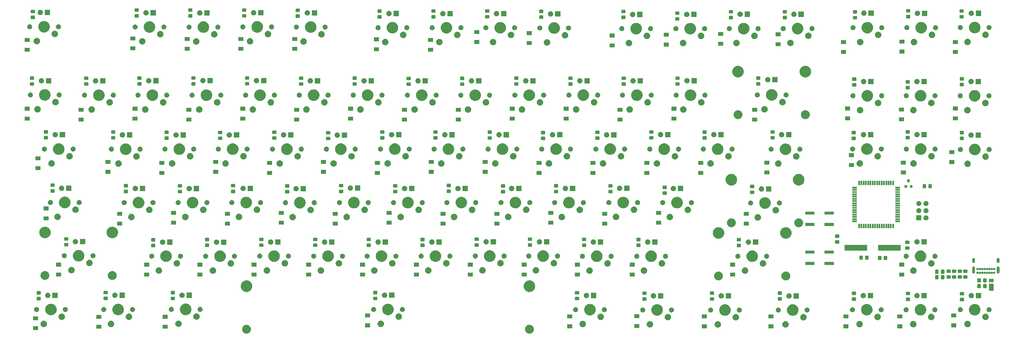
<source format=gbr>
G04 #@! TF.GenerationSoftware,KiCad,Pcbnew,5.1.4+dfsg1-1*
G04 #@! TF.CreationDate,2019-10-07T19:36:22+11:00*
G04 #@! TF.ProjectId,nummacro,6e756d6d-6163-4726-9f2e-6b696361645f,rev?*
G04 #@! TF.SameCoordinates,Original*
G04 #@! TF.FileFunction,Soldermask,Bot*
G04 #@! TF.FilePolarity,Negative*
%FSLAX46Y46*%
G04 Gerber Fmt 4.6, Leading zero omitted, Abs format (unit mm)*
G04 Created by KiCad (PCBNEW 5.1.4+dfsg1-1) date 2019-10-07 19:36:22*
%MOMM*%
%LPD*%
G04 APERTURE LIST*
%ADD10C,0.150000*%
G04 APERTURE END LIST*
D10*
G36*
X210224924Y-139025047D02*
G01*
X210426494Y-139065142D01*
X210711305Y-139183115D01*
X210967629Y-139354385D01*
X211185615Y-139572371D01*
X211356885Y-139828695D01*
X211474858Y-140113506D01*
X211535000Y-140415861D01*
X211535000Y-140724139D01*
X211474858Y-141026494D01*
X211356885Y-141311305D01*
X211185615Y-141567629D01*
X210967629Y-141785615D01*
X210711305Y-141956885D01*
X210426494Y-142074858D01*
X210224924Y-142114953D01*
X210124140Y-142135000D01*
X209815860Y-142135000D01*
X209715076Y-142114953D01*
X209513506Y-142074858D01*
X209228695Y-141956885D01*
X208972371Y-141785615D01*
X208754385Y-141567629D01*
X208583115Y-141311305D01*
X208465142Y-141026494D01*
X208405000Y-140724139D01*
X208405000Y-140415861D01*
X208465142Y-140113506D01*
X208583115Y-139828695D01*
X208754385Y-139572371D01*
X208972371Y-139354385D01*
X209228695Y-139183115D01*
X209513506Y-139065142D01*
X209715076Y-139025047D01*
X209815860Y-139005000D01*
X210124140Y-139005000D01*
X210224924Y-139025047D01*
X210224924Y-139025047D01*
G37*
G36*
X110224924Y-139025047D02*
G01*
X110426494Y-139065142D01*
X110711305Y-139183115D01*
X110967629Y-139354385D01*
X111185615Y-139572371D01*
X111356885Y-139828695D01*
X111474858Y-140113506D01*
X111535000Y-140415861D01*
X111535000Y-140724139D01*
X111474858Y-141026494D01*
X111356885Y-141311305D01*
X111185615Y-141567629D01*
X110967629Y-141785615D01*
X110711305Y-141956885D01*
X110426494Y-142074858D01*
X110224924Y-142114953D01*
X110124140Y-142135000D01*
X109815860Y-142135000D01*
X109715076Y-142114953D01*
X109513506Y-142074858D01*
X109228695Y-141956885D01*
X108972371Y-141785615D01*
X108754385Y-141567629D01*
X108583115Y-141311305D01*
X108465142Y-141026494D01*
X108405000Y-140724139D01*
X108405000Y-140415861D01*
X108465142Y-140113506D01*
X108583115Y-139828695D01*
X108754385Y-139572371D01*
X108972371Y-139354385D01*
X109228695Y-139183115D01*
X109513506Y-139065142D01*
X109715076Y-139025047D01*
X109815860Y-139005000D01*
X110124140Y-139005000D01*
X110224924Y-139025047D01*
X110224924Y-139025047D01*
G37*
G36*
X36297600Y-140898000D02*
G01*
X34517600Y-140898000D01*
X34517600Y-139518000D01*
X36297600Y-139518000D01*
X36297600Y-140898000D01*
X36297600Y-140898000D01*
G37*
G36*
X58690000Y-140390000D02*
G01*
X56910000Y-140390000D01*
X56910000Y-139010000D01*
X58690000Y-139010000D01*
X58690000Y-140390000D01*
X58690000Y-140390000D01*
G37*
G36*
X82090000Y-140340060D02*
G01*
X80310000Y-140340060D01*
X80310000Y-138960060D01*
X82090000Y-138960060D01*
X82090000Y-140340060D01*
X82090000Y-140340060D01*
G37*
G36*
X341772500Y-140247608D02*
G01*
X339992500Y-140247608D01*
X339992500Y-138867608D01*
X341772500Y-138867608D01*
X341772500Y-140247608D01*
X341772500Y-140247608D01*
G37*
G36*
X225091250Y-140247608D02*
G01*
X223311250Y-140247608D01*
X223311250Y-138867608D01*
X225091250Y-138867608D01*
X225091250Y-140247608D01*
X225091250Y-140247608D01*
G37*
G36*
X322722500Y-140247608D02*
G01*
X320942500Y-140247608D01*
X320942500Y-138867608D01*
X322722500Y-138867608D01*
X322722500Y-140247608D01*
X322722500Y-140247608D01*
G37*
G36*
X272716250Y-140247608D02*
G01*
X270936250Y-140247608D01*
X270936250Y-138867608D01*
X272716250Y-138867608D01*
X272716250Y-140247608D01*
X272716250Y-140247608D01*
G37*
G36*
X296190000Y-140240060D02*
G01*
X294410000Y-140240060D01*
X294410000Y-138860060D01*
X296190000Y-138860060D01*
X296190000Y-140240060D01*
X296190000Y-140240060D01*
G37*
G36*
X248840000Y-140140060D02*
G01*
X247060000Y-140140060D01*
X247060000Y-138760060D01*
X248840000Y-138760060D01*
X248840000Y-140140060D01*
X248840000Y-140140060D01*
G37*
G36*
X276892524Y-137753809D02*
G01*
X277099991Y-137839744D01*
X277099993Y-137839745D01*
X277286708Y-137964504D01*
X277445496Y-138123292D01*
X277570255Y-138310007D01*
X277570256Y-138310009D01*
X277656191Y-138517476D01*
X277700000Y-138737718D01*
X277700000Y-138962282D01*
X277656191Y-139182524D01*
X277656190Y-139182526D01*
X277570255Y-139389993D01*
X277445496Y-139576708D01*
X277286708Y-139735496D01*
X277099993Y-139860255D01*
X277099992Y-139860256D01*
X277099991Y-139860256D01*
X276892524Y-139946191D01*
X276672282Y-139990000D01*
X276447718Y-139990000D01*
X276227476Y-139946191D01*
X276020009Y-139860256D01*
X276020008Y-139860256D01*
X276020007Y-139860255D01*
X275833292Y-139735496D01*
X275674504Y-139576708D01*
X275549745Y-139389993D01*
X275463810Y-139182526D01*
X275463809Y-139182524D01*
X275420000Y-138962282D01*
X275420000Y-138737718D01*
X275463809Y-138517476D01*
X275549744Y-138310009D01*
X275549745Y-138310007D01*
X275674504Y-138123292D01*
X275833292Y-137964504D01*
X276020007Y-137839745D01*
X276020009Y-137839744D01*
X276227476Y-137753809D01*
X276447718Y-137710000D01*
X276672282Y-137710000D01*
X276892524Y-137753809D01*
X276892524Y-137753809D01*
G37*
G36*
X300822524Y-137753809D02*
G01*
X301029991Y-137839744D01*
X301029993Y-137839745D01*
X301216708Y-137964504D01*
X301375496Y-138123292D01*
X301500255Y-138310007D01*
X301500256Y-138310009D01*
X301586191Y-138517476D01*
X301630000Y-138737718D01*
X301630000Y-138962282D01*
X301586191Y-139182524D01*
X301586190Y-139182526D01*
X301500255Y-139389993D01*
X301375496Y-139576708D01*
X301216708Y-139735496D01*
X301029993Y-139860255D01*
X301029992Y-139860256D01*
X301029991Y-139860256D01*
X300822524Y-139946191D01*
X300602282Y-139990000D01*
X300377718Y-139990000D01*
X300157476Y-139946191D01*
X299950009Y-139860256D01*
X299950008Y-139860256D01*
X299950007Y-139860255D01*
X299763292Y-139735496D01*
X299604504Y-139576708D01*
X299479745Y-139389993D01*
X299393810Y-139182526D01*
X299393809Y-139182524D01*
X299350000Y-138962282D01*
X299350000Y-138737718D01*
X299393809Y-138517476D01*
X299479744Y-138310009D01*
X299479745Y-138310007D01*
X299604504Y-138123292D01*
X299763292Y-137964504D01*
X299950007Y-137839745D01*
X299950009Y-137839744D01*
X300157476Y-137753809D01*
X300377718Y-137710000D01*
X300602282Y-137710000D01*
X300822524Y-137753809D01*
X300822524Y-137753809D01*
G37*
G36*
X252892524Y-137733809D02*
G01*
X253014911Y-137784503D01*
X253099993Y-137819745D01*
X253286708Y-137944504D01*
X253445496Y-138103292D01*
X253568564Y-138287476D01*
X253570256Y-138290009D01*
X253656191Y-138497476D01*
X253700000Y-138717718D01*
X253700000Y-138942282D01*
X253656191Y-139162524D01*
X253656190Y-139162526D01*
X253570255Y-139369993D01*
X253445496Y-139556708D01*
X253286708Y-139715496D01*
X253099993Y-139840255D01*
X253099992Y-139840256D01*
X253099991Y-139840256D01*
X252892524Y-139926191D01*
X252672282Y-139970000D01*
X252447718Y-139970000D01*
X252227476Y-139926191D01*
X252020009Y-139840256D01*
X252020008Y-139840256D01*
X252020007Y-139840255D01*
X251833292Y-139715496D01*
X251674504Y-139556708D01*
X251549745Y-139369993D01*
X251463810Y-139162526D01*
X251463809Y-139162524D01*
X251420000Y-138942282D01*
X251420000Y-138717718D01*
X251463809Y-138497476D01*
X251549744Y-138290009D01*
X251551436Y-138287476D01*
X251674504Y-138103292D01*
X251833292Y-137944504D01*
X252020007Y-137819745D01*
X252105089Y-137784503D01*
X252227476Y-137733809D01*
X252447718Y-137690000D01*
X252672282Y-137690000D01*
X252892524Y-137733809D01*
X252892524Y-137733809D01*
G37*
G36*
X345992524Y-137663809D02*
G01*
X346175851Y-137739745D01*
X346199993Y-137749745D01*
X346386708Y-137874504D01*
X346545496Y-138033292D01*
X346670255Y-138220007D01*
X346670256Y-138220009D01*
X346756191Y-138427476D01*
X346800000Y-138647718D01*
X346800000Y-138872282D01*
X346756191Y-139092524D01*
X346727196Y-139162524D01*
X346670255Y-139299993D01*
X346545496Y-139486708D01*
X346386708Y-139645496D01*
X346199993Y-139770255D01*
X346199992Y-139770256D01*
X346199991Y-139770256D01*
X345992524Y-139856191D01*
X345772282Y-139900000D01*
X345547718Y-139900000D01*
X345327476Y-139856191D01*
X345120009Y-139770256D01*
X345120008Y-139770256D01*
X345120007Y-139770255D01*
X344933292Y-139645496D01*
X344774504Y-139486708D01*
X344649745Y-139299993D01*
X344592804Y-139162524D01*
X344563809Y-139092524D01*
X344520000Y-138872282D01*
X344520000Y-138647718D01*
X344563809Y-138427476D01*
X344649744Y-138220009D01*
X344649745Y-138220007D01*
X344774504Y-138033292D01*
X344933292Y-137874504D01*
X345120007Y-137749745D01*
X345144149Y-137739745D01*
X345327476Y-137663809D01*
X345547718Y-137620000D01*
X345772282Y-137620000D01*
X345992524Y-137663809D01*
X345992524Y-137663809D01*
G37*
G36*
X153653750Y-139892392D02*
G01*
X151873750Y-139892392D01*
X151873750Y-138512392D01*
X153653750Y-138512392D01*
X153653750Y-139892392D01*
X153653750Y-139892392D01*
G37*
G36*
X360822500Y-139892392D02*
G01*
X359042500Y-139892392D01*
X359042500Y-138512392D01*
X360822500Y-138512392D01*
X360822500Y-139892392D01*
X360822500Y-139892392D01*
G37*
G36*
X327012524Y-137653809D02*
G01*
X327205665Y-137733810D01*
X327219993Y-137739745D01*
X327406708Y-137864504D01*
X327565496Y-138023292D01*
X327690255Y-138210007D01*
X327690256Y-138210009D01*
X327776191Y-138417476D01*
X327820000Y-138637718D01*
X327820000Y-138862282D01*
X327776191Y-139082524D01*
X327743054Y-139162524D01*
X327690255Y-139289993D01*
X327565496Y-139476708D01*
X327406708Y-139635496D01*
X327219993Y-139760255D01*
X327219992Y-139760256D01*
X327219991Y-139760256D01*
X327012524Y-139846191D01*
X326792282Y-139890000D01*
X326567718Y-139890000D01*
X326347476Y-139846191D01*
X326140009Y-139760256D01*
X326140008Y-139760256D01*
X326140007Y-139760255D01*
X325953292Y-139635496D01*
X325794504Y-139476708D01*
X325669745Y-139289993D01*
X325616946Y-139162524D01*
X325583809Y-139082524D01*
X325540000Y-138862282D01*
X325540000Y-138637718D01*
X325583809Y-138417476D01*
X325669744Y-138210009D01*
X325669745Y-138210007D01*
X325794504Y-138023292D01*
X325953292Y-137864504D01*
X326140007Y-137739745D01*
X326154335Y-137733810D01*
X326347476Y-137653809D01*
X326567718Y-137610000D01*
X326792282Y-137610000D01*
X327012524Y-137653809D01*
X327012524Y-137653809D01*
G37*
G36*
X365152524Y-137643809D02*
G01*
X365335851Y-137719745D01*
X365359993Y-137729745D01*
X365546708Y-137854504D01*
X365705496Y-138013292D01*
X365830255Y-138200007D01*
X365830256Y-138200009D01*
X365916191Y-138407476D01*
X365960000Y-138627718D01*
X365960000Y-138852282D01*
X365916191Y-139072524D01*
X365916190Y-139072526D01*
X365830255Y-139279993D01*
X365705496Y-139466708D01*
X365546708Y-139625496D01*
X365359993Y-139750255D01*
X365359992Y-139750256D01*
X365359991Y-139750256D01*
X365152524Y-139836191D01*
X364932282Y-139880000D01*
X364707718Y-139880000D01*
X364487476Y-139836191D01*
X364280009Y-139750256D01*
X364280008Y-139750256D01*
X364280007Y-139750255D01*
X364093292Y-139625496D01*
X363934504Y-139466708D01*
X363809745Y-139279993D01*
X363723810Y-139072526D01*
X363723809Y-139072524D01*
X363680000Y-138852282D01*
X363680000Y-138627718D01*
X363723809Y-138407476D01*
X363809744Y-138200009D01*
X363809745Y-138200007D01*
X363934504Y-138013292D01*
X364093292Y-137854504D01*
X364280007Y-137729745D01*
X364304149Y-137719745D01*
X364487476Y-137643809D01*
X364707718Y-137600000D01*
X364932282Y-137600000D01*
X365152524Y-137643809D01*
X365152524Y-137643809D01*
G37*
G36*
X229152524Y-137633809D02*
G01*
X229359991Y-137719744D01*
X229359993Y-137719745D01*
X229546708Y-137844504D01*
X229705496Y-138003292D01*
X229830255Y-138190007D01*
X229830256Y-138190009D01*
X229916191Y-138397476D01*
X229960000Y-138617718D01*
X229960000Y-138842282D01*
X229916191Y-139062524D01*
X229855108Y-139209993D01*
X229830255Y-139269993D01*
X229705496Y-139456708D01*
X229546708Y-139615496D01*
X229359993Y-139740255D01*
X229359992Y-139740256D01*
X229359991Y-139740256D01*
X229152524Y-139826191D01*
X228932282Y-139870000D01*
X228707718Y-139870000D01*
X228487476Y-139826191D01*
X228280009Y-139740256D01*
X228280008Y-139740256D01*
X228280007Y-139740255D01*
X228093292Y-139615496D01*
X227934504Y-139456708D01*
X227809745Y-139269993D01*
X227784892Y-139209993D01*
X227723809Y-139062524D01*
X227680000Y-138842282D01*
X227680000Y-138617718D01*
X227723809Y-138397476D01*
X227809744Y-138190009D01*
X227809745Y-138190007D01*
X227934504Y-138003292D01*
X228093292Y-137844504D01*
X228280007Y-137719745D01*
X228280009Y-137719744D01*
X228487476Y-137633809D01*
X228707718Y-137590000D01*
X228932282Y-137590000D01*
X229152524Y-137633809D01*
X229152524Y-137633809D01*
G37*
G36*
X38632524Y-137573809D02*
G01*
X38825665Y-137653810D01*
X38839993Y-137659745D01*
X39026708Y-137784504D01*
X39185496Y-137943292D01*
X39310255Y-138130007D01*
X39310256Y-138130009D01*
X39396191Y-138337476D01*
X39440000Y-138557718D01*
X39440000Y-138782282D01*
X39396191Y-139002524D01*
X39330966Y-139159993D01*
X39310255Y-139209993D01*
X39185496Y-139396708D01*
X39026708Y-139555496D01*
X38839993Y-139680255D01*
X38839992Y-139680256D01*
X38839991Y-139680256D01*
X38632524Y-139766191D01*
X38412282Y-139810000D01*
X38187718Y-139810000D01*
X37967476Y-139766191D01*
X37760009Y-139680256D01*
X37760008Y-139680256D01*
X37760007Y-139680255D01*
X37573292Y-139555496D01*
X37414504Y-139396708D01*
X37289745Y-139209993D01*
X37269034Y-139159993D01*
X37203809Y-139002524D01*
X37160000Y-138782282D01*
X37160000Y-138557718D01*
X37203809Y-138337476D01*
X37289744Y-138130009D01*
X37289745Y-138130007D01*
X37414504Y-137943292D01*
X37573292Y-137784504D01*
X37760007Y-137659745D01*
X37774335Y-137653810D01*
X37967476Y-137573809D01*
X38187718Y-137530000D01*
X38412282Y-137530000D01*
X38632524Y-137573809D01*
X38632524Y-137573809D01*
G37*
G36*
X62382524Y-137573809D02*
G01*
X62575665Y-137653810D01*
X62589993Y-137659745D01*
X62776708Y-137784504D01*
X62935496Y-137943292D01*
X63060255Y-138130007D01*
X63060256Y-138130009D01*
X63146191Y-138337476D01*
X63190000Y-138557718D01*
X63190000Y-138782282D01*
X63146191Y-139002524D01*
X63080966Y-139159993D01*
X63060255Y-139209993D01*
X62935496Y-139396708D01*
X62776708Y-139555496D01*
X62589993Y-139680255D01*
X62589992Y-139680256D01*
X62589991Y-139680256D01*
X62382524Y-139766191D01*
X62162282Y-139810000D01*
X61937718Y-139810000D01*
X61717476Y-139766191D01*
X61510009Y-139680256D01*
X61510008Y-139680256D01*
X61510007Y-139680255D01*
X61323292Y-139555496D01*
X61164504Y-139396708D01*
X61039745Y-139209993D01*
X61019034Y-139159993D01*
X60953809Y-139002524D01*
X60910000Y-138782282D01*
X60910000Y-138557718D01*
X60953809Y-138337476D01*
X61039744Y-138130009D01*
X61039745Y-138130007D01*
X61164504Y-137943292D01*
X61323292Y-137784504D01*
X61510007Y-137659745D01*
X61524335Y-137653810D01*
X61717476Y-137573809D01*
X61937718Y-137530000D01*
X62162282Y-137530000D01*
X62382524Y-137573809D01*
X62382524Y-137573809D01*
G37*
G36*
X157762524Y-137553809D02*
G01*
X157955665Y-137633810D01*
X157969993Y-137639745D01*
X158156708Y-137764504D01*
X158315496Y-137923292D01*
X158440255Y-138110007D01*
X158440256Y-138110009D01*
X158526191Y-138317476D01*
X158570000Y-138537718D01*
X158570000Y-138762282D01*
X158526191Y-138982524D01*
X158526190Y-138982526D01*
X158440255Y-139189993D01*
X158315496Y-139376708D01*
X158156708Y-139535496D01*
X157969993Y-139660255D01*
X157969992Y-139660256D01*
X157969991Y-139660256D01*
X157762524Y-139746191D01*
X157542282Y-139790000D01*
X157317718Y-139790000D01*
X157097476Y-139746191D01*
X156890009Y-139660256D01*
X156890008Y-139660256D01*
X156890007Y-139660255D01*
X156703292Y-139535496D01*
X156544504Y-139376708D01*
X156419745Y-139189993D01*
X156333810Y-138982526D01*
X156333809Y-138982524D01*
X156290000Y-138762282D01*
X156290000Y-138537718D01*
X156333809Y-138317476D01*
X156419744Y-138110009D01*
X156419745Y-138110007D01*
X156544504Y-137923292D01*
X156703292Y-137764504D01*
X156890007Y-137639745D01*
X156904335Y-137633810D01*
X157097476Y-137553809D01*
X157317718Y-137510000D01*
X157542282Y-137510000D01*
X157762524Y-137553809D01*
X157762524Y-137553809D01*
G37*
G36*
X86262524Y-137523809D02*
G01*
X86469991Y-137609744D01*
X86469993Y-137609745D01*
X86656708Y-137734504D01*
X86815496Y-137893292D01*
X86909041Y-138033292D01*
X86940256Y-138080009D01*
X87026191Y-138287476D01*
X87070000Y-138507718D01*
X87070000Y-138732282D01*
X87026191Y-138952524D01*
X86968201Y-139092526D01*
X86940255Y-139159993D01*
X86815496Y-139346708D01*
X86656708Y-139505496D01*
X86469993Y-139630255D01*
X86469992Y-139630256D01*
X86469991Y-139630256D01*
X86262524Y-139716191D01*
X86042282Y-139760000D01*
X85817718Y-139760000D01*
X85597476Y-139716191D01*
X85390009Y-139630256D01*
X85390008Y-139630256D01*
X85390007Y-139630255D01*
X85203292Y-139505496D01*
X85044504Y-139346708D01*
X84919745Y-139159993D01*
X84891799Y-139092526D01*
X84833809Y-138952524D01*
X84790000Y-138732282D01*
X84790000Y-138507718D01*
X84833809Y-138287476D01*
X84919744Y-138080009D01*
X84950959Y-138033292D01*
X85044504Y-137893292D01*
X85203292Y-137734504D01*
X85390007Y-137609745D01*
X85390009Y-137609744D01*
X85597476Y-137523809D01*
X85817718Y-137480000D01*
X86042282Y-137480000D01*
X86262524Y-137523809D01*
X86262524Y-137523809D01*
G37*
G36*
X283242524Y-135213809D02*
G01*
X283449991Y-135299744D01*
X283449993Y-135299745D01*
X283636708Y-135424504D01*
X283795496Y-135583292D01*
X283920255Y-135770007D01*
X283920256Y-135770009D01*
X284006191Y-135977476D01*
X284050000Y-136197718D01*
X284050000Y-136422282D01*
X284006191Y-136642524D01*
X283920256Y-136849991D01*
X283920255Y-136849993D01*
X283795496Y-137036708D01*
X283636708Y-137195496D01*
X283449993Y-137320255D01*
X283449992Y-137320256D01*
X283449991Y-137320256D01*
X283242524Y-137406191D01*
X283022282Y-137450000D01*
X282797718Y-137450000D01*
X282577476Y-137406191D01*
X282370009Y-137320256D01*
X282370008Y-137320256D01*
X282370007Y-137320255D01*
X282183292Y-137195496D01*
X282024504Y-137036708D01*
X281899745Y-136849993D01*
X281899744Y-136849991D01*
X281813809Y-136642524D01*
X281770000Y-136422282D01*
X281770000Y-136197718D01*
X281813809Y-135977476D01*
X281899744Y-135770009D01*
X281899745Y-135770007D01*
X282024504Y-135583292D01*
X282183292Y-135424504D01*
X282370007Y-135299745D01*
X282370009Y-135299744D01*
X282577476Y-135213809D01*
X282797718Y-135170000D01*
X283022282Y-135170000D01*
X283242524Y-135213809D01*
X283242524Y-135213809D01*
G37*
G36*
X307172524Y-135213809D02*
G01*
X307379991Y-135299744D01*
X307379993Y-135299745D01*
X307566708Y-135424504D01*
X307725496Y-135583292D01*
X307850255Y-135770007D01*
X307850256Y-135770009D01*
X307936191Y-135977476D01*
X307980000Y-136197718D01*
X307980000Y-136422282D01*
X307936191Y-136642524D01*
X307850256Y-136849991D01*
X307850255Y-136849993D01*
X307725496Y-137036708D01*
X307566708Y-137195496D01*
X307379993Y-137320255D01*
X307379992Y-137320256D01*
X307379991Y-137320256D01*
X307172524Y-137406191D01*
X306952282Y-137450000D01*
X306727718Y-137450000D01*
X306507476Y-137406191D01*
X306300009Y-137320256D01*
X306300008Y-137320256D01*
X306300007Y-137320255D01*
X306113292Y-137195496D01*
X305954504Y-137036708D01*
X305829745Y-136849993D01*
X305829744Y-136849991D01*
X305743809Y-136642524D01*
X305700000Y-136422282D01*
X305700000Y-136197718D01*
X305743809Y-135977476D01*
X305829744Y-135770009D01*
X305829745Y-135770007D01*
X305954504Y-135583292D01*
X306113292Y-135424504D01*
X306300007Y-135299745D01*
X306300009Y-135299744D01*
X306507476Y-135213809D01*
X306727718Y-135170000D01*
X306952282Y-135170000D01*
X307172524Y-135213809D01*
X307172524Y-135213809D01*
G37*
G36*
X259242524Y-135193809D02*
G01*
X259449991Y-135279744D01*
X259449993Y-135279745D01*
X259636708Y-135404504D01*
X259795496Y-135563292D01*
X259918564Y-135747476D01*
X259920256Y-135750009D01*
X260006191Y-135957476D01*
X260050000Y-136177718D01*
X260050000Y-136402282D01*
X260006191Y-136622524D01*
X260006190Y-136622526D01*
X259920255Y-136829993D01*
X259795496Y-137016708D01*
X259636708Y-137175496D01*
X259449993Y-137300255D01*
X259449992Y-137300256D01*
X259449991Y-137300256D01*
X259242524Y-137386191D01*
X259022282Y-137430000D01*
X258797718Y-137430000D01*
X258577476Y-137386191D01*
X258370009Y-137300256D01*
X258370008Y-137300256D01*
X258370007Y-137300255D01*
X258183292Y-137175496D01*
X258024504Y-137016708D01*
X257899745Y-136829993D01*
X257813810Y-136622526D01*
X257813809Y-136622524D01*
X257770000Y-136402282D01*
X257770000Y-136177718D01*
X257813809Y-135957476D01*
X257899744Y-135750009D01*
X257901436Y-135747476D01*
X258024504Y-135563292D01*
X258183292Y-135404504D01*
X258370007Y-135279745D01*
X258370009Y-135279744D01*
X258577476Y-135193809D01*
X258797718Y-135150000D01*
X259022282Y-135150000D01*
X259242524Y-135193809D01*
X259242524Y-135193809D01*
G37*
G36*
X36297600Y-137398000D02*
G01*
X34517600Y-137398000D01*
X34517600Y-136018000D01*
X36297600Y-136018000D01*
X36297600Y-137398000D01*
X36297600Y-137398000D01*
G37*
G36*
X352342524Y-135123809D02*
G01*
X352525851Y-135199745D01*
X352549993Y-135209745D01*
X352736708Y-135334504D01*
X352895496Y-135493292D01*
X353020255Y-135680007D01*
X353020256Y-135680009D01*
X353106191Y-135887476D01*
X353150000Y-136107718D01*
X353150000Y-136332282D01*
X353106191Y-136552524D01*
X353025385Y-136747608D01*
X353020255Y-136759993D01*
X352895496Y-136946708D01*
X352736708Y-137105496D01*
X352549993Y-137230255D01*
X352549992Y-137230256D01*
X352549991Y-137230256D01*
X352342524Y-137316191D01*
X352122282Y-137360000D01*
X351897718Y-137360000D01*
X351677476Y-137316191D01*
X351470009Y-137230256D01*
X351470008Y-137230256D01*
X351470007Y-137230255D01*
X351283292Y-137105496D01*
X351124504Y-136946708D01*
X350999745Y-136759993D01*
X350994615Y-136747608D01*
X350913809Y-136552524D01*
X350870000Y-136332282D01*
X350870000Y-136107718D01*
X350913809Y-135887476D01*
X350999744Y-135680009D01*
X350999745Y-135680007D01*
X351124504Y-135493292D01*
X351283292Y-135334504D01*
X351470007Y-135209745D01*
X351494149Y-135199745D01*
X351677476Y-135123809D01*
X351897718Y-135080000D01*
X352122282Y-135080000D01*
X352342524Y-135123809D01*
X352342524Y-135123809D01*
G37*
G36*
X333362524Y-135113809D02*
G01*
X333555665Y-135193810D01*
X333569993Y-135199745D01*
X333756708Y-135324504D01*
X333915496Y-135483292D01*
X334040255Y-135670007D01*
X334040256Y-135670009D01*
X334126191Y-135877476D01*
X334170000Y-136097718D01*
X334170000Y-136322282D01*
X334126191Y-136542524D01*
X334041243Y-136747608D01*
X334040255Y-136749993D01*
X333915496Y-136936708D01*
X333756708Y-137095496D01*
X333569993Y-137220255D01*
X333569992Y-137220256D01*
X333569991Y-137220256D01*
X333362524Y-137306191D01*
X333142282Y-137350000D01*
X332917718Y-137350000D01*
X332697476Y-137306191D01*
X332490009Y-137220256D01*
X332490008Y-137220256D01*
X332490007Y-137220255D01*
X332303292Y-137095496D01*
X332144504Y-136936708D01*
X332019745Y-136749993D01*
X332018757Y-136747608D01*
X331933809Y-136542524D01*
X331890000Y-136322282D01*
X331890000Y-136097718D01*
X331933809Y-135877476D01*
X332019744Y-135670009D01*
X332019745Y-135670007D01*
X332144504Y-135483292D01*
X332303292Y-135324504D01*
X332490007Y-135199745D01*
X332504335Y-135193810D01*
X332697476Y-135113809D01*
X332917718Y-135070000D01*
X333142282Y-135070000D01*
X333362524Y-135113809D01*
X333362524Y-135113809D01*
G37*
G36*
X371502524Y-135103809D02*
G01*
X371685851Y-135179745D01*
X371709993Y-135189745D01*
X371896708Y-135314504D01*
X372055496Y-135473292D01*
X372180255Y-135660007D01*
X372180256Y-135660009D01*
X372266191Y-135867476D01*
X372310000Y-136087718D01*
X372310000Y-136312282D01*
X372266191Y-136532524D01*
X372266190Y-136532526D01*
X372180255Y-136739993D01*
X372055496Y-136926708D01*
X371896708Y-137085496D01*
X371709993Y-137210255D01*
X371709992Y-137210256D01*
X371709991Y-137210256D01*
X371502524Y-137296191D01*
X371282282Y-137340000D01*
X371057718Y-137340000D01*
X370837476Y-137296191D01*
X370630009Y-137210256D01*
X370630008Y-137210256D01*
X370630007Y-137210255D01*
X370443292Y-137085496D01*
X370284504Y-136926708D01*
X370159745Y-136739993D01*
X370073810Y-136532526D01*
X370073809Y-136532524D01*
X370030000Y-136312282D01*
X370030000Y-136087718D01*
X370073809Y-135867476D01*
X370159744Y-135660009D01*
X370159745Y-135660007D01*
X370284504Y-135473292D01*
X370443292Y-135314504D01*
X370630007Y-135189745D01*
X370654149Y-135179745D01*
X370837476Y-135103809D01*
X371057718Y-135060000D01*
X371282282Y-135060000D01*
X371502524Y-135103809D01*
X371502524Y-135103809D01*
G37*
G36*
X235502524Y-135093809D02*
G01*
X235697507Y-135174573D01*
X235709993Y-135179745D01*
X235896708Y-135304504D01*
X236055496Y-135463292D01*
X236167959Y-135631605D01*
X236180256Y-135650009D01*
X236266191Y-135857476D01*
X236310000Y-136077718D01*
X236310000Y-136302282D01*
X236266191Y-136522524D01*
X236205108Y-136669993D01*
X236180255Y-136729993D01*
X236055496Y-136916708D01*
X235896708Y-137075496D01*
X235709993Y-137200255D01*
X235709992Y-137200256D01*
X235709991Y-137200256D01*
X235502524Y-137286191D01*
X235282282Y-137330000D01*
X235057718Y-137330000D01*
X234837476Y-137286191D01*
X234630009Y-137200256D01*
X234630008Y-137200256D01*
X234630007Y-137200255D01*
X234443292Y-137075496D01*
X234284504Y-136916708D01*
X234159745Y-136729993D01*
X234134892Y-136669993D01*
X234073809Y-136522524D01*
X234030000Y-136302282D01*
X234030000Y-136077718D01*
X234073809Y-135857476D01*
X234159744Y-135650009D01*
X234172041Y-135631605D01*
X234284504Y-135463292D01*
X234443292Y-135304504D01*
X234630007Y-135179745D01*
X234642493Y-135174573D01*
X234837476Y-135093809D01*
X235057718Y-135050000D01*
X235282282Y-135050000D01*
X235502524Y-135093809D01*
X235502524Y-135093809D01*
G37*
G36*
X68732524Y-135033809D02*
G01*
X68925665Y-135113810D01*
X68939993Y-135119745D01*
X69126708Y-135244504D01*
X69285496Y-135403292D01*
X69410255Y-135590007D01*
X69410256Y-135590009D01*
X69496191Y-135797476D01*
X69540000Y-136017718D01*
X69540000Y-136242282D01*
X69496191Y-136462524D01*
X69430966Y-136619993D01*
X69410255Y-136669993D01*
X69285496Y-136856708D01*
X69126708Y-137015496D01*
X68939993Y-137140255D01*
X68939992Y-137140256D01*
X68939991Y-137140256D01*
X68732524Y-137226191D01*
X68512282Y-137270000D01*
X68287718Y-137270000D01*
X68067476Y-137226191D01*
X67860009Y-137140256D01*
X67860008Y-137140256D01*
X67860007Y-137140255D01*
X67673292Y-137015496D01*
X67514504Y-136856708D01*
X67389745Y-136669993D01*
X67369034Y-136619993D01*
X67303809Y-136462524D01*
X67260000Y-136242282D01*
X67260000Y-136017718D01*
X67303809Y-135797476D01*
X67389744Y-135590009D01*
X67389745Y-135590007D01*
X67514504Y-135403292D01*
X67673292Y-135244504D01*
X67860007Y-135119745D01*
X67874335Y-135113810D01*
X68067476Y-135033809D01*
X68287718Y-134990000D01*
X68512282Y-134990000D01*
X68732524Y-135033809D01*
X68732524Y-135033809D01*
G37*
G36*
X44982524Y-135033809D02*
G01*
X45175665Y-135113810D01*
X45189993Y-135119745D01*
X45376708Y-135244504D01*
X45535496Y-135403292D01*
X45660255Y-135590007D01*
X45660256Y-135590009D01*
X45746191Y-135797476D01*
X45790000Y-136017718D01*
X45790000Y-136242282D01*
X45746191Y-136462524D01*
X45680966Y-136619993D01*
X45660255Y-136669993D01*
X45535496Y-136856708D01*
X45376708Y-137015496D01*
X45189993Y-137140255D01*
X45189992Y-137140256D01*
X45189991Y-137140256D01*
X44982524Y-137226191D01*
X44762282Y-137270000D01*
X44537718Y-137270000D01*
X44317476Y-137226191D01*
X44110009Y-137140256D01*
X44110008Y-137140256D01*
X44110007Y-137140255D01*
X43923292Y-137015496D01*
X43764504Y-136856708D01*
X43639745Y-136669993D01*
X43619034Y-136619993D01*
X43553809Y-136462524D01*
X43510000Y-136242282D01*
X43510000Y-136017718D01*
X43553809Y-135797476D01*
X43639744Y-135590009D01*
X43639745Y-135590007D01*
X43764504Y-135403292D01*
X43923292Y-135244504D01*
X44110007Y-135119745D01*
X44124335Y-135113810D01*
X44317476Y-135033809D01*
X44537718Y-134990000D01*
X44762282Y-134990000D01*
X44982524Y-135033809D01*
X44982524Y-135033809D01*
G37*
G36*
X164112524Y-135013809D02*
G01*
X164305665Y-135093810D01*
X164319993Y-135099745D01*
X164506708Y-135224504D01*
X164665496Y-135383292D01*
X164790255Y-135570007D01*
X164790256Y-135570009D01*
X164876191Y-135777476D01*
X164920000Y-135997718D01*
X164920000Y-136222282D01*
X164876191Y-136442524D01*
X164793349Y-136642524D01*
X164790255Y-136649993D01*
X164665496Y-136836708D01*
X164506708Y-136995496D01*
X164319993Y-137120255D01*
X164319992Y-137120256D01*
X164319991Y-137120256D01*
X164112524Y-137206191D01*
X163892282Y-137250000D01*
X163667718Y-137250000D01*
X163447476Y-137206191D01*
X163240009Y-137120256D01*
X163240008Y-137120256D01*
X163240007Y-137120255D01*
X163053292Y-136995496D01*
X162894504Y-136836708D01*
X162769745Y-136649993D01*
X162766651Y-136642524D01*
X162683809Y-136442524D01*
X162640000Y-136222282D01*
X162640000Y-135997718D01*
X162683809Y-135777476D01*
X162769744Y-135570009D01*
X162769745Y-135570007D01*
X162894504Y-135383292D01*
X163053292Y-135224504D01*
X163240007Y-135099745D01*
X163254335Y-135093810D01*
X163447476Y-135013809D01*
X163667718Y-134970000D01*
X163892282Y-134970000D01*
X164112524Y-135013809D01*
X164112524Y-135013809D01*
G37*
G36*
X92612524Y-134983809D02*
G01*
X92819991Y-135069744D01*
X92819993Y-135069745D01*
X93006708Y-135194504D01*
X93165496Y-135353292D01*
X93270205Y-135510000D01*
X93290256Y-135540009D01*
X93376191Y-135747476D01*
X93420000Y-135967718D01*
X93420000Y-136192282D01*
X93376191Y-136412524D01*
X93318201Y-136552526D01*
X93290255Y-136619993D01*
X93165496Y-136806708D01*
X93006708Y-136965496D01*
X92819993Y-137090255D01*
X92819992Y-137090256D01*
X92819991Y-137090256D01*
X92612524Y-137176191D01*
X92392282Y-137220000D01*
X92167718Y-137220000D01*
X91947476Y-137176191D01*
X91740009Y-137090256D01*
X91740008Y-137090256D01*
X91740007Y-137090255D01*
X91553292Y-136965496D01*
X91394504Y-136806708D01*
X91269745Y-136619993D01*
X91241799Y-136552526D01*
X91183809Y-136412524D01*
X91140000Y-136192282D01*
X91140000Y-135967718D01*
X91183809Y-135747476D01*
X91269744Y-135540009D01*
X91289795Y-135510000D01*
X91394504Y-135353292D01*
X91553292Y-135194504D01*
X91740007Y-135069745D01*
X91740009Y-135069744D01*
X91947476Y-134983809D01*
X92167718Y-134940000D01*
X92392282Y-134940000D01*
X92612524Y-134983809D01*
X92612524Y-134983809D01*
G37*
G36*
X58690000Y-136890000D02*
G01*
X56910000Y-136890000D01*
X56910000Y-135510000D01*
X58690000Y-135510000D01*
X58690000Y-136890000D01*
X58690000Y-136890000D01*
G37*
G36*
X82090000Y-136840060D02*
G01*
X80310000Y-136840060D01*
X80310000Y-135460060D01*
X82090000Y-135460060D01*
X82090000Y-136840060D01*
X82090000Y-136840060D01*
G37*
G36*
X322722500Y-136747608D02*
G01*
X320942500Y-136747608D01*
X320942500Y-135367608D01*
X322722500Y-135367608D01*
X322722500Y-136747608D01*
X322722500Y-136747608D01*
G37*
G36*
X272716250Y-136747608D02*
G01*
X270936250Y-136747608D01*
X270936250Y-135367608D01*
X272716250Y-135367608D01*
X272716250Y-136747608D01*
X272716250Y-136747608D01*
G37*
G36*
X225091250Y-136747608D02*
G01*
X223311250Y-136747608D01*
X223311250Y-135367608D01*
X225091250Y-135367608D01*
X225091250Y-136747608D01*
X225091250Y-136747608D01*
G37*
G36*
X341772500Y-136747608D02*
G01*
X339992500Y-136747608D01*
X339992500Y-135367608D01*
X341772500Y-135367608D01*
X341772500Y-136747608D01*
X341772500Y-136747608D01*
G37*
G36*
X296190000Y-136740060D02*
G01*
X294410000Y-136740060D01*
X294410000Y-135360060D01*
X296190000Y-135360060D01*
X296190000Y-136740060D01*
X296190000Y-136740060D01*
G37*
G36*
X248840000Y-136640060D02*
G01*
X247060000Y-136640060D01*
X247060000Y-135260060D01*
X248840000Y-135260060D01*
X248840000Y-136640060D01*
X248840000Y-136640060D01*
G37*
G36*
X153653750Y-136392392D02*
G01*
X151873750Y-136392392D01*
X151873750Y-135012392D01*
X153653750Y-135012392D01*
X153653750Y-136392392D01*
X153653750Y-136392392D01*
G37*
G36*
X360822500Y-136392392D02*
G01*
X359042500Y-136392392D01*
X359042500Y-135012392D01*
X360822500Y-135012392D01*
X360822500Y-136392392D01*
X360822500Y-136392392D01*
G37*
G36*
X279695044Y-131808395D02*
G01*
X279695047Y-131808396D01*
X279695046Y-131808396D01*
X280066303Y-131962175D01*
X280333962Y-132141020D01*
X280370491Y-132165427D01*
X280400424Y-132185428D01*
X280684572Y-132469576D01*
X280907825Y-132803697D01*
X281020183Y-133074954D01*
X281061605Y-133174956D01*
X281140000Y-133569076D01*
X281140000Y-133970924D01*
X281061605Y-134365044D01*
X281055945Y-134378708D01*
X280907825Y-134736303D01*
X280758072Y-134960423D01*
X280684573Y-135070423D01*
X280400423Y-135354573D01*
X280365624Y-135377825D01*
X280066303Y-135577825D01*
X279819608Y-135680009D01*
X279695044Y-135731605D01*
X279300924Y-135810000D01*
X278899076Y-135810000D01*
X278504956Y-135731605D01*
X278380392Y-135680009D01*
X278133697Y-135577825D01*
X277834376Y-135377825D01*
X277799577Y-135354573D01*
X277515427Y-135070423D01*
X277441928Y-134960423D01*
X277292175Y-134736303D01*
X277144055Y-134378708D01*
X277138395Y-134365044D01*
X277060000Y-133970924D01*
X277060000Y-133569076D01*
X277138395Y-133174956D01*
X277179817Y-133074954D01*
X277292175Y-132803697D01*
X277515428Y-132469576D01*
X277799576Y-132185428D01*
X277829510Y-132165427D01*
X277866038Y-132141020D01*
X278133697Y-131962175D01*
X278504954Y-131808396D01*
X278504953Y-131808396D01*
X278504956Y-131808395D01*
X278899076Y-131730000D01*
X279300924Y-131730000D01*
X279695044Y-131808395D01*
X279695044Y-131808395D01*
G37*
G36*
X303625044Y-131808395D02*
G01*
X303625047Y-131808396D01*
X303625046Y-131808396D01*
X303996303Y-131962175D01*
X304263962Y-132141020D01*
X304300491Y-132165427D01*
X304330424Y-132185428D01*
X304614572Y-132469576D01*
X304837825Y-132803697D01*
X304950183Y-133074954D01*
X304991605Y-133174956D01*
X305070000Y-133569076D01*
X305070000Y-133970924D01*
X304991605Y-134365044D01*
X304985945Y-134378708D01*
X304837825Y-134736303D01*
X304688072Y-134960423D01*
X304614573Y-135070423D01*
X304330423Y-135354573D01*
X304295624Y-135377825D01*
X303996303Y-135577825D01*
X303749608Y-135680009D01*
X303625044Y-135731605D01*
X303230924Y-135810000D01*
X302829076Y-135810000D01*
X302434956Y-135731605D01*
X302310392Y-135680009D01*
X302063697Y-135577825D01*
X301764376Y-135377825D01*
X301729577Y-135354573D01*
X301445427Y-135070423D01*
X301371928Y-134960423D01*
X301222175Y-134736303D01*
X301074055Y-134378708D01*
X301068395Y-134365044D01*
X300990000Y-133970924D01*
X300990000Y-133569076D01*
X301068395Y-133174956D01*
X301109817Y-133074954D01*
X301222175Y-132803697D01*
X301445428Y-132469576D01*
X301729576Y-132185428D01*
X301759510Y-132165427D01*
X301796038Y-132141020D01*
X302063697Y-131962175D01*
X302434954Y-131808396D01*
X302434953Y-131808396D01*
X302434956Y-131808395D01*
X302829076Y-131730000D01*
X303230924Y-131730000D01*
X303625044Y-131808395D01*
X303625044Y-131808395D01*
G37*
G36*
X255695044Y-131788395D02*
G01*
X255758743Y-131814780D01*
X256066303Y-131942175D01*
X256295660Y-132095427D01*
X256400423Y-132165427D01*
X256684573Y-132449577D01*
X256728980Y-132516038D01*
X256907825Y-132783697D01*
X256992736Y-132988691D01*
X257061605Y-133154956D01*
X257140000Y-133549076D01*
X257140000Y-133950924D01*
X257061605Y-134345044D01*
X257055945Y-134358708D01*
X256907825Y-134716303D01*
X256758355Y-134940000D01*
X256684573Y-135050423D01*
X256400423Y-135334573D01*
X256362279Y-135360060D01*
X256066303Y-135557825D01*
X255771328Y-135680007D01*
X255695044Y-135711605D01*
X255300924Y-135790000D01*
X254899076Y-135790000D01*
X254504956Y-135711605D01*
X254428672Y-135680007D01*
X254133697Y-135557825D01*
X253837721Y-135360060D01*
X253799577Y-135334573D01*
X253515427Y-135050423D01*
X253441645Y-134940000D01*
X253292175Y-134716303D01*
X253144055Y-134358708D01*
X253138395Y-134345044D01*
X253060000Y-133950924D01*
X253060000Y-133549076D01*
X253138395Y-133154956D01*
X253207264Y-132988691D01*
X253292175Y-132783697D01*
X253471020Y-132516038D01*
X253515427Y-132449577D01*
X253799577Y-132165427D01*
X253904340Y-132095427D01*
X254133697Y-131942175D01*
X254441257Y-131814780D01*
X254504956Y-131788395D01*
X254899076Y-131710000D01*
X255300924Y-131710000D01*
X255695044Y-131788395D01*
X255695044Y-131788395D01*
G37*
G36*
X348795044Y-131718395D02*
G01*
X348795047Y-131718396D01*
X348795046Y-131718396D01*
X349166303Y-131872175D01*
X349433962Y-132051020D01*
X349485457Y-132085427D01*
X349500424Y-132095428D01*
X349784572Y-132379576D01*
X350007825Y-132713697D01*
X350117589Y-132978691D01*
X350161605Y-133084956D01*
X350240000Y-133479076D01*
X350240000Y-133880924D01*
X350161605Y-134275044D01*
X350161604Y-134275046D01*
X350007825Y-134646303D01*
X349878118Y-134840423D01*
X349784573Y-134980423D01*
X349500423Y-135264573D01*
X349447784Y-135299745D01*
X349166303Y-135487825D01*
X348919608Y-135590009D01*
X348795044Y-135641605D01*
X348400924Y-135720000D01*
X347999076Y-135720000D01*
X347604956Y-135641605D01*
X347480392Y-135590009D01*
X347233697Y-135487825D01*
X346952216Y-135299745D01*
X346899577Y-135264573D01*
X346615427Y-134980423D01*
X346521882Y-134840423D01*
X346392175Y-134646303D01*
X346238396Y-134275046D01*
X346238395Y-134275044D01*
X346160000Y-133880924D01*
X346160000Y-133479076D01*
X346238395Y-133084956D01*
X346282411Y-132978691D01*
X346392175Y-132713697D01*
X346615428Y-132379576D01*
X346899576Y-132095428D01*
X346914544Y-132085427D01*
X346966038Y-132051020D01*
X347233697Y-131872175D01*
X347604954Y-131718396D01*
X347604953Y-131718396D01*
X347604956Y-131718395D01*
X347999076Y-131640000D01*
X348400924Y-131640000D01*
X348795044Y-131718395D01*
X348795044Y-131718395D01*
G37*
G36*
X329815044Y-131708395D02*
G01*
X329867203Y-131730000D01*
X330186303Y-131862175D01*
X330453962Y-132041020D01*
X330520423Y-132085427D01*
X330804573Y-132369577D01*
X330848980Y-132436038D01*
X331027825Y-132703697D01*
X331145873Y-132988691D01*
X331181605Y-133074956D01*
X331260000Y-133469076D01*
X331260000Y-133870924D01*
X331181605Y-134265044D01*
X331181604Y-134265046D01*
X331027825Y-134636303D01*
X330891436Y-134840423D01*
X330804573Y-134970423D01*
X330520423Y-135254573D01*
X330482752Y-135279744D01*
X330186303Y-135477825D01*
X329878743Y-135605220D01*
X329815044Y-135631605D01*
X329420924Y-135710000D01*
X329019076Y-135710000D01*
X328624956Y-135631605D01*
X328561257Y-135605220D01*
X328253697Y-135477825D01*
X327957248Y-135279744D01*
X327919577Y-135254573D01*
X327635427Y-134970423D01*
X327548564Y-134840423D01*
X327412175Y-134636303D01*
X327258396Y-134265046D01*
X327258395Y-134265044D01*
X327180000Y-133870924D01*
X327180000Y-133469076D01*
X327258395Y-133074956D01*
X327294127Y-132988691D01*
X327412175Y-132703697D01*
X327591020Y-132436038D01*
X327635427Y-132369577D01*
X327919577Y-132085427D01*
X327986038Y-132041020D01*
X328253697Y-131862175D01*
X328572797Y-131730000D01*
X328624956Y-131708395D01*
X329019076Y-131630000D01*
X329420924Y-131630000D01*
X329815044Y-131708395D01*
X329815044Y-131708395D01*
G37*
G36*
X367955044Y-131698395D02*
G01*
X368018743Y-131724780D01*
X368326303Y-131852175D01*
X368555660Y-132005427D01*
X368660423Y-132075427D01*
X368944573Y-132359577D01*
X368988980Y-132426038D01*
X369167825Y-132693697D01*
X369271899Y-132944956D01*
X369321605Y-133064956D01*
X369400000Y-133459076D01*
X369400000Y-133860924D01*
X369321605Y-134255044D01*
X369321604Y-134255046D01*
X369167825Y-134626303D01*
X369004709Y-134870423D01*
X368944573Y-134960423D01*
X368660423Y-135244573D01*
X368607784Y-135279745D01*
X368326303Y-135467825D01*
X368079608Y-135570009D01*
X367955044Y-135621605D01*
X367560924Y-135700000D01*
X367159076Y-135700000D01*
X366764956Y-135621605D01*
X366640392Y-135570009D01*
X366393697Y-135467825D01*
X366112216Y-135279745D01*
X366059577Y-135244573D01*
X365775427Y-134960423D01*
X365715291Y-134870423D01*
X365552175Y-134626303D01*
X365398396Y-134255046D01*
X365398395Y-134255044D01*
X365320000Y-133860924D01*
X365320000Y-133459076D01*
X365398395Y-133064956D01*
X365448101Y-132944956D01*
X365552175Y-132693697D01*
X365731020Y-132426038D01*
X365775427Y-132359577D01*
X366059577Y-132075427D01*
X366164340Y-132005427D01*
X366393697Y-131852175D01*
X366701257Y-131724780D01*
X366764956Y-131698395D01*
X367159076Y-131620000D01*
X367560924Y-131620000D01*
X367955044Y-131698395D01*
X367955044Y-131698395D01*
G37*
G36*
X231955044Y-131688395D02*
G01*
X232007203Y-131710000D01*
X232326303Y-131842175D01*
X232570626Y-132005427D01*
X232660423Y-132065427D01*
X232944573Y-132349577D01*
X232964618Y-132379577D01*
X233167825Y-132683697D01*
X233295220Y-132991257D01*
X233321605Y-133054956D01*
X233400000Y-133449076D01*
X233400000Y-133850924D01*
X233321605Y-134245044D01*
X233295220Y-134308743D01*
X233167825Y-134616303D01*
X233087643Y-134736303D01*
X232944573Y-134950423D01*
X232660423Y-135234573D01*
X232593962Y-135278980D01*
X232326303Y-135457825D01*
X232023393Y-135583294D01*
X231955044Y-135611605D01*
X231560924Y-135690000D01*
X231159076Y-135690000D01*
X230764956Y-135611605D01*
X230696607Y-135583294D01*
X230393697Y-135457825D01*
X230126038Y-135278980D01*
X230059577Y-135234573D01*
X229775427Y-134950423D01*
X229632357Y-134736303D01*
X229552175Y-134616303D01*
X229424780Y-134308743D01*
X229398395Y-134245044D01*
X229320000Y-133850924D01*
X229320000Y-133449076D01*
X229398395Y-133054956D01*
X229424780Y-132991257D01*
X229552175Y-132683697D01*
X229755382Y-132379577D01*
X229775427Y-132349577D01*
X230059577Y-132065427D01*
X230149374Y-132005427D01*
X230393697Y-131842175D01*
X230712797Y-131710000D01*
X230764956Y-131688395D01*
X231159076Y-131610000D01*
X231560924Y-131610000D01*
X231955044Y-131688395D01*
X231955044Y-131688395D01*
G37*
G36*
X65185044Y-131628395D02*
G01*
X65213061Y-131640000D01*
X65556303Y-131782175D01*
X65795759Y-131942175D01*
X65890423Y-132005427D01*
X66174573Y-132289577D01*
X66218980Y-132356038D01*
X66397825Y-132623697D01*
X66503447Y-132878692D01*
X66551605Y-132994956D01*
X66630000Y-133389076D01*
X66630000Y-133790924D01*
X66551605Y-134185044D01*
X66538227Y-134217342D01*
X66397825Y-134556303D01*
X66218980Y-134823962D01*
X66174573Y-134890423D01*
X65890423Y-135174573D01*
X65837784Y-135209745D01*
X65556303Y-135397825D01*
X65285487Y-135510000D01*
X65185044Y-135551605D01*
X64790924Y-135630000D01*
X64389076Y-135630000D01*
X63994956Y-135551605D01*
X63894513Y-135510000D01*
X63623697Y-135397825D01*
X63342216Y-135209745D01*
X63289577Y-135174573D01*
X63005427Y-134890423D01*
X62961020Y-134823962D01*
X62782175Y-134556303D01*
X62641773Y-134217342D01*
X62628395Y-134185044D01*
X62550000Y-133790924D01*
X62550000Y-133389076D01*
X62628395Y-132994956D01*
X62676553Y-132878692D01*
X62782175Y-132623697D01*
X62961020Y-132356038D01*
X63005427Y-132289577D01*
X63289577Y-132005427D01*
X63384241Y-131942175D01*
X63623697Y-131782175D01*
X63966939Y-131640000D01*
X63994956Y-131628395D01*
X64389076Y-131550000D01*
X64790924Y-131550000D01*
X65185044Y-131628395D01*
X65185044Y-131628395D01*
G37*
G36*
X41435044Y-131628395D02*
G01*
X41463061Y-131640000D01*
X41806303Y-131782175D01*
X42045759Y-131942175D01*
X42140423Y-132005427D01*
X42424573Y-132289577D01*
X42468980Y-132356038D01*
X42647825Y-132623697D01*
X42753447Y-132878692D01*
X42801605Y-132994956D01*
X42880000Y-133389076D01*
X42880000Y-133790924D01*
X42801605Y-134185044D01*
X42788227Y-134217342D01*
X42647825Y-134556303D01*
X42468980Y-134823962D01*
X42424573Y-134890423D01*
X42140423Y-135174573D01*
X42087784Y-135209745D01*
X41806303Y-135397825D01*
X41535487Y-135510000D01*
X41435044Y-135551605D01*
X41040924Y-135630000D01*
X40639076Y-135630000D01*
X40244956Y-135551605D01*
X40144513Y-135510000D01*
X39873697Y-135397825D01*
X39592216Y-135209745D01*
X39539577Y-135174573D01*
X39255427Y-134890423D01*
X39211020Y-134823962D01*
X39032175Y-134556303D01*
X38891773Y-134217342D01*
X38878395Y-134185044D01*
X38800000Y-133790924D01*
X38800000Y-133389076D01*
X38878395Y-132994956D01*
X38926553Y-132878692D01*
X39032175Y-132623697D01*
X39211020Y-132356038D01*
X39255427Y-132289577D01*
X39539577Y-132005427D01*
X39634241Y-131942175D01*
X39873697Y-131782175D01*
X40216939Y-131640000D01*
X40244956Y-131628395D01*
X40639076Y-131550000D01*
X41040924Y-131550000D01*
X41435044Y-131628395D01*
X41435044Y-131628395D01*
G37*
G36*
X160565044Y-131608395D02*
G01*
X160617203Y-131630000D01*
X160936303Y-131762175D01*
X161100929Y-131872175D01*
X161270423Y-131985427D01*
X161554573Y-132269577D01*
X161598980Y-132336038D01*
X161777825Y-132603697D01*
X161896950Y-132891292D01*
X161931605Y-132974956D01*
X162010000Y-133369076D01*
X162010000Y-133770924D01*
X161931605Y-134165044D01*
X161923321Y-134185044D01*
X161777825Y-134536303D01*
X161644190Y-134736301D01*
X161554573Y-134870423D01*
X161270423Y-135154573D01*
X161217784Y-135189745D01*
X160936303Y-135377825D01*
X160681682Y-135483292D01*
X160565044Y-135531605D01*
X160170924Y-135610000D01*
X159769076Y-135610000D01*
X159374956Y-135531605D01*
X159258318Y-135483292D01*
X159003697Y-135377825D01*
X158722216Y-135189745D01*
X158669577Y-135154573D01*
X158385427Y-134870423D01*
X158295810Y-134736301D01*
X158162175Y-134536303D01*
X158016679Y-134185044D01*
X158008395Y-134165044D01*
X157930000Y-133770924D01*
X157930000Y-133369076D01*
X158008395Y-132974956D01*
X158043050Y-132891292D01*
X158162175Y-132603697D01*
X158341020Y-132336038D01*
X158385427Y-132269577D01*
X158669577Y-131985427D01*
X158839071Y-131872175D01*
X159003697Y-131762175D01*
X159322797Y-131630000D01*
X159374956Y-131608395D01*
X159769076Y-131530000D01*
X160170924Y-131530000D01*
X160565044Y-131608395D01*
X160565044Y-131608395D01*
G37*
G36*
X89065044Y-131578395D02*
G01*
X89065047Y-131578396D01*
X89065046Y-131578396D01*
X89436303Y-131732175D01*
X89600929Y-131842175D01*
X89770423Y-131955427D01*
X90054573Y-132239577D01*
X90074618Y-132269577D01*
X90277825Y-132573697D01*
X90404699Y-132880000D01*
X90431605Y-132944956D01*
X90510000Y-133339076D01*
X90510000Y-133740924D01*
X90431605Y-134135044D01*
X90419178Y-134165046D01*
X90277825Y-134506303D01*
X90098980Y-134773962D01*
X90054573Y-134840423D01*
X89770423Y-135124573D01*
X89703962Y-135168980D01*
X89436303Y-135347825D01*
X89133393Y-135473294D01*
X89065044Y-135501605D01*
X88670924Y-135580000D01*
X88269076Y-135580000D01*
X87874956Y-135501605D01*
X87806607Y-135473294D01*
X87503697Y-135347825D01*
X87236038Y-135168980D01*
X87169577Y-135124573D01*
X86885427Y-134840423D01*
X86841020Y-134773962D01*
X86662175Y-134506303D01*
X86520822Y-134165046D01*
X86508395Y-134135044D01*
X86430000Y-133740924D01*
X86430000Y-133339076D01*
X86508395Y-132944956D01*
X86535301Y-132880000D01*
X86662175Y-132573697D01*
X86865382Y-132269577D01*
X86885427Y-132239577D01*
X87169577Y-131955427D01*
X87339071Y-131842175D01*
X87503697Y-131732175D01*
X87874954Y-131578396D01*
X87874953Y-131578396D01*
X87874956Y-131578395D01*
X88269076Y-131500000D01*
X88670924Y-131500000D01*
X89065044Y-131578395D01*
X89065044Y-131578395D01*
G37*
G36*
X284439602Y-132914202D02*
G01*
X284595294Y-132978692D01*
X284601573Y-132981293D01*
X284747342Y-133078692D01*
X284871308Y-133202658D01*
X284956660Y-133330398D01*
X284968708Y-133348429D01*
X285035798Y-133510398D01*
X285070000Y-133682341D01*
X285070000Y-133857659D01*
X285035798Y-134029602D01*
X284971411Y-134185046D01*
X284968707Y-134191573D01*
X284871308Y-134337342D01*
X284747342Y-134461308D01*
X284601573Y-134558707D01*
X284601572Y-134558708D01*
X284601571Y-134558708D01*
X284439602Y-134625798D01*
X284267659Y-134660000D01*
X284092341Y-134660000D01*
X283920398Y-134625798D01*
X283758429Y-134558708D01*
X283758428Y-134558708D01*
X283758427Y-134558707D01*
X283612658Y-134461308D01*
X283488692Y-134337342D01*
X283391293Y-134191573D01*
X283388589Y-134185046D01*
X283324202Y-134029602D01*
X283290000Y-133857659D01*
X283290000Y-133682341D01*
X283324202Y-133510398D01*
X283391292Y-133348429D01*
X283403340Y-133330398D01*
X283488692Y-133202658D01*
X283612658Y-133078692D01*
X283758427Y-132981293D01*
X283764706Y-132978692D01*
X283920398Y-132914202D01*
X284092341Y-132880000D01*
X284267659Y-132880000D01*
X284439602Y-132914202D01*
X284439602Y-132914202D01*
G37*
G36*
X274279602Y-132914202D02*
G01*
X274435294Y-132978692D01*
X274441573Y-132981293D01*
X274587342Y-133078692D01*
X274711308Y-133202658D01*
X274796660Y-133330398D01*
X274808708Y-133348429D01*
X274875798Y-133510398D01*
X274910000Y-133682341D01*
X274910000Y-133857659D01*
X274875798Y-134029602D01*
X274811411Y-134185046D01*
X274808707Y-134191573D01*
X274711308Y-134337342D01*
X274587342Y-134461308D01*
X274441573Y-134558707D01*
X274441572Y-134558708D01*
X274441571Y-134558708D01*
X274279602Y-134625798D01*
X274107659Y-134660000D01*
X273932341Y-134660000D01*
X273760398Y-134625798D01*
X273598429Y-134558708D01*
X273598428Y-134558708D01*
X273598427Y-134558707D01*
X273452658Y-134461308D01*
X273328692Y-134337342D01*
X273231293Y-134191573D01*
X273228589Y-134185046D01*
X273164202Y-134029602D01*
X273130000Y-133857659D01*
X273130000Y-133682341D01*
X273164202Y-133510398D01*
X273231292Y-133348429D01*
X273243340Y-133330398D01*
X273328692Y-133202658D01*
X273452658Y-133078692D01*
X273598427Y-132981293D01*
X273604706Y-132978692D01*
X273760398Y-132914202D01*
X273932341Y-132880000D01*
X274107659Y-132880000D01*
X274279602Y-132914202D01*
X274279602Y-132914202D01*
G37*
G36*
X298209602Y-132914202D02*
G01*
X298365294Y-132978692D01*
X298371573Y-132981293D01*
X298517342Y-133078692D01*
X298641308Y-133202658D01*
X298726660Y-133330398D01*
X298738708Y-133348429D01*
X298805798Y-133510398D01*
X298840000Y-133682341D01*
X298840000Y-133857659D01*
X298805798Y-134029602D01*
X298741411Y-134185046D01*
X298738707Y-134191573D01*
X298641308Y-134337342D01*
X298517342Y-134461308D01*
X298371573Y-134558707D01*
X298371572Y-134558708D01*
X298371571Y-134558708D01*
X298209602Y-134625798D01*
X298037659Y-134660000D01*
X297862341Y-134660000D01*
X297690398Y-134625798D01*
X297528429Y-134558708D01*
X297528428Y-134558708D01*
X297528427Y-134558707D01*
X297382658Y-134461308D01*
X297258692Y-134337342D01*
X297161293Y-134191573D01*
X297158589Y-134185046D01*
X297094202Y-134029602D01*
X297060000Y-133857659D01*
X297060000Y-133682341D01*
X297094202Y-133510398D01*
X297161292Y-133348429D01*
X297173340Y-133330398D01*
X297258692Y-133202658D01*
X297382658Y-133078692D01*
X297528427Y-132981293D01*
X297534706Y-132978692D01*
X297690398Y-132914202D01*
X297862341Y-132880000D01*
X298037659Y-132880000D01*
X298209602Y-132914202D01*
X298209602Y-132914202D01*
G37*
G36*
X308369602Y-132914202D02*
G01*
X308525294Y-132978692D01*
X308531573Y-132981293D01*
X308677342Y-133078692D01*
X308801308Y-133202658D01*
X308886660Y-133330398D01*
X308898708Y-133348429D01*
X308965798Y-133510398D01*
X309000000Y-133682341D01*
X309000000Y-133857659D01*
X308965798Y-134029602D01*
X308901411Y-134185046D01*
X308898707Y-134191573D01*
X308801308Y-134337342D01*
X308677342Y-134461308D01*
X308531573Y-134558707D01*
X308531572Y-134558708D01*
X308531571Y-134558708D01*
X308369602Y-134625798D01*
X308197659Y-134660000D01*
X308022341Y-134660000D01*
X307850398Y-134625798D01*
X307688429Y-134558708D01*
X307688428Y-134558708D01*
X307688427Y-134558707D01*
X307542658Y-134461308D01*
X307418692Y-134337342D01*
X307321293Y-134191573D01*
X307318589Y-134185046D01*
X307254202Y-134029602D01*
X307220000Y-133857659D01*
X307220000Y-133682341D01*
X307254202Y-133510398D01*
X307321292Y-133348429D01*
X307333340Y-133330398D01*
X307418692Y-133202658D01*
X307542658Y-133078692D01*
X307688427Y-132981293D01*
X307694706Y-132978692D01*
X307850398Y-132914202D01*
X308022341Y-132880000D01*
X308197659Y-132880000D01*
X308369602Y-132914202D01*
X308369602Y-132914202D01*
G37*
G36*
X250279602Y-132894202D02*
G01*
X250435294Y-132958692D01*
X250441573Y-132961293D01*
X250587342Y-133058692D01*
X250711308Y-133182658D01*
X250796660Y-133310398D01*
X250808708Y-133328429D01*
X250875798Y-133490398D01*
X250910000Y-133662341D01*
X250910000Y-133837659D01*
X250875798Y-134009602D01*
X250811411Y-134165046D01*
X250808707Y-134171573D01*
X250711308Y-134317342D01*
X250587342Y-134441308D01*
X250441573Y-134538707D01*
X250441572Y-134538708D01*
X250441571Y-134538708D01*
X250279602Y-134605798D01*
X250107659Y-134640000D01*
X249932341Y-134640000D01*
X249760398Y-134605798D01*
X249598429Y-134538708D01*
X249598428Y-134538708D01*
X249598427Y-134538707D01*
X249452658Y-134441308D01*
X249328692Y-134317342D01*
X249231293Y-134171573D01*
X249228589Y-134165046D01*
X249164202Y-134009602D01*
X249130000Y-133837659D01*
X249130000Y-133662341D01*
X249164202Y-133490398D01*
X249231292Y-133328429D01*
X249243340Y-133310398D01*
X249328692Y-133182658D01*
X249452658Y-133058692D01*
X249598427Y-132961293D01*
X249604706Y-132958692D01*
X249760398Y-132894202D01*
X249932341Y-132860000D01*
X250107659Y-132860000D01*
X250279602Y-132894202D01*
X250279602Y-132894202D01*
G37*
G36*
X260439602Y-132894202D02*
G01*
X260595294Y-132958692D01*
X260601573Y-132961293D01*
X260747342Y-133058692D01*
X260871308Y-133182658D01*
X260956660Y-133310398D01*
X260968708Y-133328429D01*
X261035798Y-133490398D01*
X261070000Y-133662341D01*
X261070000Y-133837659D01*
X261035798Y-134009602D01*
X260971411Y-134165046D01*
X260968707Y-134171573D01*
X260871308Y-134317342D01*
X260747342Y-134441308D01*
X260601573Y-134538707D01*
X260601572Y-134538708D01*
X260601571Y-134538708D01*
X260439602Y-134605798D01*
X260267659Y-134640000D01*
X260092341Y-134640000D01*
X259920398Y-134605798D01*
X259758429Y-134538708D01*
X259758428Y-134538708D01*
X259758427Y-134538707D01*
X259612658Y-134441308D01*
X259488692Y-134317342D01*
X259391293Y-134171573D01*
X259388589Y-134165046D01*
X259324202Y-134009602D01*
X259290000Y-133837659D01*
X259290000Y-133662341D01*
X259324202Y-133490398D01*
X259391292Y-133328429D01*
X259403340Y-133310398D01*
X259488692Y-133182658D01*
X259612658Y-133058692D01*
X259758427Y-132961293D01*
X259764706Y-132958692D01*
X259920398Y-132894202D01*
X260092341Y-132860000D01*
X260267659Y-132860000D01*
X260439602Y-132894202D01*
X260439602Y-132894202D01*
G37*
G36*
X353539602Y-132824202D02*
G01*
X353677431Y-132881293D01*
X353701573Y-132891293D01*
X353847342Y-132988692D01*
X353971308Y-133112658D01*
X354068707Y-133258427D01*
X354068708Y-133258429D01*
X354135798Y-133420398D01*
X354170000Y-133592341D01*
X354170000Y-133767659D01*
X354135798Y-133939602D01*
X354076992Y-134081571D01*
X354068707Y-134101573D01*
X353971308Y-134247342D01*
X353847342Y-134371308D01*
X353701573Y-134468707D01*
X353701572Y-134468708D01*
X353701571Y-134468708D01*
X353539602Y-134535798D01*
X353367659Y-134570000D01*
X353192341Y-134570000D01*
X353020398Y-134535798D01*
X352858429Y-134468708D01*
X352858428Y-134468708D01*
X352858427Y-134468707D01*
X352712658Y-134371308D01*
X352588692Y-134247342D01*
X352491293Y-134101573D01*
X352483008Y-134081571D01*
X352424202Y-133939602D01*
X352390000Y-133767659D01*
X352390000Y-133592341D01*
X352424202Y-133420398D01*
X352491292Y-133258429D01*
X352491293Y-133258427D01*
X352588692Y-133112658D01*
X352712658Y-132988692D01*
X352858427Y-132891293D01*
X352882569Y-132881293D01*
X353020398Y-132824202D01*
X353192341Y-132790000D01*
X353367659Y-132790000D01*
X353539602Y-132824202D01*
X353539602Y-132824202D01*
G37*
G36*
X343379602Y-132824202D02*
G01*
X343517431Y-132881293D01*
X343541573Y-132891293D01*
X343687342Y-132988692D01*
X343811308Y-133112658D01*
X343908707Y-133258427D01*
X343908708Y-133258429D01*
X343975798Y-133420398D01*
X344010000Y-133592341D01*
X344010000Y-133767659D01*
X343975798Y-133939602D01*
X343916992Y-134081571D01*
X343908707Y-134101573D01*
X343811308Y-134247342D01*
X343687342Y-134371308D01*
X343541573Y-134468707D01*
X343541572Y-134468708D01*
X343541571Y-134468708D01*
X343379602Y-134535798D01*
X343207659Y-134570000D01*
X343032341Y-134570000D01*
X342860398Y-134535798D01*
X342698429Y-134468708D01*
X342698428Y-134468708D01*
X342698427Y-134468707D01*
X342552658Y-134371308D01*
X342428692Y-134247342D01*
X342331293Y-134101573D01*
X342323008Y-134081571D01*
X342264202Y-133939602D01*
X342230000Y-133767659D01*
X342230000Y-133592341D01*
X342264202Y-133420398D01*
X342331292Y-133258429D01*
X342331293Y-133258427D01*
X342428692Y-133112658D01*
X342552658Y-132988692D01*
X342698427Y-132891293D01*
X342722569Y-132881293D01*
X342860398Y-132824202D01*
X343032341Y-132790000D01*
X343207659Y-132790000D01*
X343379602Y-132824202D01*
X343379602Y-132824202D01*
G37*
G36*
X334559602Y-132814202D02*
G01*
X334721571Y-132881292D01*
X334721573Y-132881293D01*
X334867342Y-132978692D01*
X334991308Y-133102658D01*
X335088707Y-133248427D01*
X335088708Y-133248429D01*
X335155798Y-133410398D01*
X335190000Y-133582341D01*
X335190000Y-133757659D01*
X335155798Y-133929602D01*
X335122660Y-134009603D01*
X335088707Y-134091573D01*
X334991308Y-134237342D01*
X334867342Y-134361308D01*
X334721573Y-134458707D01*
X334721572Y-134458708D01*
X334721571Y-134458708D01*
X334559602Y-134525798D01*
X334387659Y-134560000D01*
X334212341Y-134560000D01*
X334040398Y-134525798D01*
X333878429Y-134458708D01*
X333878428Y-134458708D01*
X333878427Y-134458707D01*
X333732658Y-134361308D01*
X333608692Y-134237342D01*
X333511293Y-134091573D01*
X333477340Y-134009603D01*
X333444202Y-133929602D01*
X333410000Y-133757659D01*
X333410000Y-133582341D01*
X333444202Y-133410398D01*
X333511292Y-133248429D01*
X333511293Y-133248427D01*
X333608692Y-133102658D01*
X333732658Y-132978692D01*
X333878427Y-132881293D01*
X333878429Y-132881292D01*
X334040398Y-132814202D01*
X334212341Y-132780000D01*
X334387659Y-132780000D01*
X334559602Y-132814202D01*
X334559602Y-132814202D01*
G37*
G36*
X324399602Y-132814202D02*
G01*
X324561571Y-132881292D01*
X324561573Y-132881293D01*
X324707342Y-132978692D01*
X324831308Y-133102658D01*
X324928707Y-133248427D01*
X324928708Y-133248429D01*
X324995798Y-133410398D01*
X325030000Y-133582341D01*
X325030000Y-133757659D01*
X324995798Y-133929602D01*
X324962660Y-134009603D01*
X324928707Y-134091573D01*
X324831308Y-134237342D01*
X324707342Y-134361308D01*
X324561573Y-134458707D01*
X324561572Y-134458708D01*
X324561571Y-134458708D01*
X324399602Y-134525798D01*
X324227659Y-134560000D01*
X324052341Y-134560000D01*
X323880398Y-134525798D01*
X323718429Y-134458708D01*
X323718428Y-134458708D01*
X323718427Y-134458707D01*
X323572658Y-134361308D01*
X323448692Y-134237342D01*
X323351293Y-134091573D01*
X323317340Y-134009603D01*
X323284202Y-133929602D01*
X323250000Y-133757659D01*
X323250000Y-133582341D01*
X323284202Y-133410398D01*
X323351292Y-133248429D01*
X323351293Y-133248427D01*
X323448692Y-133102658D01*
X323572658Y-132978692D01*
X323718427Y-132881293D01*
X323718429Y-132881292D01*
X323880398Y-132814202D01*
X324052341Y-132780000D01*
X324227659Y-132780000D01*
X324399602Y-132814202D01*
X324399602Y-132814202D01*
G37*
G36*
X372699602Y-132804202D02*
G01*
X372837431Y-132861293D01*
X372861573Y-132871293D01*
X373007342Y-132968692D01*
X373131308Y-133092658D01*
X373228707Y-133238427D01*
X373228708Y-133238429D01*
X373295798Y-133400398D01*
X373330000Y-133572341D01*
X373330000Y-133747659D01*
X373295798Y-133919602D01*
X373258518Y-134009603D01*
X373228707Y-134081573D01*
X373131308Y-134227342D01*
X373007342Y-134351308D01*
X372861573Y-134448707D01*
X372861572Y-134448708D01*
X372861571Y-134448708D01*
X372699602Y-134515798D01*
X372527659Y-134550000D01*
X372352341Y-134550000D01*
X372180398Y-134515798D01*
X372018429Y-134448708D01*
X372018428Y-134448708D01*
X372018427Y-134448707D01*
X371872658Y-134351308D01*
X371748692Y-134227342D01*
X371651293Y-134081573D01*
X371621482Y-134009603D01*
X371584202Y-133919602D01*
X371550000Y-133747659D01*
X371550000Y-133572341D01*
X371584202Y-133400398D01*
X371651292Y-133238429D01*
X371651293Y-133238427D01*
X371748692Y-133092658D01*
X371872658Y-132968692D01*
X372018427Y-132871293D01*
X372042569Y-132861293D01*
X372180398Y-132804202D01*
X372352341Y-132770000D01*
X372527659Y-132770000D01*
X372699602Y-132804202D01*
X372699602Y-132804202D01*
G37*
G36*
X362539602Y-132804202D02*
G01*
X362677431Y-132861293D01*
X362701573Y-132871293D01*
X362847342Y-132968692D01*
X362971308Y-133092658D01*
X363068707Y-133238427D01*
X363068708Y-133238429D01*
X363135798Y-133400398D01*
X363170000Y-133572341D01*
X363170000Y-133747659D01*
X363135798Y-133919602D01*
X363098518Y-134009603D01*
X363068707Y-134081573D01*
X362971308Y-134227342D01*
X362847342Y-134351308D01*
X362701573Y-134448707D01*
X362701572Y-134448708D01*
X362701571Y-134448708D01*
X362539602Y-134515798D01*
X362367659Y-134550000D01*
X362192341Y-134550000D01*
X362020398Y-134515798D01*
X361858429Y-134448708D01*
X361858428Y-134448708D01*
X361858427Y-134448707D01*
X361712658Y-134351308D01*
X361588692Y-134227342D01*
X361491293Y-134081573D01*
X361461482Y-134009603D01*
X361424202Y-133919602D01*
X361390000Y-133747659D01*
X361390000Y-133572341D01*
X361424202Y-133400398D01*
X361491292Y-133238429D01*
X361491293Y-133238427D01*
X361588692Y-133092658D01*
X361712658Y-132968692D01*
X361858427Y-132871293D01*
X361882569Y-132861293D01*
X362020398Y-132804202D01*
X362192341Y-132770000D01*
X362367659Y-132770000D01*
X362539602Y-132804202D01*
X362539602Y-132804202D01*
G37*
G36*
X236699602Y-132794202D02*
G01*
X236861571Y-132861292D01*
X236861573Y-132861293D01*
X237007342Y-132958692D01*
X237131308Y-133082658D01*
X237211490Y-133202660D01*
X237228708Y-133228429D01*
X237295798Y-133390398D01*
X237330000Y-133562341D01*
X237330000Y-133737659D01*
X237295798Y-133909602D01*
X237228708Y-134071571D01*
X237228707Y-134071573D01*
X237131308Y-134217342D01*
X237007342Y-134341308D01*
X236861573Y-134438707D01*
X236861572Y-134438708D01*
X236861571Y-134438708D01*
X236699602Y-134505798D01*
X236527659Y-134540000D01*
X236352341Y-134540000D01*
X236180398Y-134505798D01*
X236018429Y-134438708D01*
X236018428Y-134438708D01*
X236018427Y-134438707D01*
X235872658Y-134341308D01*
X235748692Y-134217342D01*
X235651293Y-134071573D01*
X235651292Y-134071571D01*
X235584202Y-133909602D01*
X235550000Y-133737659D01*
X235550000Y-133562341D01*
X235584202Y-133390398D01*
X235651292Y-133228429D01*
X235668510Y-133202660D01*
X235748692Y-133082658D01*
X235872658Y-132958692D01*
X236018427Y-132861293D01*
X236018429Y-132861292D01*
X236180398Y-132794202D01*
X236352341Y-132760000D01*
X236527659Y-132760000D01*
X236699602Y-132794202D01*
X236699602Y-132794202D01*
G37*
G36*
X226539602Y-132794202D02*
G01*
X226701571Y-132861292D01*
X226701573Y-132861293D01*
X226847342Y-132958692D01*
X226971308Y-133082658D01*
X227051490Y-133202660D01*
X227068708Y-133228429D01*
X227135798Y-133390398D01*
X227170000Y-133562341D01*
X227170000Y-133737659D01*
X227135798Y-133909602D01*
X227068708Y-134071571D01*
X227068707Y-134071573D01*
X226971308Y-134217342D01*
X226847342Y-134341308D01*
X226701573Y-134438707D01*
X226701572Y-134438708D01*
X226701571Y-134438708D01*
X226539602Y-134505798D01*
X226367659Y-134540000D01*
X226192341Y-134540000D01*
X226020398Y-134505798D01*
X225858429Y-134438708D01*
X225858428Y-134438708D01*
X225858427Y-134438707D01*
X225712658Y-134341308D01*
X225588692Y-134217342D01*
X225491293Y-134071573D01*
X225491292Y-134071571D01*
X225424202Y-133909602D01*
X225390000Y-133737659D01*
X225390000Y-133562341D01*
X225424202Y-133390398D01*
X225491292Y-133228429D01*
X225508510Y-133202660D01*
X225588692Y-133082658D01*
X225712658Y-132958692D01*
X225858427Y-132861293D01*
X225858429Y-132861292D01*
X226020398Y-132794202D01*
X226192341Y-132760000D01*
X226367659Y-132760000D01*
X226539602Y-132794202D01*
X226539602Y-132794202D01*
G37*
G36*
X46179602Y-132734202D02*
G01*
X46341571Y-132801292D01*
X46341573Y-132801293D01*
X46487342Y-132898692D01*
X46611308Y-133022658D01*
X46699706Y-133154956D01*
X46708708Y-133168429D01*
X46775798Y-133330398D01*
X46810000Y-133502341D01*
X46810000Y-133677659D01*
X46775798Y-133849602D01*
X46709523Y-134009603D01*
X46708707Y-134011573D01*
X46611308Y-134157342D01*
X46487342Y-134281308D01*
X46341573Y-134378707D01*
X46341572Y-134378708D01*
X46341571Y-134378708D01*
X46179602Y-134445798D01*
X46007659Y-134480000D01*
X45832341Y-134480000D01*
X45660398Y-134445798D01*
X45498429Y-134378708D01*
X45498428Y-134378708D01*
X45498427Y-134378707D01*
X45352658Y-134281308D01*
X45228692Y-134157342D01*
X45131293Y-134011573D01*
X45130477Y-134009603D01*
X45064202Y-133849602D01*
X45030000Y-133677659D01*
X45030000Y-133502341D01*
X45064202Y-133330398D01*
X45131292Y-133168429D01*
X45140294Y-133154956D01*
X45228692Y-133022658D01*
X45352658Y-132898692D01*
X45498427Y-132801293D01*
X45498429Y-132801292D01*
X45660398Y-132734202D01*
X45832341Y-132700000D01*
X46007659Y-132700000D01*
X46179602Y-132734202D01*
X46179602Y-132734202D01*
G37*
G36*
X69929602Y-132734202D02*
G01*
X70091571Y-132801292D01*
X70091573Y-132801293D01*
X70237342Y-132898692D01*
X70361308Y-133022658D01*
X70449706Y-133154956D01*
X70458708Y-133168429D01*
X70525798Y-133330398D01*
X70560000Y-133502341D01*
X70560000Y-133677659D01*
X70525798Y-133849602D01*
X70459523Y-134009603D01*
X70458707Y-134011573D01*
X70361308Y-134157342D01*
X70237342Y-134281308D01*
X70091573Y-134378707D01*
X70091572Y-134378708D01*
X70091571Y-134378708D01*
X69929602Y-134445798D01*
X69757659Y-134480000D01*
X69582341Y-134480000D01*
X69410398Y-134445798D01*
X69248429Y-134378708D01*
X69248428Y-134378708D01*
X69248427Y-134378707D01*
X69102658Y-134281308D01*
X68978692Y-134157342D01*
X68881293Y-134011573D01*
X68880477Y-134009603D01*
X68814202Y-133849602D01*
X68780000Y-133677659D01*
X68780000Y-133502341D01*
X68814202Y-133330398D01*
X68881292Y-133168429D01*
X68890294Y-133154956D01*
X68978692Y-133022658D01*
X69102658Y-132898692D01*
X69248427Y-132801293D01*
X69248429Y-132801292D01*
X69410398Y-132734202D01*
X69582341Y-132700000D01*
X69757659Y-132700000D01*
X69929602Y-132734202D01*
X69929602Y-132734202D01*
G37*
G36*
X59769602Y-132734202D02*
G01*
X59931571Y-132801292D01*
X59931573Y-132801293D01*
X60077342Y-132898692D01*
X60201308Y-133022658D01*
X60289706Y-133154956D01*
X60298708Y-133168429D01*
X60365798Y-133330398D01*
X60400000Y-133502341D01*
X60400000Y-133677659D01*
X60365798Y-133849602D01*
X60299523Y-134009603D01*
X60298707Y-134011573D01*
X60201308Y-134157342D01*
X60077342Y-134281308D01*
X59931573Y-134378707D01*
X59931572Y-134378708D01*
X59931571Y-134378708D01*
X59769602Y-134445798D01*
X59597659Y-134480000D01*
X59422341Y-134480000D01*
X59250398Y-134445798D01*
X59088429Y-134378708D01*
X59088428Y-134378708D01*
X59088427Y-134378707D01*
X58942658Y-134281308D01*
X58818692Y-134157342D01*
X58721293Y-134011573D01*
X58720477Y-134009603D01*
X58654202Y-133849602D01*
X58620000Y-133677659D01*
X58620000Y-133502341D01*
X58654202Y-133330398D01*
X58721292Y-133168429D01*
X58730294Y-133154956D01*
X58818692Y-133022658D01*
X58942658Y-132898692D01*
X59088427Y-132801293D01*
X59088429Y-132801292D01*
X59250398Y-132734202D01*
X59422341Y-132700000D01*
X59597659Y-132700000D01*
X59769602Y-132734202D01*
X59769602Y-132734202D01*
G37*
G36*
X36019602Y-132734202D02*
G01*
X36181571Y-132801292D01*
X36181573Y-132801293D01*
X36327342Y-132898692D01*
X36451308Y-133022658D01*
X36539706Y-133154956D01*
X36548708Y-133168429D01*
X36615798Y-133330398D01*
X36650000Y-133502341D01*
X36650000Y-133677659D01*
X36615798Y-133849602D01*
X36549523Y-134009603D01*
X36548707Y-134011573D01*
X36451308Y-134157342D01*
X36327342Y-134281308D01*
X36181573Y-134378707D01*
X36181572Y-134378708D01*
X36181571Y-134378708D01*
X36019602Y-134445798D01*
X35847659Y-134480000D01*
X35672341Y-134480000D01*
X35500398Y-134445798D01*
X35338429Y-134378708D01*
X35338428Y-134378708D01*
X35338427Y-134378707D01*
X35192658Y-134281308D01*
X35068692Y-134157342D01*
X34971293Y-134011573D01*
X34970477Y-134009603D01*
X34904202Y-133849602D01*
X34870000Y-133677659D01*
X34870000Y-133502341D01*
X34904202Y-133330398D01*
X34971292Y-133168429D01*
X34980294Y-133154956D01*
X35068692Y-133022658D01*
X35192658Y-132898692D01*
X35338427Y-132801293D01*
X35338429Y-132801292D01*
X35500398Y-132734202D01*
X35672341Y-132700000D01*
X35847659Y-132700000D01*
X36019602Y-132734202D01*
X36019602Y-132734202D01*
G37*
G36*
X155149602Y-132714202D02*
G01*
X155311571Y-132781292D01*
X155311573Y-132781293D01*
X155457342Y-132878692D01*
X155581308Y-133002658D01*
X155658663Y-133118429D01*
X155678708Y-133148429D01*
X155745798Y-133310398D01*
X155780000Y-133482341D01*
X155780000Y-133657659D01*
X155745798Y-133829602D01*
X155687261Y-133970922D01*
X155678707Y-133991573D01*
X155581308Y-134137342D01*
X155457342Y-134261308D01*
X155311573Y-134358707D01*
X155311572Y-134358708D01*
X155311571Y-134358708D01*
X155149602Y-134425798D01*
X154977659Y-134460000D01*
X154802341Y-134460000D01*
X154630398Y-134425798D01*
X154468429Y-134358708D01*
X154468428Y-134358708D01*
X154468427Y-134358707D01*
X154322658Y-134261308D01*
X154198692Y-134137342D01*
X154101293Y-133991573D01*
X154092739Y-133970922D01*
X154034202Y-133829602D01*
X154000000Y-133657659D01*
X154000000Y-133482341D01*
X154034202Y-133310398D01*
X154101292Y-133148429D01*
X154121337Y-133118429D01*
X154198692Y-133002658D01*
X154322658Y-132878692D01*
X154468427Y-132781293D01*
X154468429Y-132781292D01*
X154630398Y-132714202D01*
X154802341Y-132680000D01*
X154977659Y-132680000D01*
X155149602Y-132714202D01*
X155149602Y-132714202D01*
G37*
G36*
X165309602Y-132714202D02*
G01*
X165471571Y-132781292D01*
X165471573Y-132781293D01*
X165617342Y-132878692D01*
X165741308Y-133002658D01*
X165818663Y-133118429D01*
X165838708Y-133148429D01*
X165905798Y-133310398D01*
X165940000Y-133482341D01*
X165940000Y-133657659D01*
X165905798Y-133829602D01*
X165847261Y-133970922D01*
X165838707Y-133991573D01*
X165741308Y-134137342D01*
X165617342Y-134261308D01*
X165471573Y-134358707D01*
X165471572Y-134358708D01*
X165471571Y-134358708D01*
X165309602Y-134425798D01*
X165137659Y-134460000D01*
X164962341Y-134460000D01*
X164790398Y-134425798D01*
X164628429Y-134358708D01*
X164628428Y-134358708D01*
X164628427Y-134358707D01*
X164482658Y-134261308D01*
X164358692Y-134137342D01*
X164261293Y-133991573D01*
X164252739Y-133970922D01*
X164194202Y-133829602D01*
X164160000Y-133657659D01*
X164160000Y-133482341D01*
X164194202Y-133310398D01*
X164261292Y-133148429D01*
X164281337Y-133118429D01*
X164358692Y-133002658D01*
X164482658Y-132878692D01*
X164628427Y-132781293D01*
X164628429Y-132781292D01*
X164790398Y-132714202D01*
X164962341Y-132680000D01*
X165137659Y-132680000D01*
X165309602Y-132714202D01*
X165309602Y-132714202D01*
G37*
G36*
X93809602Y-132684202D02*
G01*
X93971571Y-132751292D01*
X93971573Y-132751293D01*
X94117342Y-132848692D01*
X94241308Y-132972658D01*
X94338707Y-133118427D01*
X94338708Y-133118429D01*
X94405798Y-133280398D01*
X94440000Y-133452341D01*
X94440000Y-133627659D01*
X94405798Y-133799602D01*
X94347808Y-133939602D01*
X94338707Y-133961573D01*
X94241308Y-134107342D01*
X94117342Y-134231308D01*
X93971573Y-134328707D01*
X93971572Y-134328708D01*
X93971571Y-134328708D01*
X93809602Y-134395798D01*
X93637659Y-134430000D01*
X93462341Y-134430000D01*
X93290398Y-134395798D01*
X93128429Y-134328708D01*
X93128428Y-134328708D01*
X93128427Y-134328707D01*
X92982658Y-134231308D01*
X92858692Y-134107342D01*
X92761293Y-133961573D01*
X92752192Y-133939602D01*
X92694202Y-133799602D01*
X92660000Y-133627659D01*
X92660000Y-133452341D01*
X92694202Y-133280398D01*
X92761292Y-133118429D01*
X92761293Y-133118427D01*
X92858692Y-132972658D01*
X92982658Y-132848692D01*
X93128427Y-132751293D01*
X93128429Y-132751292D01*
X93290398Y-132684202D01*
X93462341Y-132650000D01*
X93637659Y-132650000D01*
X93809602Y-132684202D01*
X93809602Y-132684202D01*
G37*
G36*
X83649602Y-132684202D02*
G01*
X83811571Y-132751292D01*
X83811573Y-132751293D01*
X83957342Y-132848692D01*
X84081308Y-132972658D01*
X84178707Y-133118427D01*
X84178708Y-133118429D01*
X84245798Y-133280398D01*
X84280000Y-133452341D01*
X84280000Y-133627659D01*
X84245798Y-133799602D01*
X84187808Y-133939602D01*
X84178707Y-133961573D01*
X84081308Y-134107342D01*
X83957342Y-134231308D01*
X83811573Y-134328707D01*
X83811572Y-134328708D01*
X83811571Y-134328708D01*
X83649602Y-134395798D01*
X83477659Y-134430000D01*
X83302341Y-134430000D01*
X83130398Y-134395798D01*
X82968429Y-134328708D01*
X82968428Y-134328708D01*
X82968427Y-134328707D01*
X82822658Y-134231308D01*
X82698692Y-134107342D01*
X82601293Y-133961573D01*
X82592192Y-133939602D01*
X82534202Y-133799602D01*
X82500000Y-133627659D01*
X82500000Y-133452341D01*
X82534202Y-133280398D01*
X82601292Y-133118429D01*
X82601293Y-133118427D01*
X82698692Y-132972658D01*
X82822658Y-132848692D01*
X82968427Y-132751293D01*
X82968429Y-132751292D01*
X83130398Y-132684202D01*
X83302341Y-132650000D01*
X83477659Y-132650000D01*
X83649602Y-132684202D01*
X83649602Y-132684202D01*
G37*
G36*
X363422034Y-129447992D02*
G01*
X363466850Y-129461587D01*
X363508147Y-129483660D01*
X363544349Y-129513371D01*
X363574060Y-129549573D01*
X363596133Y-129590870D01*
X363609728Y-129635686D01*
X363614560Y-129684744D01*
X363614560Y-130431576D01*
X363609728Y-130480634D01*
X363596133Y-130525450D01*
X363574060Y-130566747D01*
X363544349Y-130602949D01*
X363508147Y-130632660D01*
X363466850Y-130654733D01*
X363422034Y-130668328D01*
X363372976Y-130673160D01*
X362376144Y-130673160D01*
X362327086Y-130668328D01*
X362282270Y-130654733D01*
X362240973Y-130632660D01*
X362204771Y-130602949D01*
X362175060Y-130566747D01*
X362152987Y-130525450D01*
X362139392Y-130480634D01*
X362134560Y-130431576D01*
X362134560Y-129684744D01*
X362139392Y-129635686D01*
X362152987Y-129590870D01*
X362175060Y-129549573D01*
X362204771Y-129513371D01*
X362240973Y-129483660D01*
X362282270Y-129461587D01*
X362327086Y-129447992D01*
X362376144Y-129443160D01*
X363372976Y-129443160D01*
X363422034Y-129447992D01*
X363422034Y-129447992D01*
G37*
G36*
X344311074Y-129348932D02*
G01*
X344355890Y-129362527D01*
X344397187Y-129384600D01*
X344433389Y-129414311D01*
X344463100Y-129450513D01*
X344485173Y-129491810D01*
X344498768Y-129536626D01*
X344503600Y-129585684D01*
X344503600Y-130332516D01*
X344498768Y-130381574D01*
X344485173Y-130426390D01*
X344463100Y-130467687D01*
X344433389Y-130503889D01*
X344397187Y-130533600D01*
X344355890Y-130555673D01*
X344311074Y-130569268D01*
X344262016Y-130574100D01*
X343265184Y-130574100D01*
X343216126Y-130569268D01*
X343171310Y-130555673D01*
X343130013Y-130533600D01*
X343093811Y-130503889D01*
X343064100Y-130467687D01*
X343042027Y-130426390D01*
X343028432Y-130381574D01*
X343023600Y-130332516D01*
X343023600Y-129585684D01*
X343028432Y-129536626D01*
X343042027Y-129491810D01*
X343064100Y-129450513D01*
X343093811Y-129414311D01*
X343130013Y-129384600D01*
X343171310Y-129362527D01*
X343216126Y-129348932D01*
X343265184Y-129344100D01*
X344262016Y-129344100D01*
X344311074Y-129348932D01*
X344311074Y-129348932D01*
G37*
G36*
X325222974Y-129285432D02*
G01*
X325267790Y-129299027D01*
X325309087Y-129321100D01*
X325345289Y-129350811D01*
X325375000Y-129387013D01*
X325397073Y-129428310D01*
X325410668Y-129473126D01*
X325415500Y-129522184D01*
X325415500Y-130269016D01*
X325410668Y-130318074D01*
X325397073Y-130362890D01*
X325375000Y-130404187D01*
X325345289Y-130440389D01*
X325309087Y-130470100D01*
X325267790Y-130492173D01*
X325222974Y-130505768D01*
X325173916Y-130510600D01*
X324177084Y-130510600D01*
X324128026Y-130505768D01*
X324083210Y-130492173D01*
X324041913Y-130470100D01*
X324005711Y-130440389D01*
X323976000Y-130404187D01*
X323953927Y-130362890D01*
X323940332Y-130318074D01*
X323935500Y-130269016D01*
X323935500Y-129522184D01*
X323940332Y-129473126D01*
X323953927Y-129428310D01*
X323976000Y-129387013D01*
X324005711Y-129350811D01*
X324041913Y-129321100D01*
X324083210Y-129299027D01*
X324128026Y-129285432D01*
X324177084Y-129280600D01*
X325173916Y-129280600D01*
X325222974Y-129285432D01*
X325222974Y-129285432D01*
G37*
G36*
X251169274Y-129272732D02*
G01*
X251214090Y-129286327D01*
X251255387Y-129308400D01*
X251291589Y-129338111D01*
X251321300Y-129374313D01*
X251343373Y-129415610D01*
X251356968Y-129460426D01*
X251361800Y-129509484D01*
X251361800Y-130256315D01*
X251356968Y-130305374D01*
X251343373Y-130350190D01*
X251321300Y-130391487D01*
X251291589Y-130427689D01*
X251255387Y-130457400D01*
X251214090Y-130479473D01*
X251169274Y-130493068D01*
X251120216Y-130497900D01*
X250123384Y-130497900D01*
X250074326Y-130493068D01*
X250029510Y-130479473D01*
X249988213Y-130457400D01*
X249952011Y-130427689D01*
X249922300Y-130391487D01*
X249900227Y-130350190D01*
X249886632Y-130305374D01*
X249881800Y-130256315D01*
X249881800Y-129509484D01*
X249886632Y-129460426D01*
X249900227Y-129415610D01*
X249922300Y-129374313D01*
X249952011Y-129338111D01*
X249988213Y-129308400D01*
X250029510Y-129286327D01*
X250074326Y-129272732D01*
X250123384Y-129267900D01*
X251120216Y-129267900D01*
X251169274Y-129272732D01*
X251169274Y-129272732D01*
G37*
G36*
X275057974Y-129234632D02*
G01*
X275102790Y-129248227D01*
X275144087Y-129270300D01*
X275180289Y-129300011D01*
X275210000Y-129336213D01*
X275232073Y-129377510D01*
X275245668Y-129422326D01*
X275250500Y-129471384D01*
X275250500Y-130218216D01*
X275245668Y-130267274D01*
X275232073Y-130312090D01*
X275210000Y-130353387D01*
X275180289Y-130389589D01*
X275144087Y-130419300D01*
X275102790Y-130441373D01*
X275057974Y-130454968D01*
X275008916Y-130459800D01*
X274012084Y-130459800D01*
X273963026Y-130454968D01*
X273918210Y-130441373D01*
X273876913Y-130419300D01*
X273840711Y-130389589D01*
X273811000Y-130353387D01*
X273788927Y-130312090D01*
X273775332Y-130267274D01*
X273770500Y-130218216D01*
X273770500Y-129471384D01*
X273775332Y-129422326D01*
X273788927Y-129377510D01*
X273811000Y-129336213D01*
X273840711Y-129300011D01*
X273876913Y-129270300D01*
X273918210Y-129248227D01*
X273963026Y-129234632D01*
X274012084Y-129229800D01*
X275008916Y-129229800D01*
X275057974Y-129234632D01*
X275057974Y-129234632D01*
G37*
G36*
X299035574Y-129209232D02*
G01*
X299080390Y-129222827D01*
X299121687Y-129244900D01*
X299157889Y-129274611D01*
X299187600Y-129310813D01*
X299209673Y-129352110D01*
X299223268Y-129396926D01*
X299228100Y-129445984D01*
X299228100Y-130192816D01*
X299223268Y-130241874D01*
X299209673Y-130286690D01*
X299187600Y-130327987D01*
X299157889Y-130364189D01*
X299121687Y-130393900D01*
X299080390Y-130415973D01*
X299035574Y-130429568D01*
X298986516Y-130434400D01*
X297989684Y-130434400D01*
X297940626Y-130429568D01*
X297895810Y-130415973D01*
X297854513Y-130393900D01*
X297818311Y-130364189D01*
X297788600Y-130327987D01*
X297766527Y-130286690D01*
X297752932Y-130241874D01*
X297748100Y-130192816D01*
X297748100Y-129445984D01*
X297752932Y-129396926D01*
X297766527Y-129352110D01*
X297788600Y-129310813D01*
X297818311Y-129274611D01*
X297854513Y-129244900D01*
X297895810Y-129222827D01*
X297940626Y-129209232D01*
X297989684Y-129204400D01*
X298986516Y-129204400D01*
X299035574Y-129209232D01*
X299035574Y-129209232D01*
G37*
G36*
X37072674Y-129133032D02*
G01*
X37117490Y-129146627D01*
X37158787Y-129168700D01*
X37194989Y-129198411D01*
X37224700Y-129234613D01*
X37246773Y-129275910D01*
X37260368Y-129320726D01*
X37265200Y-129369784D01*
X37265200Y-130116616D01*
X37260368Y-130165674D01*
X37246773Y-130210490D01*
X37224700Y-130251787D01*
X37194989Y-130287989D01*
X37158787Y-130317700D01*
X37117490Y-130339773D01*
X37072674Y-130353368D01*
X37023616Y-130358200D01*
X36026784Y-130358200D01*
X35977726Y-130353368D01*
X35932910Y-130339773D01*
X35891613Y-130317700D01*
X35855411Y-130287989D01*
X35825700Y-130251787D01*
X35803627Y-130210490D01*
X35790032Y-130165674D01*
X35785200Y-130116616D01*
X35785200Y-129369784D01*
X35790032Y-129320726D01*
X35803627Y-129275910D01*
X35825700Y-129234613D01*
X35855411Y-129198411D01*
X35891613Y-129168700D01*
X35932910Y-129146627D01*
X35977726Y-129133032D01*
X36026784Y-129128200D01*
X37023616Y-129128200D01*
X37072674Y-129133032D01*
X37072674Y-129133032D01*
G37*
G36*
X227356774Y-129091232D02*
G01*
X227401590Y-129104827D01*
X227442887Y-129126900D01*
X227479089Y-129156611D01*
X227508800Y-129192813D01*
X227530873Y-129234110D01*
X227544468Y-129278926D01*
X227549300Y-129327984D01*
X227549300Y-130074816D01*
X227544468Y-130123874D01*
X227530873Y-130168690D01*
X227508800Y-130209987D01*
X227479089Y-130246189D01*
X227442887Y-130275900D01*
X227401590Y-130297973D01*
X227356774Y-130311568D01*
X227307716Y-130316400D01*
X226310884Y-130316400D01*
X226261826Y-130311568D01*
X226217010Y-130297973D01*
X226175713Y-130275900D01*
X226139511Y-130246189D01*
X226109800Y-130209987D01*
X226087727Y-130168690D01*
X226074132Y-130123874D01*
X226069300Y-130074816D01*
X226069300Y-129327984D01*
X226074132Y-129278926D01*
X226087727Y-129234110D01*
X226109800Y-129192813D01*
X226139511Y-129156611D01*
X226175713Y-129126900D01*
X226217010Y-129104827D01*
X226261826Y-129091232D01*
X226310884Y-129086400D01*
X227307716Y-129086400D01*
X227356774Y-129091232D01*
X227356774Y-129091232D01*
G37*
G36*
X84481774Y-129069532D02*
G01*
X84526590Y-129083127D01*
X84567887Y-129105200D01*
X84604089Y-129134911D01*
X84633800Y-129171113D01*
X84655873Y-129212410D01*
X84669468Y-129257226D01*
X84674300Y-129306284D01*
X84674300Y-130053116D01*
X84669468Y-130102174D01*
X84655873Y-130146990D01*
X84633800Y-130188287D01*
X84604089Y-130224489D01*
X84567887Y-130254200D01*
X84526590Y-130276273D01*
X84481774Y-130289868D01*
X84432716Y-130294700D01*
X83435884Y-130294700D01*
X83386826Y-130289868D01*
X83342010Y-130276273D01*
X83300713Y-130254200D01*
X83264511Y-130224489D01*
X83234800Y-130188287D01*
X83212727Y-130146990D01*
X83199132Y-130102174D01*
X83194300Y-130053116D01*
X83194300Y-129306284D01*
X83199132Y-129257226D01*
X83212727Y-129212410D01*
X83234800Y-129171113D01*
X83264511Y-129134911D01*
X83300713Y-129105200D01*
X83342010Y-129083127D01*
X83386826Y-129069532D01*
X83435884Y-129064700D01*
X84432716Y-129064700D01*
X84481774Y-129069532D01*
X84481774Y-129069532D01*
G37*
G36*
X156033574Y-129065832D02*
G01*
X156078390Y-129079427D01*
X156119687Y-129101500D01*
X156155889Y-129131211D01*
X156185600Y-129167413D01*
X156207673Y-129208710D01*
X156221268Y-129253526D01*
X156226100Y-129302584D01*
X156226100Y-130049416D01*
X156221268Y-130098474D01*
X156207673Y-130143290D01*
X156185600Y-130184587D01*
X156155889Y-130220789D01*
X156119687Y-130250500D01*
X156078390Y-130272573D01*
X156033574Y-130286168D01*
X155984516Y-130291000D01*
X154987684Y-130291000D01*
X154938626Y-130286168D01*
X154893810Y-130272573D01*
X154852513Y-130250500D01*
X154816311Y-130220789D01*
X154786600Y-130184587D01*
X154764527Y-130143290D01*
X154750932Y-130098474D01*
X154746100Y-130049416D01*
X154746100Y-129302584D01*
X154750932Y-129253526D01*
X154764527Y-129208710D01*
X154786600Y-129167413D01*
X154816311Y-129131211D01*
X154852513Y-129101500D01*
X154893810Y-129079427D01*
X154938626Y-129065832D01*
X154987684Y-129061000D01*
X155984516Y-129061000D01*
X156033574Y-129065832D01*
X156033574Y-129065832D01*
G37*
G36*
X60720074Y-129018732D02*
G01*
X60764890Y-129032327D01*
X60806187Y-129054400D01*
X60842389Y-129084111D01*
X60872100Y-129120313D01*
X60894173Y-129161610D01*
X60907768Y-129206426D01*
X60912600Y-129255484D01*
X60912600Y-130002316D01*
X60907768Y-130051374D01*
X60894173Y-130096190D01*
X60872100Y-130137487D01*
X60842389Y-130173689D01*
X60806187Y-130203400D01*
X60764890Y-130225473D01*
X60720074Y-130239068D01*
X60671016Y-130243900D01*
X59674184Y-130243900D01*
X59625126Y-130239068D01*
X59580310Y-130225473D01*
X59539013Y-130203400D01*
X59502811Y-130173689D01*
X59473100Y-130137487D01*
X59451027Y-130096190D01*
X59437432Y-130051374D01*
X59432600Y-130002316D01*
X59432600Y-129255484D01*
X59437432Y-129206426D01*
X59451027Y-129161610D01*
X59473100Y-129120313D01*
X59502811Y-129084111D01*
X59539013Y-129054400D01*
X59580310Y-129032327D01*
X59625126Y-129018732D01*
X59674184Y-129013900D01*
X60671016Y-129013900D01*
X60720074Y-129018732D01*
X60720074Y-129018732D01*
G37*
G36*
X302013486Y-127886823D02*
G01*
X302171600Y-127952316D01*
X302184557Y-127957683D01*
X302338515Y-128060555D01*
X302469445Y-128191485D01*
X302571286Y-128343900D01*
X302572318Y-128345445D01*
X302643177Y-128516514D01*
X302679300Y-128698117D01*
X302679300Y-128883283D01*
X302643177Y-129064886D01*
X302576415Y-129226064D01*
X302572317Y-129235957D01*
X302469445Y-129389915D01*
X302338515Y-129520845D01*
X302184557Y-129623717D01*
X302184556Y-129623718D01*
X302184555Y-129623718D01*
X302013486Y-129694577D01*
X301831883Y-129730700D01*
X301646717Y-129730700D01*
X301465114Y-129694577D01*
X301294045Y-129623718D01*
X301294044Y-129623718D01*
X301294043Y-129623717D01*
X301140085Y-129520845D01*
X301009155Y-129389915D01*
X300906283Y-129235957D01*
X300902185Y-129226064D01*
X300835423Y-129064886D01*
X300799300Y-128883283D01*
X300799300Y-128698117D01*
X300835423Y-128516514D01*
X300906282Y-128345445D01*
X300907314Y-128343900D01*
X301009155Y-128191485D01*
X301140085Y-128060555D01*
X301294043Y-127957683D01*
X301307000Y-127952316D01*
X301465114Y-127886823D01*
X301646717Y-127850700D01*
X301831883Y-127850700D01*
X302013486Y-127886823D01*
X302013486Y-127886823D01*
G37*
G36*
X305219300Y-129730700D02*
G01*
X303339300Y-129730700D01*
X303339300Y-127850700D01*
X305219300Y-127850700D01*
X305219300Y-129730700D01*
X305219300Y-129730700D01*
G37*
G36*
X257289600Y-129687300D02*
G01*
X255409600Y-129687300D01*
X255409600Y-127807300D01*
X257289600Y-127807300D01*
X257289600Y-129687300D01*
X257289600Y-129687300D01*
G37*
G36*
X254083786Y-127843423D02*
G01*
X254214231Y-127897455D01*
X254254857Y-127914283D01*
X254408815Y-128017155D01*
X254539745Y-128148085D01*
X254634418Y-128289773D01*
X254642618Y-128302045D01*
X254713477Y-128473114D01*
X254749600Y-128654717D01*
X254749600Y-128839883D01*
X254713477Y-129021486D01*
X254647886Y-129179836D01*
X254642617Y-129192557D01*
X254539745Y-129346515D01*
X254408815Y-129477445D01*
X254254857Y-129580317D01*
X254254856Y-129580318D01*
X254254855Y-129580318D01*
X254083786Y-129651177D01*
X253902183Y-129687300D01*
X253717017Y-129687300D01*
X253535414Y-129651177D01*
X253364345Y-129580318D01*
X253364344Y-129580318D01*
X253364343Y-129580317D01*
X253210385Y-129477445D01*
X253079455Y-129346515D01*
X252976583Y-129192557D01*
X252971314Y-129179836D01*
X252905723Y-129021486D01*
X252869600Y-128839883D01*
X252869600Y-128654717D01*
X252905723Y-128473114D01*
X252976582Y-128302045D01*
X252984782Y-128289773D01*
X253079455Y-128148085D01*
X253210385Y-128017155D01*
X253364343Y-127914283D01*
X253404969Y-127897455D01*
X253535414Y-127843423D01*
X253717017Y-127807300D01*
X253902183Y-127807300D01*
X254083786Y-127843423D01*
X254083786Y-127843423D01*
G37*
G36*
X281251500Y-129683500D02*
G01*
X279371500Y-129683500D01*
X279371500Y-127803500D01*
X281251500Y-127803500D01*
X281251500Y-129683500D01*
X281251500Y-129683500D01*
G37*
G36*
X278045686Y-127839623D02*
G01*
X278185305Y-127897455D01*
X278216757Y-127910483D01*
X278370715Y-128013355D01*
X278501645Y-128144285D01*
X278585989Y-128270514D01*
X278604518Y-128298245D01*
X278675377Y-128469314D01*
X278711500Y-128650917D01*
X278711500Y-128836083D01*
X278675377Y-129017686D01*
X278608212Y-129179836D01*
X278604517Y-129188757D01*
X278501645Y-129342715D01*
X278370715Y-129473645D01*
X278216757Y-129576517D01*
X278216756Y-129576518D01*
X278216755Y-129576518D01*
X278045686Y-129647377D01*
X277864083Y-129683500D01*
X277678917Y-129683500D01*
X277497314Y-129647377D01*
X277326245Y-129576518D01*
X277326244Y-129576518D01*
X277326243Y-129576517D01*
X277172285Y-129473645D01*
X277041355Y-129342715D01*
X276938483Y-129188757D01*
X276934788Y-129179836D01*
X276867623Y-129017686D01*
X276831500Y-128836083D01*
X276831500Y-128650917D01*
X276867623Y-128469314D01*
X276938482Y-128298245D01*
X276957011Y-128270514D01*
X277041355Y-128144285D01*
X277172285Y-128013355D01*
X277326243Y-127910483D01*
X277357695Y-127897455D01*
X277497314Y-127839623D01*
X277678917Y-127803500D01*
X277864083Y-127803500D01*
X278045686Y-127839623D01*
X278045686Y-127839623D01*
G37*
G36*
X347238186Y-127785223D02*
G01*
X347409255Y-127856082D01*
X347409257Y-127856083D01*
X347563215Y-127958955D01*
X347694145Y-128089885D01*
X347794361Y-128239868D01*
X347797018Y-128243845D01*
X347867877Y-128414914D01*
X347904000Y-128596517D01*
X347904000Y-128781683D01*
X347867877Y-128963286D01*
X347797566Y-129133032D01*
X347797017Y-129134357D01*
X347694145Y-129288315D01*
X347563215Y-129419245D01*
X347409257Y-129522117D01*
X347409256Y-129522118D01*
X347409255Y-129522118D01*
X347238186Y-129592977D01*
X347056583Y-129629100D01*
X346871417Y-129629100D01*
X346689814Y-129592977D01*
X346518745Y-129522118D01*
X346518744Y-129522118D01*
X346518743Y-129522117D01*
X346364785Y-129419245D01*
X346233855Y-129288315D01*
X346130983Y-129134357D01*
X346130434Y-129133032D01*
X346060123Y-128963286D01*
X346024000Y-128781683D01*
X346024000Y-128596517D01*
X346060123Y-128414914D01*
X346130982Y-128243845D01*
X346133639Y-128239868D01*
X346233855Y-128089885D01*
X346364785Y-127958955D01*
X346518743Y-127856083D01*
X346518745Y-127856082D01*
X346689814Y-127785223D01*
X346871417Y-127749100D01*
X347056583Y-127749100D01*
X347238186Y-127785223D01*
X347238186Y-127785223D01*
G37*
G36*
X350444000Y-129629100D02*
G01*
X348564000Y-129629100D01*
X348564000Y-127749100D01*
X350444000Y-127749100D01*
X350444000Y-129629100D01*
X350444000Y-129629100D01*
G37*
G36*
X366445786Y-127772323D02*
G01*
X366608265Y-127839624D01*
X366616857Y-127843183D01*
X366770815Y-127946055D01*
X366901745Y-128076985D01*
X367004617Y-128230943D01*
X367004618Y-128230945D01*
X367075477Y-128402014D01*
X367111600Y-128583617D01*
X367111600Y-128768783D01*
X367075477Y-128950386D01*
X367010707Y-129106754D01*
X367004617Y-129121457D01*
X366901745Y-129275415D01*
X366770815Y-129406345D01*
X366616857Y-129509217D01*
X366616856Y-129509218D01*
X366616855Y-129509218D01*
X366445786Y-129580077D01*
X366264183Y-129616200D01*
X366079017Y-129616200D01*
X365897414Y-129580077D01*
X365726345Y-129509218D01*
X365726344Y-129509218D01*
X365726343Y-129509217D01*
X365572385Y-129406345D01*
X365441455Y-129275415D01*
X365338583Y-129121457D01*
X365332493Y-129106754D01*
X365267723Y-128950386D01*
X365231600Y-128768783D01*
X365231600Y-128583617D01*
X365267723Y-128402014D01*
X365338582Y-128230945D01*
X365338583Y-128230943D01*
X365441455Y-128076985D01*
X365572385Y-127946055D01*
X365726343Y-127843183D01*
X365734935Y-127839624D01*
X365897414Y-127772323D01*
X366079017Y-127736200D01*
X366264183Y-127736200D01*
X366445786Y-127772323D01*
X366445786Y-127772323D01*
G37*
G36*
X369651600Y-129616200D02*
G01*
X367771600Y-129616200D01*
X367771600Y-127736200D01*
X369651600Y-127736200D01*
X369651600Y-129616200D01*
X369651600Y-129616200D01*
G37*
G36*
X328263286Y-127755523D02*
G01*
X328405802Y-127814555D01*
X328434357Y-127826383D01*
X328588315Y-127929255D01*
X328719245Y-128060185D01*
X328807237Y-128191874D01*
X328822118Y-128214145D01*
X328892977Y-128385214D01*
X328929100Y-128566817D01*
X328929100Y-128751983D01*
X328892977Y-128933586D01*
X328830237Y-129085054D01*
X328822117Y-129104657D01*
X328719245Y-129258615D01*
X328588315Y-129389545D01*
X328434357Y-129492417D01*
X328434356Y-129492418D01*
X328434355Y-129492418D01*
X328263286Y-129563277D01*
X328081683Y-129599400D01*
X327896517Y-129599400D01*
X327714914Y-129563277D01*
X327543845Y-129492418D01*
X327543844Y-129492418D01*
X327543843Y-129492417D01*
X327389885Y-129389545D01*
X327258955Y-129258615D01*
X327156083Y-129104657D01*
X327147963Y-129085054D01*
X327085223Y-128933586D01*
X327049100Y-128751983D01*
X327049100Y-128566817D01*
X327085223Y-128385214D01*
X327156082Y-128214145D01*
X327170963Y-128191874D01*
X327258955Y-128060185D01*
X327389885Y-127929255D01*
X327543843Y-127826383D01*
X327572398Y-127814555D01*
X327714914Y-127755523D01*
X327896517Y-127719400D01*
X328081683Y-127719400D01*
X328263286Y-127755523D01*
X328263286Y-127755523D01*
G37*
G36*
X331469100Y-129599400D02*
G01*
X329589100Y-129599400D01*
X329589100Y-127719400D01*
X331469100Y-127719400D01*
X331469100Y-129599400D01*
X331469100Y-129599400D01*
G37*
G36*
X233596300Y-129567600D02*
G01*
X231716300Y-129567600D01*
X231716300Y-127687600D01*
X233596300Y-127687600D01*
X233596300Y-129567600D01*
X233596300Y-129567600D01*
G37*
G36*
X230390486Y-127723723D02*
G01*
X230561555Y-127794582D01*
X230561557Y-127794583D01*
X230715515Y-127897455D01*
X230846445Y-128028385D01*
X230948092Y-128180510D01*
X230949318Y-128182345D01*
X231020177Y-128353414D01*
X231056300Y-128535017D01*
X231056300Y-128720183D01*
X231020177Y-128901786D01*
X231020176Y-128901788D01*
X230949317Y-129072857D01*
X230846445Y-129226815D01*
X230715515Y-129357745D01*
X230561557Y-129460617D01*
X230561556Y-129460618D01*
X230561555Y-129460618D01*
X230390486Y-129531477D01*
X230208883Y-129567600D01*
X230023717Y-129567600D01*
X229842114Y-129531477D01*
X229671045Y-129460618D01*
X229671044Y-129460618D01*
X229671043Y-129460617D01*
X229517085Y-129357745D01*
X229386155Y-129226815D01*
X229283283Y-129072857D01*
X229212424Y-128901788D01*
X229212423Y-128901786D01*
X229176300Y-128720183D01*
X229176300Y-128535017D01*
X229212423Y-128353414D01*
X229283282Y-128182345D01*
X229284508Y-128180510D01*
X229386155Y-128028385D01*
X229517085Y-127897455D01*
X229671043Y-127794583D01*
X229671045Y-127794582D01*
X229842114Y-127723723D01*
X230023717Y-127687600D01*
X230208883Y-127687600D01*
X230390486Y-127723723D01*
X230390486Y-127723723D01*
G37*
G36*
X39993186Y-127671323D02*
G01*
X40109254Y-127719400D01*
X40164257Y-127742183D01*
X40318215Y-127845055D01*
X40449145Y-127975985D01*
X40543375Y-128117010D01*
X40552018Y-128129945D01*
X40622877Y-128301014D01*
X40659000Y-128482617D01*
X40659000Y-128667783D01*
X40622877Y-128849386D01*
X40554733Y-129013900D01*
X40552017Y-129020457D01*
X40449145Y-129174415D01*
X40318215Y-129305345D01*
X40164257Y-129408217D01*
X40164256Y-129408218D01*
X40164255Y-129408218D01*
X39993186Y-129479077D01*
X39811583Y-129515200D01*
X39626417Y-129515200D01*
X39444814Y-129479077D01*
X39273745Y-129408218D01*
X39273744Y-129408218D01*
X39273743Y-129408217D01*
X39119785Y-129305345D01*
X38988855Y-129174415D01*
X38885983Y-129020457D01*
X38883267Y-129013900D01*
X38815123Y-128849386D01*
X38779000Y-128667783D01*
X38779000Y-128482617D01*
X38815123Y-128301014D01*
X38885982Y-128129945D01*
X38894625Y-128117010D01*
X38988855Y-127975985D01*
X39119785Y-127845055D01*
X39273743Y-127742183D01*
X39328746Y-127719400D01*
X39444814Y-127671323D01*
X39626417Y-127635200D01*
X39811583Y-127635200D01*
X39993186Y-127671323D01*
X39993186Y-127671323D01*
G37*
G36*
X43199000Y-129515200D02*
G01*
X41319000Y-129515200D01*
X41319000Y-127635200D01*
X43199000Y-127635200D01*
X43199000Y-129515200D01*
X43199000Y-129515200D01*
G37*
G36*
X90666400Y-129484700D02*
G01*
X88786400Y-129484700D01*
X88786400Y-127604700D01*
X90666400Y-127604700D01*
X90666400Y-129484700D01*
X90666400Y-129484700D01*
G37*
G36*
X87460586Y-127640823D02*
G01*
X87631655Y-127711682D01*
X87631657Y-127711683D01*
X87785615Y-127814555D01*
X87916545Y-127945485D01*
X88017778Y-128096990D01*
X88019418Y-128099445D01*
X88090277Y-128270514D01*
X88126400Y-128452117D01*
X88126400Y-128637283D01*
X88090277Y-128818886D01*
X88030464Y-128963288D01*
X88019417Y-128989957D01*
X87916545Y-129143915D01*
X87785615Y-129274845D01*
X87631657Y-129377717D01*
X87631656Y-129377718D01*
X87631655Y-129377718D01*
X87460586Y-129448577D01*
X87278983Y-129484700D01*
X87093817Y-129484700D01*
X86912214Y-129448577D01*
X86741145Y-129377718D01*
X86741144Y-129377718D01*
X86741143Y-129377717D01*
X86587185Y-129274845D01*
X86456255Y-129143915D01*
X86353383Y-128989957D01*
X86342336Y-128963288D01*
X86282523Y-128818886D01*
X86246400Y-128637283D01*
X86246400Y-128452117D01*
X86282523Y-128270514D01*
X86353382Y-128099445D01*
X86355022Y-128096990D01*
X86456255Y-127945485D01*
X86587185Y-127814555D01*
X86741143Y-127711683D01*
X86741145Y-127711682D01*
X86912214Y-127640823D01*
X87093817Y-127604700D01*
X87278983Y-127604700D01*
X87460586Y-127640823D01*
X87460586Y-127640823D01*
G37*
G36*
X66925200Y-129483100D02*
G01*
X65045200Y-129483100D01*
X65045200Y-127603100D01*
X66925200Y-127603100D01*
X66925200Y-129483100D01*
X66925200Y-129483100D01*
G37*
G36*
X63719386Y-127639223D02*
G01*
X63858346Y-127696782D01*
X63890457Y-127710083D01*
X64044415Y-127812955D01*
X64175345Y-127943885D01*
X64277647Y-128096990D01*
X64278218Y-128097845D01*
X64349077Y-128268914D01*
X64385200Y-128450517D01*
X64385200Y-128635683D01*
X64349077Y-128817286D01*
X64321740Y-128883283D01*
X64278217Y-128988357D01*
X64175345Y-129142315D01*
X64044415Y-129273245D01*
X63890457Y-129376117D01*
X63890456Y-129376118D01*
X63890455Y-129376118D01*
X63719386Y-129446977D01*
X63537783Y-129483100D01*
X63352617Y-129483100D01*
X63171014Y-129446977D01*
X62999945Y-129376118D01*
X62999944Y-129376118D01*
X62999943Y-129376117D01*
X62845985Y-129273245D01*
X62715055Y-129142315D01*
X62612183Y-128988357D01*
X62568660Y-128883283D01*
X62541323Y-128817286D01*
X62505200Y-128635683D01*
X62505200Y-128450517D01*
X62541323Y-128268914D01*
X62612182Y-128097845D01*
X62612753Y-128096990D01*
X62715055Y-127943885D01*
X62845985Y-127812955D01*
X62999943Y-127710083D01*
X63032054Y-127696782D01*
X63171014Y-127639223D01*
X63352617Y-127603100D01*
X63537783Y-127603100D01*
X63719386Y-127639223D01*
X63719386Y-127639223D01*
G37*
G36*
X159040486Y-127625923D02*
G01*
X159211555Y-127696782D01*
X159211557Y-127696783D01*
X159365515Y-127799655D01*
X159496445Y-127930585D01*
X159587338Y-128066616D01*
X159599318Y-128084545D01*
X159670177Y-128255614D01*
X159706300Y-128437217D01*
X159706300Y-128622383D01*
X159670177Y-128803986D01*
X159637331Y-128883283D01*
X159599317Y-128975057D01*
X159496445Y-129129015D01*
X159365515Y-129259945D01*
X159211557Y-129362817D01*
X159211556Y-129362818D01*
X159211555Y-129362818D01*
X159040486Y-129433677D01*
X158858883Y-129469800D01*
X158673717Y-129469800D01*
X158492114Y-129433677D01*
X158321045Y-129362818D01*
X158321044Y-129362818D01*
X158321043Y-129362817D01*
X158167085Y-129259945D01*
X158036155Y-129129015D01*
X157933283Y-128975057D01*
X157895269Y-128883283D01*
X157862423Y-128803986D01*
X157826300Y-128622383D01*
X157826300Y-128437217D01*
X157862423Y-128255614D01*
X157933282Y-128084545D01*
X157945262Y-128066616D01*
X158036155Y-127930585D01*
X158167085Y-127799655D01*
X158321043Y-127696783D01*
X158321045Y-127696782D01*
X158492114Y-127625923D01*
X158673717Y-127589800D01*
X158858883Y-127589800D01*
X159040486Y-127625923D01*
X159040486Y-127625923D01*
G37*
G36*
X162246300Y-129469800D02*
G01*
X160366300Y-129469800D01*
X160366300Y-127589800D01*
X162246300Y-127589800D01*
X162246300Y-129469800D01*
X162246300Y-129469800D01*
G37*
G36*
X363422034Y-127397992D02*
G01*
X363466850Y-127411587D01*
X363508147Y-127433660D01*
X363544349Y-127463371D01*
X363574060Y-127499573D01*
X363596133Y-127540870D01*
X363609728Y-127585686D01*
X363614560Y-127634744D01*
X363614560Y-128381576D01*
X363609728Y-128430634D01*
X363596133Y-128475450D01*
X363574060Y-128516747D01*
X363544349Y-128552949D01*
X363508147Y-128582660D01*
X363466850Y-128604733D01*
X363422034Y-128618328D01*
X363372976Y-128623160D01*
X362376144Y-128623160D01*
X362327086Y-128618328D01*
X362282270Y-128604733D01*
X362240973Y-128582660D01*
X362204771Y-128552949D01*
X362175060Y-128516747D01*
X362152987Y-128475450D01*
X362139392Y-128430634D01*
X362134560Y-128381576D01*
X362134560Y-127634744D01*
X362139392Y-127585686D01*
X362152987Y-127540870D01*
X362175060Y-127499573D01*
X362204771Y-127463371D01*
X362240973Y-127433660D01*
X362282270Y-127411587D01*
X362327086Y-127397992D01*
X362376144Y-127393160D01*
X363372976Y-127393160D01*
X363422034Y-127397992D01*
X363422034Y-127397992D01*
G37*
G36*
X344311074Y-127298932D02*
G01*
X344355890Y-127312527D01*
X344397187Y-127334600D01*
X344433389Y-127364311D01*
X344463100Y-127400513D01*
X344485173Y-127441810D01*
X344498768Y-127486626D01*
X344503600Y-127535684D01*
X344503600Y-128282516D01*
X344498768Y-128331574D01*
X344485173Y-128376390D01*
X344463100Y-128417687D01*
X344433389Y-128453889D01*
X344397187Y-128483600D01*
X344355890Y-128505673D01*
X344311074Y-128519268D01*
X344262016Y-128524100D01*
X343265184Y-128524100D01*
X343216126Y-128519268D01*
X343171310Y-128505673D01*
X343130013Y-128483600D01*
X343093811Y-128453889D01*
X343064100Y-128417687D01*
X343042027Y-128376390D01*
X343028432Y-128331574D01*
X343023600Y-128282516D01*
X343023600Y-127535684D01*
X343028432Y-127486626D01*
X343042027Y-127441810D01*
X343064100Y-127400513D01*
X343093811Y-127364311D01*
X343130013Y-127334600D01*
X343171310Y-127312527D01*
X343216126Y-127298932D01*
X343265184Y-127294100D01*
X344262016Y-127294100D01*
X344311074Y-127298932D01*
X344311074Y-127298932D01*
G37*
G36*
X325222974Y-127235432D02*
G01*
X325267790Y-127249027D01*
X325309087Y-127271100D01*
X325345289Y-127300811D01*
X325375000Y-127337013D01*
X325397073Y-127378310D01*
X325410668Y-127423126D01*
X325415500Y-127472184D01*
X325415500Y-128219016D01*
X325410668Y-128268074D01*
X325397073Y-128312890D01*
X325375000Y-128354187D01*
X325345289Y-128390389D01*
X325309087Y-128420100D01*
X325267790Y-128442173D01*
X325222974Y-128455768D01*
X325173916Y-128460600D01*
X324177084Y-128460600D01*
X324128026Y-128455768D01*
X324083210Y-128442173D01*
X324041913Y-128420100D01*
X324005711Y-128390389D01*
X323976000Y-128354187D01*
X323953927Y-128312890D01*
X323940332Y-128268074D01*
X323935500Y-128219016D01*
X323935500Y-127472184D01*
X323940332Y-127423126D01*
X323953927Y-127378310D01*
X323976000Y-127337013D01*
X324005711Y-127300811D01*
X324041913Y-127271100D01*
X324083210Y-127249027D01*
X324128026Y-127235432D01*
X324177084Y-127230600D01*
X325173916Y-127230600D01*
X325222974Y-127235432D01*
X325222974Y-127235432D01*
G37*
G36*
X251169274Y-127222732D02*
G01*
X251214090Y-127236327D01*
X251255387Y-127258400D01*
X251291589Y-127288111D01*
X251321300Y-127324313D01*
X251343373Y-127365610D01*
X251356968Y-127410426D01*
X251361800Y-127459484D01*
X251361800Y-128206315D01*
X251356968Y-128255374D01*
X251343373Y-128300190D01*
X251321300Y-128341487D01*
X251291589Y-128377689D01*
X251255387Y-128407400D01*
X251214090Y-128429473D01*
X251169274Y-128443068D01*
X251120216Y-128447900D01*
X250123384Y-128447900D01*
X250074326Y-128443068D01*
X250029510Y-128429473D01*
X249988213Y-128407400D01*
X249952011Y-128377689D01*
X249922300Y-128341487D01*
X249900227Y-128300190D01*
X249886632Y-128255374D01*
X249881800Y-128206315D01*
X249881800Y-127459484D01*
X249886632Y-127410426D01*
X249900227Y-127365610D01*
X249922300Y-127324313D01*
X249952011Y-127288111D01*
X249988213Y-127258400D01*
X250029510Y-127236327D01*
X250074326Y-127222732D01*
X250123384Y-127217900D01*
X251120216Y-127217900D01*
X251169274Y-127222732D01*
X251169274Y-127222732D01*
G37*
G36*
X275057974Y-127184632D02*
G01*
X275102790Y-127198227D01*
X275144087Y-127220300D01*
X275180289Y-127250011D01*
X275210000Y-127286213D01*
X275232073Y-127327510D01*
X275245668Y-127372326D01*
X275250500Y-127421384D01*
X275250500Y-128168216D01*
X275245668Y-128217274D01*
X275232073Y-128262090D01*
X275210000Y-128303387D01*
X275180289Y-128339589D01*
X275144087Y-128369300D01*
X275102790Y-128391373D01*
X275057974Y-128404968D01*
X275008916Y-128409800D01*
X274012084Y-128409800D01*
X273963026Y-128404968D01*
X273918210Y-128391373D01*
X273876913Y-128369300D01*
X273840711Y-128339589D01*
X273811000Y-128303387D01*
X273788927Y-128262090D01*
X273775332Y-128217274D01*
X273770500Y-128168216D01*
X273770500Y-127421384D01*
X273775332Y-127372326D01*
X273788927Y-127327510D01*
X273811000Y-127286213D01*
X273840711Y-127250011D01*
X273876913Y-127220300D01*
X273918210Y-127198227D01*
X273963026Y-127184632D01*
X274012084Y-127179800D01*
X275008916Y-127179800D01*
X275057974Y-127184632D01*
X275057974Y-127184632D01*
G37*
G36*
X299035574Y-127159232D02*
G01*
X299080390Y-127172827D01*
X299121687Y-127194900D01*
X299157889Y-127224611D01*
X299187600Y-127260813D01*
X299209673Y-127302110D01*
X299223268Y-127346926D01*
X299228100Y-127395984D01*
X299228100Y-128142816D01*
X299223268Y-128191874D01*
X299209673Y-128236690D01*
X299187600Y-128277987D01*
X299157889Y-128314189D01*
X299121687Y-128343900D01*
X299080390Y-128365973D01*
X299035574Y-128379568D01*
X298986516Y-128384400D01*
X297989684Y-128384400D01*
X297940626Y-128379568D01*
X297895810Y-128365973D01*
X297854513Y-128343900D01*
X297818311Y-128314189D01*
X297788600Y-128277987D01*
X297766527Y-128236690D01*
X297752932Y-128191874D01*
X297748100Y-128142816D01*
X297748100Y-127395984D01*
X297752932Y-127346926D01*
X297766527Y-127302110D01*
X297788600Y-127260813D01*
X297818311Y-127224611D01*
X297854513Y-127194900D01*
X297895810Y-127172827D01*
X297940626Y-127159232D01*
X297989684Y-127154400D01*
X298986516Y-127154400D01*
X299035574Y-127159232D01*
X299035574Y-127159232D01*
G37*
G36*
X37072674Y-127083032D02*
G01*
X37117490Y-127096627D01*
X37158787Y-127118700D01*
X37194989Y-127148411D01*
X37224700Y-127184613D01*
X37246773Y-127225910D01*
X37260368Y-127270726D01*
X37265200Y-127319784D01*
X37265200Y-128066616D01*
X37260368Y-128115674D01*
X37246773Y-128160490D01*
X37224700Y-128201787D01*
X37194989Y-128237989D01*
X37158787Y-128267700D01*
X37117490Y-128289773D01*
X37072674Y-128303368D01*
X37023616Y-128308200D01*
X36026784Y-128308200D01*
X35977726Y-128303368D01*
X35932910Y-128289773D01*
X35891613Y-128267700D01*
X35855411Y-128237989D01*
X35825700Y-128201787D01*
X35803627Y-128160490D01*
X35790032Y-128115674D01*
X35785200Y-128066616D01*
X35785200Y-127319784D01*
X35790032Y-127270726D01*
X35803627Y-127225910D01*
X35825700Y-127184613D01*
X35855411Y-127148411D01*
X35891613Y-127118700D01*
X35932910Y-127096627D01*
X35977726Y-127083032D01*
X36026784Y-127078200D01*
X37023616Y-127078200D01*
X37072674Y-127083032D01*
X37072674Y-127083032D01*
G37*
G36*
X227356774Y-127041232D02*
G01*
X227401590Y-127054827D01*
X227442887Y-127076900D01*
X227479089Y-127106611D01*
X227508800Y-127142813D01*
X227530873Y-127184110D01*
X227544468Y-127228926D01*
X227549300Y-127277984D01*
X227549300Y-128024816D01*
X227544468Y-128073874D01*
X227530873Y-128118690D01*
X227508800Y-128159987D01*
X227479089Y-128196189D01*
X227442887Y-128225900D01*
X227401590Y-128247973D01*
X227356774Y-128261568D01*
X227307716Y-128266400D01*
X226310884Y-128266400D01*
X226261826Y-128261568D01*
X226217010Y-128247973D01*
X226175713Y-128225900D01*
X226139511Y-128196189D01*
X226109800Y-128159987D01*
X226087727Y-128118690D01*
X226074132Y-128073874D01*
X226069300Y-128024816D01*
X226069300Y-127277984D01*
X226074132Y-127228926D01*
X226087727Y-127184110D01*
X226109800Y-127142813D01*
X226139511Y-127106611D01*
X226175713Y-127076900D01*
X226217010Y-127054827D01*
X226261826Y-127041232D01*
X226310884Y-127036400D01*
X227307716Y-127036400D01*
X227356774Y-127041232D01*
X227356774Y-127041232D01*
G37*
G36*
X84481774Y-127019532D02*
G01*
X84526590Y-127033127D01*
X84567887Y-127055200D01*
X84604089Y-127084911D01*
X84633800Y-127121113D01*
X84655873Y-127162410D01*
X84669468Y-127207226D01*
X84674300Y-127256284D01*
X84674300Y-128003116D01*
X84669468Y-128052174D01*
X84655873Y-128096990D01*
X84633800Y-128138287D01*
X84604089Y-128174489D01*
X84567887Y-128204200D01*
X84526590Y-128226273D01*
X84481774Y-128239868D01*
X84432716Y-128244700D01*
X83435884Y-128244700D01*
X83386826Y-128239868D01*
X83342010Y-128226273D01*
X83300713Y-128204200D01*
X83264511Y-128174489D01*
X83234800Y-128138287D01*
X83212727Y-128096990D01*
X83199132Y-128052174D01*
X83194300Y-128003116D01*
X83194300Y-127256284D01*
X83199132Y-127207226D01*
X83212727Y-127162410D01*
X83234800Y-127121113D01*
X83264511Y-127084911D01*
X83300713Y-127055200D01*
X83342010Y-127033127D01*
X83386826Y-127019532D01*
X83435884Y-127014700D01*
X84432716Y-127014700D01*
X84481774Y-127019532D01*
X84481774Y-127019532D01*
G37*
G36*
X156033574Y-127015832D02*
G01*
X156078390Y-127029427D01*
X156119687Y-127051500D01*
X156155889Y-127081211D01*
X156185600Y-127117413D01*
X156207673Y-127158710D01*
X156221268Y-127203526D01*
X156226100Y-127252584D01*
X156226100Y-127999416D01*
X156221268Y-128048474D01*
X156207673Y-128093290D01*
X156185600Y-128134587D01*
X156155889Y-128170789D01*
X156119687Y-128200500D01*
X156078390Y-128222573D01*
X156033574Y-128236168D01*
X155984516Y-128241000D01*
X154987684Y-128241000D01*
X154938626Y-128236168D01*
X154893810Y-128222573D01*
X154852513Y-128200500D01*
X154816311Y-128170789D01*
X154786600Y-128134587D01*
X154764527Y-128093290D01*
X154750932Y-128048474D01*
X154746100Y-127999416D01*
X154746100Y-127252584D01*
X154750932Y-127203526D01*
X154764527Y-127158710D01*
X154786600Y-127117413D01*
X154816311Y-127081211D01*
X154852513Y-127051500D01*
X154893810Y-127029427D01*
X154938626Y-127015832D01*
X154987684Y-127011000D01*
X155984516Y-127011000D01*
X156033574Y-127015832D01*
X156033574Y-127015832D01*
G37*
G36*
X60720074Y-126968732D02*
G01*
X60764890Y-126982327D01*
X60806187Y-127004400D01*
X60842389Y-127034111D01*
X60872100Y-127070313D01*
X60894173Y-127111610D01*
X60907768Y-127156426D01*
X60912600Y-127205484D01*
X60912600Y-127952316D01*
X60907768Y-128001374D01*
X60894173Y-128046190D01*
X60872100Y-128087487D01*
X60842389Y-128123689D01*
X60806187Y-128153400D01*
X60764890Y-128175473D01*
X60720074Y-128189068D01*
X60671016Y-128193900D01*
X59674184Y-128193900D01*
X59625126Y-128189068D01*
X59580310Y-128175473D01*
X59539013Y-128153400D01*
X59502811Y-128123689D01*
X59473100Y-128087487D01*
X59451027Y-128046190D01*
X59437432Y-128001374D01*
X59432600Y-127952316D01*
X59432600Y-127205484D01*
X59437432Y-127156426D01*
X59451027Y-127111610D01*
X59473100Y-127070313D01*
X59502811Y-127034111D01*
X59539013Y-127004400D01*
X59580310Y-126982327D01*
X59625126Y-126968732D01*
X59674184Y-126963900D01*
X60671016Y-126963900D01*
X60720074Y-126968732D01*
X60720074Y-126968732D01*
G37*
G36*
X210565044Y-123368395D02*
G01*
X210565047Y-123368396D01*
X210565046Y-123368396D01*
X210936303Y-123522175D01*
X211270424Y-123745428D01*
X211554572Y-124029576D01*
X211777825Y-124363697D01*
X211880309Y-124611117D01*
X211931605Y-124734956D01*
X212010000Y-125129076D01*
X212010000Y-125530924D01*
X211931605Y-125925044D01*
X211913921Y-125967737D01*
X211777825Y-126296303D01*
X211554572Y-126630424D01*
X211270424Y-126914572D01*
X210936303Y-127137825D01*
X210667836Y-127249027D01*
X210565044Y-127291605D01*
X210170924Y-127370000D01*
X209769076Y-127370000D01*
X209374956Y-127291605D01*
X209272164Y-127249027D01*
X209003697Y-127137825D01*
X208669576Y-126914572D01*
X208385428Y-126630424D01*
X208162175Y-126296303D01*
X208026079Y-125967737D01*
X208008395Y-125925044D01*
X207930000Y-125530924D01*
X207930000Y-125129076D01*
X208008395Y-124734956D01*
X208059691Y-124611117D01*
X208162175Y-124363697D01*
X208385428Y-124029576D01*
X208669576Y-123745428D01*
X209003697Y-123522175D01*
X209374954Y-123368396D01*
X209374953Y-123368396D01*
X209374956Y-123368395D01*
X209769076Y-123290000D01*
X210170924Y-123290000D01*
X210565044Y-123368395D01*
X210565044Y-123368395D01*
G37*
G36*
X110565044Y-123368395D02*
G01*
X110565047Y-123368396D01*
X110565046Y-123368396D01*
X110936303Y-123522175D01*
X111270424Y-123745428D01*
X111554572Y-124029576D01*
X111777825Y-124363697D01*
X111880309Y-124611117D01*
X111931605Y-124734956D01*
X112010000Y-125129076D01*
X112010000Y-125530924D01*
X111931605Y-125925044D01*
X111913921Y-125967737D01*
X111777825Y-126296303D01*
X111554572Y-126630424D01*
X111270424Y-126914572D01*
X110936303Y-127137825D01*
X110667836Y-127249027D01*
X110565044Y-127291605D01*
X110170924Y-127370000D01*
X109769076Y-127370000D01*
X109374956Y-127291605D01*
X109272164Y-127249027D01*
X109003697Y-127137825D01*
X108669576Y-126914572D01*
X108385428Y-126630424D01*
X108162175Y-126296303D01*
X108026079Y-125967737D01*
X108008395Y-125925044D01*
X107930000Y-125530924D01*
X107930000Y-125129076D01*
X108008395Y-124734956D01*
X108059691Y-124611117D01*
X108162175Y-124363697D01*
X108385428Y-124029576D01*
X108669576Y-123745428D01*
X109003697Y-123522175D01*
X109374954Y-123368396D01*
X109374953Y-123368396D01*
X109374956Y-123368395D01*
X109769076Y-123290000D01*
X110170924Y-123290000D01*
X110565044Y-123368395D01*
X110565044Y-123368395D01*
G37*
G36*
X373992200Y-126943700D02*
G01*
X372412200Y-126943700D01*
X372412200Y-124463700D01*
X373992200Y-124463700D01*
X373992200Y-126943700D01*
X373992200Y-126943700D01*
G37*
G36*
X369335774Y-124537632D02*
G01*
X369380590Y-124551227D01*
X369421887Y-124573300D01*
X369458089Y-124603011D01*
X369487800Y-124639213D01*
X369509873Y-124680510D01*
X369523468Y-124725326D01*
X369528300Y-124774384D01*
X369528300Y-125771216D01*
X369523468Y-125820274D01*
X369509873Y-125865090D01*
X369487800Y-125906387D01*
X369458089Y-125942589D01*
X369421887Y-125972300D01*
X369380590Y-125994373D01*
X369335774Y-126007968D01*
X369286716Y-126012800D01*
X368539884Y-126012800D01*
X368490826Y-126007968D01*
X368446010Y-125994373D01*
X368404713Y-125972300D01*
X368368511Y-125942589D01*
X368338800Y-125906387D01*
X368316727Y-125865090D01*
X368303132Y-125820274D01*
X368298300Y-125771216D01*
X368298300Y-124774384D01*
X368303132Y-124725326D01*
X368316727Y-124680510D01*
X368338800Y-124639213D01*
X368368511Y-124603011D01*
X368404713Y-124573300D01*
X368446010Y-124551227D01*
X368490826Y-124537632D01*
X368539884Y-124532800D01*
X369286716Y-124532800D01*
X369335774Y-124537632D01*
X369335774Y-124537632D01*
G37*
G36*
X371385774Y-124537632D02*
G01*
X371430590Y-124551227D01*
X371471887Y-124573300D01*
X371508089Y-124603011D01*
X371537800Y-124639213D01*
X371559873Y-124680510D01*
X371573468Y-124725326D01*
X371578300Y-124774384D01*
X371578300Y-125771216D01*
X371573468Y-125820274D01*
X371559873Y-125865090D01*
X371537800Y-125906387D01*
X371508089Y-125942589D01*
X371471887Y-125972300D01*
X371430590Y-125994373D01*
X371385774Y-126007968D01*
X371336716Y-126012800D01*
X370589884Y-126012800D01*
X370540826Y-126007968D01*
X370496010Y-125994373D01*
X370454713Y-125972300D01*
X370418511Y-125942589D01*
X370388800Y-125906387D01*
X370366727Y-125865090D01*
X370353132Y-125820274D01*
X370348300Y-125771216D01*
X370348300Y-124774384D01*
X370353132Y-124725326D01*
X370366727Y-124680510D01*
X370388800Y-124639213D01*
X370418511Y-124603011D01*
X370454713Y-124573300D01*
X370496010Y-124551227D01*
X370540826Y-124537632D01*
X370589884Y-124532800D01*
X371336716Y-124532800D01*
X371385774Y-124537632D01*
X371385774Y-124537632D01*
G37*
G36*
X371383234Y-122578232D02*
G01*
X371428050Y-122591827D01*
X371469347Y-122613900D01*
X371505549Y-122643611D01*
X371535260Y-122679813D01*
X371557333Y-122721110D01*
X371570928Y-122765926D01*
X371575760Y-122814984D01*
X371575760Y-123811816D01*
X371570928Y-123860874D01*
X371557333Y-123905690D01*
X371535260Y-123946987D01*
X371505549Y-123983189D01*
X371469347Y-124012900D01*
X371428050Y-124034973D01*
X371383234Y-124048568D01*
X371334176Y-124053400D01*
X370587344Y-124053400D01*
X370538286Y-124048568D01*
X370493470Y-124034973D01*
X370452173Y-124012900D01*
X370415971Y-123983189D01*
X370386260Y-123946987D01*
X370364187Y-123905690D01*
X370350592Y-123860874D01*
X370345760Y-123811816D01*
X370345760Y-122814984D01*
X370350592Y-122765926D01*
X370364187Y-122721110D01*
X370386260Y-122679813D01*
X370415971Y-122643611D01*
X370452173Y-122613900D01*
X370493470Y-122591827D01*
X370538286Y-122578232D01*
X370587344Y-122573400D01*
X371334176Y-122573400D01*
X371383234Y-122578232D01*
X371383234Y-122578232D01*
G37*
G36*
X369333234Y-122578232D02*
G01*
X369378050Y-122591827D01*
X369419347Y-122613900D01*
X369455549Y-122643611D01*
X369485260Y-122679813D01*
X369507333Y-122721110D01*
X369520928Y-122765926D01*
X369525760Y-122814984D01*
X369525760Y-123811816D01*
X369520928Y-123860874D01*
X369507333Y-123905690D01*
X369485260Y-123946987D01*
X369455549Y-123983189D01*
X369419347Y-124012900D01*
X369378050Y-124034973D01*
X369333234Y-124048568D01*
X369284176Y-124053400D01*
X368537344Y-124053400D01*
X368488286Y-124048568D01*
X368443470Y-124034973D01*
X368402173Y-124012900D01*
X368365971Y-123983189D01*
X368336260Y-123946987D01*
X368314187Y-123905690D01*
X368300592Y-123860874D01*
X368295760Y-123811816D01*
X368295760Y-122814984D01*
X368300592Y-122765926D01*
X368314187Y-122721110D01*
X368336260Y-122679813D01*
X368365971Y-122643611D01*
X368402173Y-122613900D01*
X368443470Y-122591827D01*
X368488286Y-122578232D01*
X368537344Y-122573400D01*
X369284176Y-122573400D01*
X369333234Y-122578232D01*
X369333234Y-122578232D01*
G37*
G36*
X373992200Y-123893700D02*
G01*
X372412200Y-123893700D01*
X372412200Y-122763700D01*
X373992200Y-122763700D01*
X373992200Y-123893700D01*
X373992200Y-123893700D01*
G37*
G36*
X300839504Y-120169991D02*
G01*
X301066494Y-120215142D01*
X301351305Y-120333115D01*
X301607629Y-120504385D01*
X301825615Y-120722371D01*
X301996885Y-120978695D01*
X302114858Y-121263506D01*
X302114858Y-121263508D01*
X302170015Y-121540797D01*
X302175000Y-121565861D01*
X302175000Y-121874139D01*
X302114858Y-122176494D01*
X301996885Y-122461305D01*
X301825615Y-122717629D01*
X301607629Y-122935615D01*
X301351305Y-123106885D01*
X301066494Y-123224858D01*
X300864924Y-123264953D01*
X300764140Y-123285000D01*
X300455860Y-123285000D01*
X300355076Y-123264953D01*
X300153506Y-123224858D01*
X299868695Y-123106885D01*
X299612371Y-122935615D01*
X299394385Y-122717629D01*
X299223115Y-122461305D01*
X299105142Y-122176494D01*
X299045000Y-121874139D01*
X299045000Y-121565861D01*
X299049986Y-121540797D01*
X299105142Y-121263508D01*
X299105142Y-121263506D01*
X299223115Y-120978695D01*
X299394385Y-120722371D01*
X299612371Y-120504385D01*
X299868695Y-120333115D01*
X300153506Y-120215142D01*
X300380496Y-120169991D01*
X300455860Y-120155000D01*
X300764140Y-120155000D01*
X300839504Y-120169991D01*
X300839504Y-120169991D01*
G37*
G36*
X277039504Y-120169991D02*
G01*
X277266494Y-120215142D01*
X277551305Y-120333115D01*
X277807629Y-120504385D01*
X278025615Y-120722371D01*
X278196885Y-120978695D01*
X278314858Y-121263506D01*
X278314858Y-121263508D01*
X278370015Y-121540797D01*
X278375000Y-121565861D01*
X278375000Y-121874139D01*
X278314858Y-122176494D01*
X278196885Y-122461305D01*
X278025615Y-122717629D01*
X277807629Y-122935615D01*
X277551305Y-123106885D01*
X277266494Y-123224858D01*
X277064924Y-123264953D01*
X276964140Y-123285000D01*
X276655860Y-123285000D01*
X276555076Y-123264953D01*
X276353506Y-123224858D01*
X276068695Y-123106885D01*
X275812371Y-122935615D01*
X275594385Y-122717629D01*
X275423115Y-122461305D01*
X275305142Y-122176494D01*
X275245000Y-121874139D01*
X275245000Y-121565861D01*
X275249986Y-121540797D01*
X275305142Y-121263508D01*
X275305142Y-121263506D01*
X275423115Y-120978695D01*
X275594385Y-120722371D01*
X275812371Y-120504385D01*
X276068695Y-120333115D01*
X276353506Y-120215142D01*
X276580496Y-120169991D01*
X276655860Y-120155000D01*
X276964140Y-120155000D01*
X277039504Y-120169991D01*
X277039504Y-120169991D01*
G37*
G36*
X38984924Y-120005047D02*
G01*
X39186494Y-120045142D01*
X39471305Y-120163115D01*
X39727629Y-120334385D01*
X39945615Y-120552371D01*
X40116885Y-120808695D01*
X40234858Y-121093506D01*
X40295000Y-121395861D01*
X40295000Y-121704139D01*
X40234858Y-122006494D01*
X40116885Y-122291305D01*
X39945615Y-122547629D01*
X39727629Y-122765615D01*
X39471305Y-122936885D01*
X39186494Y-123054858D01*
X38984924Y-123094953D01*
X38884140Y-123115000D01*
X38575860Y-123115000D01*
X38475076Y-123094953D01*
X38273506Y-123054858D01*
X37988695Y-122936885D01*
X37732371Y-122765615D01*
X37514385Y-122547629D01*
X37343115Y-122291305D01*
X37225142Y-122006494D01*
X37165000Y-121704139D01*
X37165000Y-121395861D01*
X37225142Y-121093506D01*
X37343115Y-120808695D01*
X37514385Y-120552371D01*
X37732371Y-120334385D01*
X37988695Y-120163115D01*
X38273506Y-120045142D01*
X38475076Y-120005047D01*
X38575860Y-119985000D01*
X38884140Y-119985000D01*
X38984924Y-120005047D01*
X38984924Y-120005047D01*
G37*
G36*
X62784924Y-120005047D02*
G01*
X62986494Y-120045142D01*
X63271305Y-120163115D01*
X63527629Y-120334385D01*
X63745615Y-120552371D01*
X63916885Y-120808695D01*
X64034858Y-121093506D01*
X64095000Y-121395861D01*
X64095000Y-121704139D01*
X64034858Y-122006494D01*
X63916885Y-122291305D01*
X63745615Y-122547629D01*
X63527629Y-122765615D01*
X63271305Y-122936885D01*
X62986494Y-123054858D01*
X62784924Y-123094953D01*
X62684140Y-123115000D01*
X62375860Y-123115000D01*
X62275076Y-123094953D01*
X62073506Y-123054858D01*
X61788695Y-122936885D01*
X61532371Y-122765615D01*
X61314385Y-122547629D01*
X61143115Y-122291305D01*
X61025142Y-122006494D01*
X60965000Y-121704139D01*
X60965000Y-121395861D01*
X61025142Y-121093506D01*
X61143115Y-120808695D01*
X61314385Y-120552371D01*
X61532371Y-120334385D01*
X61788695Y-120163115D01*
X62073506Y-120045142D01*
X62275076Y-120005047D01*
X62375860Y-119985000D01*
X62684140Y-119985000D01*
X62784924Y-120005047D01*
X62784924Y-120005047D01*
G37*
G36*
X356450274Y-121399872D02*
G01*
X356495090Y-121413467D01*
X356536387Y-121435540D01*
X356572589Y-121465251D01*
X356602300Y-121501453D01*
X356624373Y-121542750D01*
X356637968Y-121587566D01*
X356642800Y-121636624D01*
X356642800Y-122633456D01*
X356637968Y-122682514D01*
X356624373Y-122727330D01*
X356602300Y-122768627D01*
X356572589Y-122804829D01*
X356536387Y-122834540D01*
X356495090Y-122856613D01*
X356450274Y-122870208D01*
X356401216Y-122875040D01*
X355654384Y-122875040D01*
X355605326Y-122870208D01*
X355560510Y-122856613D01*
X355519213Y-122834540D01*
X355483011Y-122804829D01*
X355453300Y-122768627D01*
X355431227Y-122727330D01*
X355417632Y-122682514D01*
X355412800Y-122633456D01*
X355412800Y-121636624D01*
X355417632Y-121587566D01*
X355431227Y-121542750D01*
X355453300Y-121501453D01*
X355483011Y-121465251D01*
X355519213Y-121435540D01*
X355560510Y-121413467D01*
X355605326Y-121399872D01*
X355654384Y-121395040D01*
X356401216Y-121395040D01*
X356450274Y-121399872D01*
X356450274Y-121399872D01*
G37*
G36*
X354400274Y-121399872D02*
G01*
X354445090Y-121413467D01*
X354486387Y-121435540D01*
X354522589Y-121465251D01*
X354552300Y-121501453D01*
X354574373Y-121542750D01*
X354587968Y-121587566D01*
X354592800Y-121636624D01*
X354592800Y-122633456D01*
X354587968Y-122682514D01*
X354574373Y-122727330D01*
X354552300Y-122768627D01*
X354522589Y-122804829D01*
X354486387Y-122834540D01*
X354445090Y-122856613D01*
X354400274Y-122870208D01*
X354351216Y-122875040D01*
X353604384Y-122875040D01*
X353555326Y-122870208D01*
X353510510Y-122856613D01*
X353469213Y-122834540D01*
X353433011Y-122804829D01*
X353403300Y-122768627D01*
X353381227Y-122727330D01*
X353367632Y-122682514D01*
X353362800Y-122633456D01*
X353362800Y-121636624D01*
X353367632Y-121587566D01*
X353381227Y-121542750D01*
X353403300Y-121501453D01*
X353433011Y-121465251D01*
X353469213Y-121435540D01*
X353510510Y-121413467D01*
X353555326Y-121399872D01*
X353604384Y-121395040D01*
X354351216Y-121395040D01*
X354400274Y-121399872D01*
X354400274Y-121399872D01*
G37*
G36*
X358700074Y-121469832D02*
G01*
X358744890Y-121483427D01*
X358786187Y-121505500D01*
X358822389Y-121535211D01*
X358852100Y-121571413D01*
X358874173Y-121612710D01*
X358887768Y-121657526D01*
X358892600Y-121706584D01*
X358892600Y-122453416D01*
X358887768Y-122502474D01*
X358874173Y-122547290D01*
X358852100Y-122588587D01*
X358822389Y-122624789D01*
X358786187Y-122654500D01*
X358744890Y-122676573D01*
X358700074Y-122690168D01*
X358651016Y-122695000D01*
X357654184Y-122695000D01*
X357605126Y-122690168D01*
X357560310Y-122676573D01*
X357519013Y-122654500D01*
X357482811Y-122624789D01*
X357453100Y-122588587D01*
X357431027Y-122547290D01*
X357417432Y-122502474D01*
X357412600Y-122453416D01*
X357412600Y-121706584D01*
X357417432Y-121657526D01*
X357431027Y-121612710D01*
X357453100Y-121571413D01*
X357482811Y-121535211D01*
X357519013Y-121505500D01*
X357560310Y-121483427D01*
X357605126Y-121469832D01*
X357654184Y-121465000D01*
X358651016Y-121465000D01*
X358700074Y-121469832D01*
X358700074Y-121469832D01*
G37*
G36*
X360610074Y-121469832D02*
G01*
X360654890Y-121483427D01*
X360696187Y-121505500D01*
X360732389Y-121535211D01*
X360762100Y-121571413D01*
X360784173Y-121612710D01*
X360797768Y-121657526D01*
X360802600Y-121706584D01*
X360802600Y-122453416D01*
X360797768Y-122502474D01*
X360784173Y-122547290D01*
X360762100Y-122588587D01*
X360732389Y-122624789D01*
X360696187Y-122654500D01*
X360654890Y-122676573D01*
X360610074Y-122690168D01*
X360561016Y-122695000D01*
X359564184Y-122695000D01*
X359515126Y-122690168D01*
X359470310Y-122676573D01*
X359429013Y-122654500D01*
X359392811Y-122624789D01*
X359363100Y-122588587D01*
X359341027Y-122547290D01*
X359327432Y-122502474D01*
X359322600Y-122453416D01*
X359322600Y-121706584D01*
X359327432Y-121657526D01*
X359341027Y-121612710D01*
X359363100Y-121571413D01*
X359392811Y-121535211D01*
X359429013Y-121505500D01*
X359470310Y-121483427D01*
X359515126Y-121469832D01*
X359564184Y-121465000D01*
X360561016Y-121465000D01*
X360610074Y-121469832D01*
X360610074Y-121469832D01*
G37*
G36*
X362630074Y-121469832D02*
G01*
X362674890Y-121483427D01*
X362716187Y-121505500D01*
X362752389Y-121535211D01*
X362782100Y-121571413D01*
X362804173Y-121612710D01*
X362817768Y-121657526D01*
X362822600Y-121706584D01*
X362822600Y-122453416D01*
X362817768Y-122502474D01*
X362804173Y-122547290D01*
X362782100Y-122588587D01*
X362752389Y-122624789D01*
X362716187Y-122654500D01*
X362674890Y-122676573D01*
X362630074Y-122690168D01*
X362581016Y-122695000D01*
X361584184Y-122695000D01*
X361535126Y-122690168D01*
X361490310Y-122676573D01*
X361449013Y-122654500D01*
X361412811Y-122624789D01*
X361383100Y-122588587D01*
X361361027Y-122547290D01*
X361347432Y-122502474D01*
X361342600Y-122453416D01*
X361342600Y-121706584D01*
X361347432Y-121657526D01*
X361361027Y-121612710D01*
X361383100Y-121571413D01*
X361412811Y-121535211D01*
X361449013Y-121505500D01*
X361490310Y-121483427D01*
X361535126Y-121469832D01*
X361584184Y-121465000D01*
X362581016Y-121465000D01*
X362630074Y-121469832D01*
X362630074Y-121469832D01*
G37*
G36*
X364598054Y-121467312D02*
G01*
X364642870Y-121480907D01*
X364684167Y-121502980D01*
X364720369Y-121532691D01*
X364750080Y-121568893D01*
X364772153Y-121610190D01*
X364785748Y-121655006D01*
X364790580Y-121704064D01*
X364790580Y-122450896D01*
X364785748Y-122499954D01*
X364772153Y-122544770D01*
X364750080Y-122586067D01*
X364720369Y-122622269D01*
X364684167Y-122651980D01*
X364642870Y-122674053D01*
X364598054Y-122687648D01*
X364548996Y-122692480D01*
X363552164Y-122692480D01*
X363503106Y-122687648D01*
X363458290Y-122674053D01*
X363416993Y-122651980D01*
X363380791Y-122622269D01*
X363351080Y-122586067D01*
X363329007Y-122544770D01*
X363315412Y-122499954D01*
X363310580Y-122450896D01*
X363310580Y-121704064D01*
X363315412Y-121655006D01*
X363329007Y-121610190D01*
X363351080Y-121568893D01*
X363380791Y-121532691D01*
X363416993Y-121502980D01*
X363458290Y-121480907D01*
X363503106Y-121467312D01*
X363552164Y-121462480D01*
X364548996Y-121462480D01*
X364598054Y-121467312D01*
X364598054Y-121467312D01*
G37*
G36*
X75590000Y-121890060D02*
G01*
X73810000Y-121890060D01*
X73810000Y-120510060D01*
X75590000Y-120510060D01*
X75590000Y-121890060D01*
X75590000Y-121890060D01*
G37*
G36*
X44440000Y-121890060D02*
G01*
X42660000Y-121890060D01*
X42660000Y-120510060D01*
X44440000Y-120510060D01*
X44440000Y-121890060D01*
X44440000Y-121890060D01*
G37*
G36*
X282640000Y-121890060D02*
G01*
X280860000Y-121890060D01*
X280860000Y-120510060D01*
X282640000Y-120510060D01*
X282640000Y-121890060D01*
X282640000Y-121890060D01*
G37*
G36*
X247190000Y-121890060D02*
G01*
X245410000Y-121890060D01*
X245410000Y-120510060D01*
X247190000Y-120510060D01*
X247190000Y-121890060D01*
X247190000Y-121890060D01*
G37*
G36*
X227790000Y-121890060D02*
G01*
X226010000Y-121890060D01*
X226010000Y-120510060D01*
X227790000Y-120510060D01*
X227790000Y-121890060D01*
X227790000Y-121890060D01*
G37*
G36*
X189972500Y-121890060D02*
G01*
X188192500Y-121890060D01*
X188192500Y-120510060D01*
X189972500Y-120510060D01*
X189972500Y-121890060D01*
X189972500Y-121890060D01*
G37*
G36*
X170922500Y-121890060D02*
G01*
X169142500Y-121890060D01*
X169142500Y-120510060D01*
X170922500Y-120510060D01*
X170922500Y-121890060D01*
X170922500Y-121890060D01*
G37*
G36*
X151872500Y-121890060D02*
G01*
X150092500Y-121890060D01*
X150092500Y-120510060D01*
X151872500Y-120510060D01*
X151872500Y-121890060D01*
X151872500Y-121890060D01*
G37*
G36*
X132822500Y-121890060D02*
G01*
X131042500Y-121890060D01*
X131042500Y-120510060D01*
X132822500Y-120510060D01*
X132822500Y-121890060D01*
X132822500Y-121890060D01*
G37*
G36*
X113540000Y-121890060D02*
G01*
X111760000Y-121890060D01*
X111760000Y-120510060D01*
X113540000Y-120510060D01*
X113540000Y-121890060D01*
X113540000Y-121890060D01*
G37*
G36*
X94390000Y-121890060D02*
G01*
X92610000Y-121890060D01*
X92610000Y-120510060D01*
X94390000Y-120510060D01*
X94390000Y-121890060D01*
X94390000Y-121890060D01*
G37*
G36*
X209022500Y-121890060D02*
G01*
X207242500Y-121890060D01*
X207242500Y-120510060D01*
X209022500Y-120510060D01*
X209022500Y-121890060D01*
X209022500Y-121890060D01*
G37*
G36*
X342440000Y-121890060D02*
G01*
X340660000Y-121890060D01*
X340660000Y-120510060D01*
X342440000Y-120510060D01*
X342440000Y-121890060D01*
X342440000Y-121890060D01*
G37*
G36*
X368440057Y-120202587D02*
G01*
X368511033Y-120231986D01*
X368574909Y-120274666D01*
X368629234Y-120328991D01*
X368671914Y-120392867D01*
X368701313Y-120463842D01*
X368702262Y-120468614D01*
X368705107Y-120477993D01*
X368709727Y-120486637D01*
X368715946Y-120494214D01*
X368723522Y-120500432D01*
X368732166Y-120505052D01*
X368741546Y-120507897D01*
X368751300Y-120508858D01*
X368761055Y-120507897D01*
X368770434Y-120505052D01*
X368779078Y-120500432D01*
X368786655Y-120494213D01*
X368792873Y-120486637D01*
X368797493Y-120477993D01*
X368800338Y-120468614D01*
X368801287Y-120463842D01*
X368830686Y-120392867D01*
X368873366Y-120328991D01*
X368927691Y-120274666D01*
X368991567Y-120231986D01*
X369062543Y-120202587D01*
X369137887Y-120187600D01*
X369214713Y-120187600D01*
X369290057Y-120202587D01*
X369361033Y-120231986D01*
X369424909Y-120274666D01*
X369479234Y-120328991D01*
X369521914Y-120392867D01*
X369551313Y-120463842D01*
X369552262Y-120468614D01*
X369555107Y-120477993D01*
X369559727Y-120486637D01*
X369565946Y-120494214D01*
X369573522Y-120500432D01*
X369582166Y-120505052D01*
X369591546Y-120507897D01*
X369601300Y-120508858D01*
X369611055Y-120507897D01*
X369620434Y-120505052D01*
X369629078Y-120500432D01*
X369636655Y-120494213D01*
X369642873Y-120486637D01*
X369647493Y-120477993D01*
X369650338Y-120468614D01*
X369651287Y-120463842D01*
X369680686Y-120392867D01*
X369723366Y-120328991D01*
X369777691Y-120274666D01*
X369841567Y-120231986D01*
X369912543Y-120202587D01*
X369987887Y-120187600D01*
X370064713Y-120187600D01*
X370140057Y-120202587D01*
X370211033Y-120231986D01*
X370274909Y-120274666D01*
X370329234Y-120328991D01*
X370371914Y-120392867D01*
X370401313Y-120463842D01*
X370402262Y-120468614D01*
X370405107Y-120477993D01*
X370409727Y-120486637D01*
X370415946Y-120494214D01*
X370423522Y-120500432D01*
X370432166Y-120505052D01*
X370441546Y-120507897D01*
X370451300Y-120508858D01*
X370461055Y-120507897D01*
X370470434Y-120505052D01*
X370479078Y-120500432D01*
X370486655Y-120494213D01*
X370492873Y-120486637D01*
X370497493Y-120477993D01*
X370500338Y-120468614D01*
X370501287Y-120463842D01*
X370530686Y-120392867D01*
X370573366Y-120328991D01*
X370627691Y-120274666D01*
X370691567Y-120231986D01*
X370762543Y-120202587D01*
X370837887Y-120187600D01*
X370914713Y-120187600D01*
X370990057Y-120202587D01*
X371061033Y-120231986D01*
X371124909Y-120274666D01*
X371179234Y-120328991D01*
X371221914Y-120392867D01*
X371251313Y-120463842D01*
X371252262Y-120468614D01*
X371255107Y-120477993D01*
X371259727Y-120486637D01*
X371265946Y-120494214D01*
X371273522Y-120500432D01*
X371282166Y-120505052D01*
X371291546Y-120507897D01*
X371301300Y-120508858D01*
X371311055Y-120507897D01*
X371320434Y-120505052D01*
X371329078Y-120500432D01*
X371336655Y-120494213D01*
X371342873Y-120486637D01*
X371347493Y-120477993D01*
X371350338Y-120468614D01*
X371351287Y-120463842D01*
X371380686Y-120392867D01*
X371423366Y-120328991D01*
X371477691Y-120274666D01*
X371541567Y-120231986D01*
X371612543Y-120202587D01*
X371687887Y-120187600D01*
X371764713Y-120187600D01*
X371840057Y-120202587D01*
X371911033Y-120231986D01*
X371974909Y-120274666D01*
X372029234Y-120328991D01*
X372071914Y-120392867D01*
X372101313Y-120463842D01*
X372102262Y-120468614D01*
X372105107Y-120477993D01*
X372109727Y-120486637D01*
X372115946Y-120494214D01*
X372123522Y-120500432D01*
X372132166Y-120505052D01*
X372141546Y-120507897D01*
X372151300Y-120508858D01*
X372161055Y-120507897D01*
X372170434Y-120505052D01*
X372179078Y-120500432D01*
X372186655Y-120494213D01*
X372192873Y-120486637D01*
X372197493Y-120477993D01*
X372200338Y-120468614D01*
X372201287Y-120463842D01*
X372230686Y-120392867D01*
X372273366Y-120328991D01*
X372327691Y-120274666D01*
X372391567Y-120231986D01*
X372462543Y-120202587D01*
X372537887Y-120187600D01*
X372614713Y-120187600D01*
X372690057Y-120202587D01*
X372761033Y-120231986D01*
X372824909Y-120274666D01*
X372879234Y-120328991D01*
X372921914Y-120392867D01*
X372951313Y-120463842D01*
X372952262Y-120468614D01*
X372955107Y-120477993D01*
X372959727Y-120486637D01*
X372965946Y-120494214D01*
X372973522Y-120500432D01*
X372982166Y-120505052D01*
X372991546Y-120507897D01*
X373001300Y-120508858D01*
X373011055Y-120507897D01*
X373020434Y-120505052D01*
X373029078Y-120500432D01*
X373036655Y-120494213D01*
X373042873Y-120486637D01*
X373047493Y-120477993D01*
X373050338Y-120468614D01*
X373051287Y-120463842D01*
X373080686Y-120392867D01*
X373123366Y-120328991D01*
X373177691Y-120274666D01*
X373241567Y-120231986D01*
X373312543Y-120202587D01*
X373387887Y-120187600D01*
X373464713Y-120187600D01*
X373540057Y-120202587D01*
X373611033Y-120231986D01*
X373674909Y-120274666D01*
X373729234Y-120328991D01*
X373771914Y-120392867D01*
X373801313Y-120463842D01*
X373802262Y-120468614D01*
X373805107Y-120477993D01*
X373809727Y-120486637D01*
X373815946Y-120494214D01*
X373823522Y-120500432D01*
X373832166Y-120505052D01*
X373841546Y-120507897D01*
X373851300Y-120508858D01*
X373861055Y-120507897D01*
X373870434Y-120505052D01*
X373879078Y-120500432D01*
X373886655Y-120494213D01*
X373892873Y-120486637D01*
X373897493Y-120477993D01*
X373900338Y-120468614D01*
X373901287Y-120463842D01*
X373930686Y-120392867D01*
X373973366Y-120328991D01*
X374027691Y-120274666D01*
X374091567Y-120231986D01*
X374162543Y-120202587D01*
X374237887Y-120187600D01*
X374314713Y-120187600D01*
X374390057Y-120202587D01*
X374461033Y-120231986D01*
X374524909Y-120274666D01*
X374579234Y-120328991D01*
X374621914Y-120392867D01*
X374651313Y-120463843D01*
X374666300Y-120539187D01*
X374666300Y-120616013D01*
X374651313Y-120691357D01*
X374621914Y-120762333D01*
X374579234Y-120826209D01*
X374524909Y-120880534D01*
X374461033Y-120923214D01*
X374390057Y-120952613D01*
X374314713Y-120967600D01*
X374237887Y-120967600D01*
X374162543Y-120952613D01*
X374091567Y-120923214D01*
X374027691Y-120880534D01*
X373973366Y-120826209D01*
X373930686Y-120762333D01*
X373901287Y-120691358D01*
X373900338Y-120686586D01*
X373897493Y-120677207D01*
X373892873Y-120668563D01*
X373886654Y-120660986D01*
X373879078Y-120654768D01*
X373870434Y-120650148D01*
X373861054Y-120647303D01*
X373851300Y-120646342D01*
X373841545Y-120647303D01*
X373832166Y-120650148D01*
X373823522Y-120654768D01*
X373815945Y-120660987D01*
X373809727Y-120668563D01*
X373805107Y-120677207D01*
X373802262Y-120686586D01*
X373801313Y-120691358D01*
X373771914Y-120762333D01*
X373729234Y-120826209D01*
X373674909Y-120880534D01*
X373611033Y-120923214D01*
X373540057Y-120952613D01*
X373464713Y-120967600D01*
X373387887Y-120967600D01*
X373312543Y-120952613D01*
X373241567Y-120923214D01*
X373177691Y-120880534D01*
X373123366Y-120826209D01*
X373080686Y-120762333D01*
X373051287Y-120691358D01*
X373050338Y-120686586D01*
X373047493Y-120677207D01*
X373042873Y-120668563D01*
X373036654Y-120660986D01*
X373029078Y-120654768D01*
X373020434Y-120650148D01*
X373011054Y-120647303D01*
X373001300Y-120646342D01*
X372991545Y-120647303D01*
X372982166Y-120650148D01*
X372973522Y-120654768D01*
X372965945Y-120660987D01*
X372959727Y-120668563D01*
X372955107Y-120677207D01*
X372952262Y-120686586D01*
X372951313Y-120691358D01*
X372921914Y-120762333D01*
X372879234Y-120826209D01*
X372824909Y-120880534D01*
X372761033Y-120923214D01*
X372690057Y-120952613D01*
X372614713Y-120967600D01*
X372537887Y-120967600D01*
X372462543Y-120952613D01*
X372391567Y-120923214D01*
X372327691Y-120880534D01*
X372273366Y-120826209D01*
X372230686Y-120762333D01*
X372201287Y-120691358D01*
X372200338Y-120686586D01*
X372197493Y-120677207D01*
X372192873Y-120668563D01*
X372186654Y-120660986D01*
X372179078Y-120654768D01*
X372170434Y-120650148D01*
X372161054Y-120647303D01*
X372151300Y-120646342D01*
X372141545Y-120647303D01*
X372132166Y-120650148D01*
X372123522Y-120654768D01*
X372115945Y-120660987D01*
X372109727Y-120668563D01*
X372105107Y-120677207D01*
X372102262Y-120686586D01*
X372101313Y-120691358D01*
X372071914Y-120762333D01*
X372029234Y-120826209D01*
X371974909Y-120880534D01*
X371911033Y-120923214D01*
X371840057Y-120952613D01*
X371764713Y-120967600D01*
X371687887Y-120967600D01*
X371612543Y-120952613D01*
X371541567Y-120923214D01*
X371477691Y-120880534D01*
X371423366Y-120826209D01*
X371380686Y-120762333D01*
X371351287Y-120691358D01*
X371350338Y-120686586D01*
X371347493Y-120677207D01*
X371342873Y-120668563D01*
X371336654Y-120660986D01*
X371329078Y-120654768D01*
X371320434Y-120650148D01*
X371311054Y-120647303D01*
X371301300Y-120646342D01*
X371291545Y-120647303D01*
X371282166Y-120650148D01*
X371273522Y-120654768D01*
X371265945Y-120660987D01*
X371259727Y-120668563D01*
X371255107Y-120677207D01*
X371252262Y-120686586D01*
X371251313Y-120691358D01*
X371221914Y-120762333D01*
X371179234Y-120826209D01*
X371124909Y-120880534D01*
X371061033Y-120923214D01*
X370990057Y-120952613D01*
X370914713Y-120967600D01*
X370837887Y-120967600D01*
X370762543Y-120952613D01*
X370691567Y-120923214D01*
X370627691Y-120880534D01*
X370573366Y-120826209D01*
X370530686Y-120762333D01*
X370501287Y-120691358D01*
X370500338Y-120686586D01*
X370497493Y-120677207D01*
X370492873Y-120668563D01*
X370486654Y-120660986D01*
X370479078Y-120654768D01*
X370470434Y-120650148D01*
X370461054Y-120647303D01*
X370451300Y-120646342D01*
X370441545Y-120647303D01*
X370432166Y-120650148D01*
X370423522Y-120654768D01*
X370415945Y-120660987D01*
X370409727Y-120668563D01*
X370405107Y-120677207D01*
X370402262Y-120686586D01*
X370401313Y-120691358D01*
X370371914Y-120762333D01*
X370329234Y-120826209D01*
X370274909Y-120880534D01*
X370211033Y-120923214D01*
X370140057Y-120952613D01*
X370064713Y-120967600D01*
X369987887Y-120967600D01*
X369912543Y-120952613D01*
X369841567Y-120923214D01*
X369777691Y-120880534D01*
X369723366Y-120826209D01*
X369680686Y-120762333D01*
X369651287Y-120691358D01*
X369650338Y-120686586D01*
X369647493Y-120677207D01*
X369642873Y-120668563D01*
X369636654Y-120660986D01*
X369629078Y-120654768D01*
X369620434Y-120650148D01*
X369611054Y-120647303D01*
X369601300Y-120646342D01*
X369591545Y-120647303D01*
X369582166Y-120650148D01*
X369573522Y-120654768D01*
X369565945Y-120660987D01*
X369559727Y-120668563D01*
X369555107Y-120677207D01*
X369552262Y-120686586D01*
X369551313Y-120691358D01*
X369521914Y-120762333D01*
X369479234Y-120826209D01*
X369424909Y-120880534D01*
X369361033Y-120923214D01*
X369290057Y-120952613D01*
X369214713Y-120967600D01*
X369137887Y-120967600D01*
X369062543Y-120952613D01*
X368991567Y-120923214D01*
X368927691Y-120880534D01*
X368873366Y-120826209D01*
X368830686Y-120762333D01*
X368801287Y-120691358D01*
X368800338Y-120686586D01*
X368797493Y-120677207D01*
X368792873Y-120668563D01*
X368786654Y-120660986D01*
X368779078Y-120654768D01*
X368770434Y-120650148D01*
X368761054Y-120647303D01*
X368751300Y-120646342D01*
X368741545Y-120647303D01*
X368732166Y-120650148D01*
X368723522Y-120654768D01*
X368715945Y-120660987D01*
X368709727Y-120668563D01*
X368705107Y-120677207D01*
X368702262Y-120686586D01*
X368701313Y-120691358D01*
X368671914Y-120762333D01*
X368629234Y-120826209D01*
X368574909Y-120880534D01*
X368511033Y-120923214D01*
X368440057Y-120952613D01*
X368364713Y-120967600D01*
X368287887Y-120967600D01*
X368212543Y-120952613D01*
X368141567Y-120923214D01*
X368077691Y-120880534D01*
X368023366Y-120826209D01*
X367980686Y-120762333D01*
X367951287Y-120691357D01*
X367936300Y-120616013D01*
X367936300Y-120539187D01*
X367951287Y-120463843D01*
X367980686Y-120392867D01*
X368023366Y-120328991D01*
X368077691Y-120274666D01*
X368141567Y-120231986D01*
X368212543Y-120202587D01*
X368287887Y-120187600D01*
X368364713Y-120187600D01*
X368440057Y-120202587D01*
X368440057Y-120202587D01*
G37*
G36*
X356450274Y-119479872D02*
G01*
X356495090Y-119493467D01*
X356536387Y-119515540D01*
X356572589Y-119545251D01*
X356602300Y-119581453D01*
X356624373Y-119622750D01*
X356637968Y-119667566D01*
X356642800Y-119716624D01*
X356642800Y-120713456D01*
X356637968Y-120762514D01*
X356624373Y-120807330D01*
X356602300Y-120848627D01*
X356572589Y-120884829D01*
X356536387Y-120914540D01*
X356495090Y-120936613D01*
X356450274Y-120950208D01*
X356401216Y-120955040D01*
X355654384Y-120955040D01*
X355605326Y-120950208D01*
X355560510Y-120936613D01*
X355519213Y-120914540D01*
X355483011Y-120884829D01*
X355453300Y-120848627D01*
X355431227Y-120807330D01*
X355417632Y-120762514D01*
X355412800Y-120713456D01*
X355412800Y-119716624D01*
X355417632Y-119667566D01*
X355431227Y-119622750D01*
X355453300Y-119581453D01*
X355483011Y-119545251D01*
X355519213Y-119515540D01*
X355560510Y-119493467D01*
X355605326Y-119479872D01*
X355654384Y-119475040D01*
X356401216Y-119475040D01*
X356450274Y-119479872D01*
X356450274Y-119479872D01*
G37*
G36*
X354400274Y-119479872D02*
G01*
X354445090Y-119493467D01*
X354486387Y-119515540D01*
X354522589Y-119545251D01*
X354552300Y-119581453D01*
X354574373Y-119622750D01*
X354587968Y-119667566D01*
X354592800Y-119716624D01*
X354592800Y-120713456D01*
X354587968Y-120762514D01*
X354574373Y-120807330D01*
X354552300Y-120848627D01*
X354522589Y-120884829D01*
X354486387Y-120914540D01*
X354445090Y-120936613D01*
X354400274Y-120950208D01*
X354351216Y-120955040D01*
X353604384Y-120955040D01*
X353555326Y-120950208D01*
X353510510Y-120936613D01*
X353469213Y-120914540D01*
X353433011Y-120884829D01*
X353403300Y-120848627D01*
X353381227Y-120807330D01*
X353367632Y-120762514D01*
X353362800Y-120713456D01*
X353362800Y-119716624D01*
X353367632Y-119667566D01*
X353381227Y-119622750D01*
X353403300Y-119581453D01*
X353433011Y-119545251D01*
X353469213Y-119515540D01*
X353510510Y-119493467D01*
X353555326Y-119479872D01*
X353604384Y-119475040D01*
X354351216Y-119475040D01*
X354400274Y-119479872D01*
X354400274Y-119479872D01*
G37*
G36*
X250782524Y-118713809D02*
G01*
X250965851Y-118789745D01*
X250989993Y-118799745D01*
X251176708Y-118924504D01*
X251335496Y-119083292D01*
X251457586Y-119266013D01*
X251460256Y-119270009D01*
X251546191Y-119477476D01*
X251590000Y-119697718D01*
X251590000Y-119922282D01*
X251546191Y-120142524D01*
X251472682Y-120319991D01*
X251460255Y-120349993D01*
X251335496Y-120536708D01*
X251176708Y-120695496D01*
X250989993Y-120820255D01*
X250989992Y-120820256D01*
X250989991Y-120820256D01*
X250782524Y-120906191D01*
X250562282Y-120950000D01*
X250337718Y-120950000D01*
X250117476Y-120906191D01*
X249910009Y-120820256D01*
X249910008Y-120820256D01*
X249910007Y-120820255D01*
X249723292Y-120695496D01*
X249564504Y-120536708D01*
X249439745Y-120349993D01*
X249427318Y-120319991D01*
X249353809Y-120142524D01*
X249310000Y-119922282D01*
X249310000Y-119697718D01*
X249353809Y-119477476D01*
X249439744Y-119270009D01*
X249442414Y-119266013D01*
X249564504Y-119083292D01*
X249723292Y-118924504D01*
X249910007Y-118799745D01*
X249934149Y-118789745D01*
X250117476Y-118713809D01*
X250337718Y-118670000D01*
X250562282Y-118670000D01*
X250782524Y-118713809D01*
X250782524Y-118713809D01*
G37*
G36*
X231562524Y-118713809D02*
G01*
X231745851Y-118789745D01*
X231769993Y-118799745D01*
X231956708Y-118924504D01*
X232115496Y-119083292D01*
X232237586Y-119266013D01*
X232240256Y-119270009D01*
X232326191Y-119477476D01*
X232370000Y-119697718D01*
X232370000Y-119922282D01*
X232326191Y-120142524D01*
X232252682Y-120319991D01*
X232240255Y-120349993D01*
X232115496Y-120536708D01*
X231956708Y-120695496D01*
X231769993Y-120820255D01*
X231769992Y-120820256D01*
X231769991Y-120820256D01*
X231562524Y-120906191D01*
X231342282Y-120950000D01*
X231117718Y-120950000D01*
X230897476Y-120906191D01*
X230690009Y-120820256D01*
X230690008Y-120820256D01*
X230690007Y-120820255D01*
X230503292Y-120695496D01*
X230344504Y-120536708D01*
X230219745Y-120349993D01*
X230207318Y-120319991D01*
X230133809Y-120142524D01*
X230090000Y-119922282D01*
X230090000Y-119697718D01*
X230133809Y-119477476D01*
X230219744Y-119270009D01*
X230222414Y-119266013D01*
X230344504Y-119083292D01*
X230503292Y-118924504D01*
X230690007Y-118799745D01*
X230714149Y-118789745D01*
X230897476Y-118713809D01*
X231117718Y-118670000D01*
X231342282Y-118670000D01*
X231562524Y-118713809D01*
X231562524Y-118713809D01*
G37*
G36*
X346012524Y-118703809D02*
G01*
X346219991Y-118789744D01*
X346219993Y-118789745D01*
X346406708Y-118914504D01*
X346565496Y-119073292D01*
X346690255Y-119260007D01*
X346690256Y-119260009D01*
X346776191Y-119467476D01*
X346820000Y-119687718D01*
X346820000Y-119912282D01*
X346776191Y-120132524D01*
X346702682Y-120309991D01*
X346690255Y-120339993D01*
X346565496Y-120526708D01*
X346406708Y-120685496D01*
X346219993Y-120810255D01*
X346219992Y-120810256D01*
X346219991Y-120810256D01*
X346012524Y-120896191D01*
X345792282Y-120940000D01*
X345567718Y-120940000D01*
X345347476Y-120896191D01*
X345140009Y-120810256D01*
X345140008Y-120810256D01*
X345140007Y-120810255D01*
X344953292Y-120685496D01*
X344794504Y-120526708D01*
X344669745Y-120339993D01*
X344657318Y-120309991D01*
X344583809Y-120132524D01*
X344540000Y-119912282D01*
X344540000Y-119687718D01*
X344583809Y-119467476D01*
X344669744Y-119260009D01*
X344669745Y-119260007D01*
X344794504Y-119073292D01*
X344953292Y-118914504D01*
X345140007Y-118789745D01*
X345140009Y-118789744D01*
X345347476Y-118703809D01*
X345567718Y-118660000D01*
X345792282Y-118660000D01*
X346012524Y-118703809D01*
X346012524Y-118703809D01*
G37*
G36*
X98412524Y-118703809D02*
G01*
X98619991Y-118789744D01*
X98619993Y-118789745D01*
X98806708Y-118914504D01*
X98965496Y-119073292D01*
X99090255Y-119260007D01*
X99090256Y-119260009D01*
X99176191Y-119467476D01*
X99220000Y-119687718D01*
X99220000Y-119912282D01*
X99176191Y-120132524D01*
X99102682Y-120309991D01*
X99090255Y-120339993D01*
X98965496Y-120526708D01*
X98806708Y-120685496D01*
X98619993Y-120810255D01*
X98619992Y-120810256D01*
X98619991Y-120810256D01*
X98412524Y-120896191D01*
X98192282Y-120940000D01*
X97967718Y-120940000D01*
X97747476Y-120896191D01*
X97540009Y-120810256D01*
X97540008Y-120810256D01*
X97540007Y-120810255D01*
X97353292Y-120685496D01*
X97194504Y-120526708D01*
X97069745Y-120339993D01*
X97057318Y-120309991D01*
X96983809Y-120132524D01*
X96940000Y-119912282D01*
X96940000Y-119687718D01*
X96983809Y-119467476D01*
X97069744Y-119260009D01*
X97069745Y-119260007D01*
X97194504Y-119073292D01*
X97353292Y-118914504D01*
X97540007Y-118789745D01*
X97540009Y-118789744D01*
X97747476Y-118703809D01*
X97967718Y-118660000D01*
X98192282Y-118660000D01*
X98412524Y-118703809D01*
X98412524Y-118703809D01*
G37*
G36*
X286502524Y-118703809D02*
G01*
X286709991Y-118789744D01*
X286709993Y-118789745D01*
X286896708Y-118914504D01*
X287055496Y-119073292D01*
X287180255Y-119260007D01*
X287180256Y-119260009D01*
X287266191Y-119467476D01*
X287310000Y-119687718D01*
X287310000Y-119912282D01*
X287266191Y-120132524D01*
X287192682Y-120309991D01*
X287180255Y-120339993D01*
X287055496Y-120526708D01*
X286896708Y-120685496D01*
X286709993Y-120810255D01*
X286709992Y-120810256D01*
X286709991Y-120810256D01*
X286502524Y-120896191D01*
X286282282Y-120940000D01*
X286057718Y-120940000D01*
X285837476Y-120896191D01*
X285630009Y-120810256D01*
X285630008Y-120810256D01*
X285630007Y-120810255D01*
X285443292Y-120685496D01*
X285284504Y-120526708D01*
X285159745Y-120339993D01*
X285147318Y-120309991D01*
X285073809Y-120132524D01*
X285030000Y-119912282D01*
X285030000Y-119687718D01*
X285073809Y-119467476D01*
X285159744Y-119260009D01*
X285159745Y-119260007D01*
X285284504Y-119073292D01*
X285443292Y-118914504D01*
X285630007Y-118789745D01*
X285630009Y-118789744D01*
X285837476Y-118703809D01*
X286057718Y-118660000D01*
X286282282Y-118660000D01*
X286502524Y-118703809D01*
X286502524Y-118703809D01*
G37*
G36*
X136592524Y-118683809D02*
G01*
X136775851Y-118759745D01*
X136799993Y-118769745D01*
X136986708Y-118894504D01*
X137145496Y-119053292D01*
X137270255Y-119240007D01*
X137270256Y-119240009D01*
X137356191Y-119447476D01*
X137400000Y-119667718D01*
X137400000Y-119892282D01*
X137356191Y-120112524D01*
X137290966Y-120269993D01*
X137270255Y-120319993D01*
X137145496Y-120506708D01*
X136986708Y-120665496D01*
X136799993Y-120790255D01*
X136799992Y-120790256D01*
X136799991Y-120790256D01*
X136592524Y-120876191D01*
X136372282Y-120920000D01*
X136147718Y-120920000D01*
X135927476Y-120876191D01*
X135720009Y-120790256D01*
X135720008Y-120790256D01*
X135720007Y-120790255D01*
X135533292Y-120665496D01*
X135374504Y-120506708D01*
X135249745Y-120319993D01*
X135229034Y-120269993D01*
X135163809Y-120112524D01*
X135120000Y-119892282D01*
X135120000Y-119667718D01*
X135163809Y-119447476D01*
X135249744Y-119240009D01*
X135249745Y-119240007D01*
X135374504Y-119053292D01*
X135533292Y-118894504D01*
X135720007Y-118769745D01*
X135744149Y-118759745D01*
X135927476Y-118683809D01*
X136147718Y-118640000D01*
X136372282Y-118640000D01*
X136592524Y-118683809D01*
X136592524Y-118683809D01*
G37*
G36*
X79332524Y-118683809D02*
G01*
X79515851Y-118759745D01*
X79539993Y-118769745D01*
X79726708Y-118894504D01*
X79885496Y-119053292D01*
X80010255Y-119240007D01*
X80010256Y-119240009D01*
X80096191Y-119447476D01*
X80140000Y-119667718D01*
X80140000Y-119892282D01*
X80096191Y-120112524D01*
X80030966Y-120269993D01*
X80010255Y-120319993D01*
X79885496Y-120506708D01*
X79726708Y-120665496D01*
X79539993Y-120790255D01*
X79539992Y-120790256D01*
X79539991Y-120790256D01*
X79332524Y-120876191D01*
X79112282Y-120920000D01*
X78887718Y-120920000D01*
X78667476Y-120876191D01*
X78460009Y-120790256D01*
X78460008Y-120790256D01*
X78460007Y-120790255D01*
X78273292Y-120665496D01*
X78114504Y-120506708D01*
X77989745Y-120319993D01*
X77969034Y-120269993D01*
X77903809Y-120112524D01*
X77860000Y-119892282D01*
X77860000Y-119667718D01*
X77903809Y-119447476D01*
X77989744Y-119240009D01*
X77989745Y-119240007D01*
X78114504Y-119053292D01*
X78273292Y-118894504D01*
X78460007Y-118769745D01*
X78484149Y-118759745D01*
X78667476Y-118683809D01*
X78887718Y-118640000D01*
X79112282Y-118640000D01*
X79332524Y-118683809D01*
X79332524Y-118683809D01*
G37*
G36*
X155482524Y-118683809D02*
G01*
X155665851Y-118759745D01*
X155689993Y-118769745D01*
X155876708Y-118894504D01*
X156035496Y-119053292D01*
X156160255Y-119240007D01*
X156160256Y-119240009D01*
X156246191Y-119447476D01*
X156290000Y-119667718D01*
X156290000Y-119892282D01*
X156246191Y-120112524D01*
X156180966Y-120269993D01*
X156160255Y-120319993D01*
X156035496Y-120506708D01*
X155876708Y-120665496D01*
X155689993Y-120790255D01*
X155689992Y-120790256D01*
X155689991Y-120790256D01*
X155482524Y-120876191D01*
X155262282Y-120920000D01*
X155037718Y-120920000D01*
X154817476Y-120876191D01*
X154610009Y-120790256D01*
X154610008Y-120790256D01*
X154610007Y-120790255D01*
X154423292Y-120665496D01*
X154264504Y-120506708D01*
X154139745Y-120319993D01*
X154119034Y-120269993D01*
X154053809Y-120112524D01*
X154010000Y-119892282D01*
X154010000Y-119667718D01*
X154053809Y-119447476D01*
X154139744Y-119240009D01*
X154139745Y-119240007D01*
X154264504Y-119053292D01*
X154423292Y-118894504D01*
X154610007Y-118769745D01*
X154634149Y-118759745D01*
X154817476Y-118683809D01*
X155037718Y-118640000D01*
X155262282Y-118640000D01*
X155482524Y-118683809D01*
X155482524Y-118683809D01*
G37*
G36*
X174562524Y-118673809D02*
G01*
X174769991Y-118759744D01*
X174769993Y-118759745D01*
X174956708Y-118884504D01*
X175115496Y-119043292D01*
X175240255Y-119230007D01*
X175240256Y-119230009D01*
X175326191Y-119437476D01*
X175370000Y-119657718D01*
X175370000Y-119882282D01*
X175326191Y-120102524D01*
X175244398Y-120299991D01*
X175240255Y-120309993D01*
X175115496Y-120496708D01*
X174956708Y-120655496D01*
X174769993Y-120780255D01*
X174769992Y-120780256D01*
X174769991Y-120780256D01*
X174562524Y-120866191D01*
X174342282Y-120910000D01*
X174117718Y-120910000D01*
X173897476Y-120866191D01*
X173690009Y-120780256D01*
X173690008Y-120780256D01*
X173690007Y-120780255D01*
X173503292Y-120655496D01*
X173344504Y-120496708D01*
X173219745Y-120309993D01*
X173215602Y-120299991D01*
X173133809Y-120102524D01*
X173090000Y-119882282D01*
X173090000Y-119657718D01*
X173133809Y-119437476D01*
X173219744Y-119230009D01*
X173219745Y-119230007D01*
X173344504Y-119043292D01*
X173503292Y-118884504D01*
X173690007Y-118759745D01*
X173690009Y-118759744D01*
X173897476Y-118673809D01*
X174117718Y-118630000D01*
X174342282Y-118630000D01*
X174562524Y-118673809D01*
X174562524Y-118673809D01*
G37*
G36*
X117512524Y-118663809D02*
G01*
X117633238Y-118713810D01*
X117719993Y-118749745D01*
X117906708Y-118874504D01*
X118065496Y-119033292D01*
X118170211Y-119190009D01*
X118190256Y-119220009D01*
X118276191Y-119427476D01*
X118320000Y-119647718D01*
X118320000Y-119872282D01*
X118276191Y-120092524D01*
X118230602Y-120202587D01*
X118190255Y-120299993D01*
X118065496Y-120486708D01*
X117906708Y-120645496D01*
X117719993Y-120770255D01*
X117719992Y-120770256D01*
X117719991Y-120770256D01*
X117512524Y-120856191D01*
X117292282Y-120900000D01*
X117067718Y-120900000D01*
X116847476Y-120856191D01*
X116640009Y-120770256D01*
X116640008Y-120770256D01*
X116640007Y-120770255D01*
X116453292Y-120645496D01*
X116294504Y-120486708D01*
X116169745Y-120299993D01*
X116129398Y-120202587D01*
X116083809Y-120092524D01*
X116040000Y-119872282D01*
X116040000Y-119647718D01*
X116083809Y-119427476D01*
X116169744Y-119220009D01*
X116189789Y-119190009D01*
X116294504Y-119033292D01*
X116453292Y-118874504D01*
X116640007Y-118749745D01*
X116726762Y-118713810D01*
X116847476Y-118663809D01*
X117067718Y-118620000D01*
X117292282Y-118620000D01*
X117512524Y-118663809D01*
X117512524Y-118663809D01*
G37*
G36*
X193722524Y-118633809D02*
G01*
X193915665Y-118713810D01*
X193929993Y-118719745D01*
X194116708Y-118844504D01*
X194275496Y-119003292D01*
X194400255Y-119190007D01*
X194400256Y-119190009D01*
X194486191Y-119397476D01*
X194530000Y-119617718D01*
X194530000Y-119842282D01*
X194486191Y-120062524D01*
X194400256Y-120269991D01*
X194400255Y-120269993D01*
X194275496Y-120456708D01*
X194116708Y-120615496D01*
X193929993Y-120740255D01*
X193929992Y-120740256D01*
X193929991Y-120740256D01*
X193722524Y-120826191D01*
X193502282Y-120870000D01*
X193277718Y-120870000D01*
X193057476Y-120826191D01*
X192850009Y-120740256D01*
X192850008Y-120740256D01*
X192850007Y-120740255D01*
X192663292Y-120615496D01*
X192504504Y-120456708D01*
X192379745Y-120269993D01*
X192379744Y-120269991D01*
X192293809Y-120062524D01*
X192250000Y-119842282D01*
X192250000Y-119617718D01*
X192293809Y-119397476D01*
X192379744Y-119190009D01*
X192379745Y-119190007D01*
X192504504Y-119003292D01*
X192663292Y-118844504D01*
X192850007Y-118719745D01*
X192864335Y-118713810D01*
X193057476Y-118633809D01*
X193277718Y-118590000D01*
X193502282Y-118590000D01*
X193722524Y-118633809D01*
X193722524Y-118633809D01*
G37*
G36*
X212602524Y-118633809D02*
G01*
X212795665Y-118713810D01*
X212809993Y-118719745D01*
X212996708Y-118844504D01*
X213155496Y-119003292D01*
X213280255Y-119190007D01*
X213280256Y-119190009D01*
X213366191Y-119397476D01*
X213410000Y-119617718D01*
X213410000Y-119842282D01*
X213366191Y-120062524D01*
X213280256Y-120269991D01*
X213280255Y-120269993D01*
X213155496Y-120456708D01*
X212996708Y-120615496D01*
X212809993Y-120740255D01*
X212809992Y-120740256D01*
X212809991Y-120740256D01*
X212602524Y-120826191D01*
X212382282Y-120870000D01*
X212157718Y-120870000D01*
X211937476Y-120826191D01*
X211730009Y-120740256D01*
X211730008Y-120740256D01*
X211730007Y-120740255D01*
X211543292Y-120615496D01*
X211384504Y-120456708D01*
X211259745Y-120269993D01*
X211259744Y-120269991D01*
X211173809Y-120062524D01*
X211130000Y-119842282D01*
X211130000Y-119617718D01*
X211173809Y-119397476D01*
X211259744Y-119190009D01*
X211259745Y-119190007D01*
X211384504Y-119003292D01*
X211543292Y-118844504D01*
X211730007Y-118719745D01*
X211744335Y-118713810D01*
X211937476Y-118633809D01*
X212157718Y-118590000D01*
X212382282Y-118590000D01*
X212602524Y-118633809D01*
X212602524Y-118633809D01*
G37*
G36*
X375722355Y-118364690D02*
G01*
X375768539Y-118378700D01*
X375814721Y-118392709D01*
X375835242Y-118403678D01*
X375899845Y-118438207D01*
X375974458Y-118499442D01*
X376035693Y-118574055D01*
X376070222Y-118638657D01*
X376081191Y-118659178D01*
X376088663Y-118683810D01*
X376109210Y-118751544D01*
X376116300Y-118823534D01*
X376116300Y-120371666D01*
X376109210Y-120443656D01*
X376103086Y-120463842D01*
X376081191Y-120536022D01*
X376072452Y-120552371D01*
X376035693Y-120621145D01*
X375974458Y-120695758D01*
X375899845Y-120756993D01*
X375856321Y-120780256D01*
X375814722Y-120802491D01*
X375768540Y-120816500D01*
X375722356Y-120830510D01*
X375626300Y-120839970D01*
X375530245Y-120830510D01*
X375484062Y-120816500D01*
X375437879Y-120802491D01*
X375396280Y-120780256D01*
X375352756Y-120756993D01*
X375278143Y-120695758D01*
X375216908Y-120621145D01*
X375180149Y-120552371D01*
X375171410Y-120536022D01*
X375149515Y-120463842D01*
X375143391Y-120443656D01*
X375136301Y-120371666D01*
X375136300Y-118823535D01*
X375143390Y-118751545D01*
X375157871Y-118703809D01*
X375171409Y-118659179D01*
X375192350Y-118620000D01*
X375216907Y-118574055D01*
X375278142Y-118499442D01*
X375352755Y-118438207D01*
X375424238Y-118400000D01*
X375437878Y-118392709D01*
X375484060Y-118378700D01*
X375530244Y-118364690D01*
X375626300Y-118355230D01*
X375722355Y-118364690D01*
X375722355Y-118364690D01*
G37*
G36*
X367072355Y-118364690D02*
G01*
X367118539Y-118378700D01*
X367164721Y-118392709D01*
X367185242Y-118403678D01*
X367249845Y-118438207D01*
X367324458Y-118499442D01*
X367385693Y-118574055D01*
X367420222Y-118638657D01*
X367431191Y-118659178D01*
X367438663Y-118683810D01*
X367459210Y-118751544D01*
X367466300Y-118823534D01*
X367466300Y-120371666D01*
X367459210Y-120443656D01*
X367453086Y-120463842D01*
X367431191Y-120536022D01*
X367422452Y-120552371D01*
X367385693Y-120621145D01*
X367324458Y-120695758D01*
X367249845Y-120756993D01*
X367206321Y-120780256D01*
X367164722Y-120802491D01*
X367118540Y-120816500D01*
X367072356Y-120830510D01*
X366976300Y-120839970D01*
X366880245Y-120830510D01*
X366834062Y-120816500D01*
X366787879Y-120802491D01*
X366746280Y-120780256D01*
X366702756Y-120756993D01*
X366628143Y-120695758D01*
X366566908Y-120621145D01*
X366530149Y-120552371D01*
X366521410Y-120536022D01*
X366499515Y-120463842D01*
X366493391Y-120443656D01*
X366486301Y-120371666D01*
X366486300Y-118823535D01*
X366493390Y-118751545D01*
X366507871Y-118703809D01*
X366521409Y-118659179D01*
X366542350Y-118620000D01*
X366566907Y-118574055D01*
X366628142Y-118499442D01*
X366702755Y-118438207D01*
X366774238Y-118400000D01*
X366787878Y-118392709D01*
X366834060Y-118378700D01*
X366880244Y-118364690D01*
X366976300Y-118355230D01*
X367072355Y-118364690D01*
X367072355Y-118364690D01*
G37*
G36*
X48422524Y-118533809D02*
G01*
X48519687Y-118574055D01*
X48629993Y-118619745D01*
X48816708Y-118744504D01*
X48975496Y-118903292D01*
X49100255Y-119090007D01*
X49100256Y-119090009D01*
X49186191Y-119297476D01*
X49230000Y-119517718D01*
X49230000Y-119742282D01*
X49186191Y-119962524D01*
X49115775Y-120132524D01*
X49100255Y-120169993D01*
X48975496Y-120356708D01*
X48816708Y-120515496D01*
X48629993Y-120640255D01*
X48629992Y-120640256D01*
X48629991Y-120640256D01*
X48422524Y-120726191D01*
X48202282Y-120770000D01*
X47977718Y-120770000D01*
X47757476Y-120726191D01*
X47550009Y-120640256D01*
X47550008Y-120640256D01*
X47550007Y-120640255D01*
X47363292Y-120515496D01*
X47204504Y-120356708D01*
X47079745Y-120169993D01*
X47064225Y-120132524D01*
X46993809Y-119962524D01*
X46950000Y-119742282D01*
X46950000Y-119517718D01*
X46993809Y-119297476D01*
X47079744Y-119090009D01*
X47079745Y-119090007D01*
X47204504Y-118903292D01*
X47363292Y-118744504D01*
X47550007Y-118619745D01*
X47660313Y-118574055D01*
X47757476Y-118533809D01*
X47977718Y-118490000D01*
X48202282Y-118490000D01*
X48422524Y-118533809D01*
X48422524Y-118533809D01*
G37*
G36*
X362630074Y-119419832D02*
G01*
X362674890Y-119433427D01*
X362716187Y-119455500D01*
X362752389Y-119485211D01*
X362782100Y-119521413D01*
X362804173Y-119562710D01*
X362817768Y-119607526D01*
X362822600Y-119656584D01*
X362822600Y-120403416D01*
X362817768Y-120452474D01*
X362804173Y-120497290D01*
X362782100Y-120538587D01*
X362752389Y-120574789D01*
X362716187Y-120604500D01*
X362674890Y-120626573D01*
X362630074Y-120640168D01*
X362581016Y-120645000D01*
X361584184Y-120645000D01*
X361535126Y-120640168D01*
X361490310Y-120626573D01*
X361449013Y-120604500D01*
X361412811Y-120574789D01*
X361383100Y-120538587D01*
X361361027Y-120497290D01*
X361347432Y-120452474D01*
X361342600Y-120403416D01*
X361342600Y-119656584D01*
X361347432Y-119607526D01*
X361361027Y-119562710D01*
X361383100Y-119521413D01*
X361412811Y-119485211D01*
X361449013Y-119455500D01*
X361490310Y-119433427D01*
X361535126Y-119419832D01*
X361584184Y-119415000D01*
X362581016Y-119415000D01*
X362630074Y-119419832D01*
X362630074Y-119419832D01*
G37*
G36*
X360610074Y-119419832D02*
G01*
X360654890Y-119433427D01*
X360696187Y-119455500D01*
X360732389Y-119485211D01*
X360762100Y-119521413D01*
X360784173Y-119562710D01*
X360797768Y-119607526D01*
X360802600Y-119656584D01*
X360802600Y-120403416D01*
X360797768Y-120452474D01*
X360784173Y-120497290D01*
X360762100Y-120538587D01*
X360732389Y-120574789D01*
X360696187Y-120604500D01*
X360654890Y-120626573D01*
X360610074Y-120640168D01*
X360561016Y-120645000D01*
X359564184Y-120645000D01*
X359515126Y-120640168D01*
X359470310Y-120626573D01*
X359429013Y-120604500D01*
X359392811Y-120574789D01*
X359363100Y-120538587D01*
X359341027Y-120497290D01*
X359327432Y-120452474D01*
X359322600Y-120403416D01*
X359322600Y-119656584D01*
X359327432Y-119607526D01*
X359341027Y-119562710D01*
X359363100Y-119521413D01*
X359392811Y-119485211D01*
X359429013Y-119455500D01*
X359470310Y-119433427D01*
X359515126Y-119419832D01*
X359564184Y-119415000D01*
X360561016Y-119415000D01*
X360610074Y-119419832D01*
X360610074Y-119419832D01*
G37*
G36*
X358700074Y-119419832D02*
G01*
X358744890Y-119433427D01*
X358786187Y-119455500D01*
X358822389Y-119485211D01*
X358852100Y-119521413D01*
X358874173Y-119562710D01*
X358887768Y-119607526D01*
X358892600Y-119656584D01*
X358892600Y-120403416D01*
X358887768Y-120452474D01*
X358874173Y-120497290D01*
X358852100Y-120538587D01*
X358822389Y-120574789D01*
X358786187Y-120604500D01*
X358744890Y-120626573D01*
X358700074Y-120640168D01*
X358651016Y-120645000D01*
X357654184Y-120645000D01*
X357605126Y-120640168D01*
X357560310Y-120626573D01*
X357519013Y-120604500D01*
X357482811Y-120574789D01*
X357453100Y-120538587D01*
X357431027Y-120497290D01*
X357417432Y-120452474D01*
X357412600Y-120403416D01*
X357412600Y-119656584D01*
X357417432Y-119607526D01*
X357431027Y-119562710D01*
X357453100Y-119521413D01*
X357482811Y-119485211D01*
X357519013Y-119455500D01*
X357560310Y-119433427D01*
X357605126Y-119419832D01*
X357654184Y-119415000D01*
X358651016Y-119415000D01*
X358700074Y-119419832D01*
X358700074Y-119419832D01*
G37*
G36*
X364598054Y-119417312D02*
G01*
X364642870Y-119430907D01*
X364684167Y-119452980D01*
X364720369Y-119482691D01*
X364750080Y-119518893D01*
X364772153Y-119560190D01*
X364785748Y-119605006D01*
X364790580Y-119654064D01*
X364790580Y-120400896D01*
X364785748Y-120449954D01*
X364772153Y-120494770D01*
X364750080Y-120536067D01*
X364720369Y-120572269D01*
X364684167Y-120601980D01*
X364642870Y-120624053D01*
X364598054Y-120637648D01*
X364548996Y-120642480D01*
X363552164Y-120642480D01*
X363503106Y-120637648D01*
X363458290Y-120624053D01*
X363416993Y-120601980D01*
X363380791Y-120572269D01*
X363351080Y-120536067D01*
X363329007Y-120494770D01*
X363315412Y-120449954D01*
X363310580Y-120400896D01*
X363310580Y-119654064D01*
X363315412Y-119605006D01*
X363329007Y-119560190D01*
X363351080Y-119518893D01*
X363380791Y-119482691D01*
X363416993Y-119452980D01*
X363458290Y-119430907D01*
X363503106Y-119417312D01*
X363552164Y-119412480D01*
X364548996Y-119412480D01*
X364598054Y-119417312D01*
X364598054Y-119417312D01*
G37*
G36*
X368440057Y-118852587D02*
G01*
X368511033Y-118881986D01*
X368574909Y-118924666D01*
X368629234Y-118978991D01*
X368671914Y-119042867D01*
X368701313Y-119113842D01*
X368702262Y-119118614D01*
X368705107Y-119127993D01*
X368709727Y-119136637D01*
X368715946Y-119144214D01*
X368723522Y-119150432D01*
X368732166Y-119155052D01*
X368741546Y-119157897D01*
X368751300Y-119158858D01*
X368761055Y-119157897D01*
X368770434Y-119155052D01*
X368779078Y-119150432D01*
X368786655Y-119144213D01*
X368792873Y-119136637D01*
X368797493Y-119127993D01*
X368800338Y-119118614D01*
X368801287Y-119113842D01*
X368830686Y-119042867D01*
X368873366Y-118978991D01*
X368927691Y-118924666D01*
X368991567Y-118881986D01*
X369062543Y-118852587D01*
X369137887Y-118837600D01*
X369214713Y-118837600D01*
X369290057Y-118852587D01*
X369361033Y-118881986D01*
X369424909Y-118924666D01*
X369479234Y-118978991D01*
X369521914Y-119042867D01*
X369551313Y-119113842D01*
X369552262Y-119118614D01*
X369555107Y-119127993D01*
X369559727Y-119136637D01*
X369565946Y-119144214D01*
X369573522Y-119150432D01*
X369582166Y-119155052D01*
X369591546Y-119157897D01*
X369601300Y-119158858D01*
X369611055Y-119157897D01*
X369620434Y-119155052D01*
X369629078Y-119150432D01*
X369636655Y-119144213D01*
X369642873Y-119136637D01*
X369647493Y-119127993D01*
X369650338Y-119118614D01*
X369651287Y-119113842D01*
X369680686Y-119042867D01*
X369723366Y-118978991D01*
X369777691Y-118924666D01*
X369841567Y-118881986D01*
X369912543Y-118852587D01*
X369987887Y-118837600D01*
X370064713Y-118837600D01*
X370140057Y-118852587D01*
X370211033Y-118881986D01*
X370274909Y-118924666D01*
X370329234Y-118978991D01*
X370371914Y-119042867D01*
X370401313Y-119113842D01*
X370402262Y-119118614D01*
X370405107Y-119127993D01*
X370409727Y-119136637D01*
X370415946Y-119144214D01*
X370423522Y-119150432D01*
X370432166Y-119155052D01*
X370441546Y-119157897D01*
X370451300Y-119158858D01*
X370461055Y-119157897D01*
X370470434Y-119155052D01*
X370479078Y-119150432D01*
X370486655Y-119144213D01*
X370492873Y-119136637D01*
X370497493Y-119127993D01*
X370500338Y-119118614D01*
X370501287Y-119113842D01*
X370530686Y-119042867D01*
X370573366Y-118978991D01*
X370627691Y-118924666D01*
X370691567Y-118881986D01*
X370762543Y-118852587D01*
X370837887Y-118837600D01*
X370914713Y-118837600D01*
X370990057Y-118852587D01*
X371061033Y-118881986D01*
X371124909Y-118924666D01*
X371179234Y-118978991D01*
X371221914Y-119042867D01*
X371251313Y-119113842D01*
X371252262Y-119118614D01*
X371255107Y-119127993D01*
X371259727Y-119136637D01*
X371265946Y-119144214D01*
X371273522Y-119150432D01*
X371282166Y-119155052D01*
X371291546Y-119157897D01*
X371301300Y-119158858D01*
X371311055Y-119157897D01*
X371320434Y-119155052D01*
X371329078Y-119150432D01*
X371336655Y-119144213D01*
X371342873Y-119136637D01*
X371347493Y-119127993D01*
X371350338Y-119118614D01*
X371351287Y-119113842D01*
X371380686Y-119042867D01*
X371423366Y-118978991D01*
X371477691Y-118924666D01*
X371541567Y-118881986D01*
X371612543Y-118852587D01*
X371687887Y-118837600D01*
X371764713Y-118837600D01*
X371840057Y-118852587D01*
X371911033Y-118881986D01*
X371974909Y-118924666D01*
X372029234Y-118978991D01*
X372071914Y-119042867D01*
X372101313Y-119113842D01*
X372102262Y-119118614D01*
X372105107Y-119127993D01*
X372109727Y-119136637D01*
X372115946Y-119144214D01*
X372123522Y-119150432D01*
X372132166Y-119155052D01*
X372141546Y-119157897D01*
X372151300Y-119158858D01*
X372161055Y-119157897D01*
X372170434Y-119155052D01*
X372179078Y-119150432D01*
X372186655Y-119144213D01*
X372192873Y-119136637D01*
X372197493Y-119127993D01*
X372200338Y-119118614D01*
X372201287Y-119113842D01*
X372230686Y-119042867D01*
X372273366Y-118978991D01*
X372327691Y-118924666D01*
X372391567Y-118881986D01*
X372462543Y-118852587D01*
X372537887Y-118837600D01*
X372614713Y-118837600D01*
X372690057Y-118852587D01*
X372761033Y-118881986D01*
X372824909Y-118924666D01*
X372879234Y-118978991D01*
X372921914Y-119042867D01*
X372951313Y-119113842D01*
X372952262Y-119118614D01*
X372955107Y-119127993D01*
X372959727Y-119136637D01*
X372965946Y-119144214D01*
X372973522Y-119150432D01*
X372982166Y-119155052D01*
X372991546Y-119157897D01*
X373001300Y-119158858D01*
X373011055Y-119157897D01*
X373020434Y-119155052D01*
X373029078Y-119150432D01*
X373036655Y-119144213D01*
X373042873Y-119136637D01*
X373047493Y-119127993D01*
X373050338Y-119118614D01*
X373051287Y-119113842D01*
X373080686Y-119042867D01*
X373123366Y-118978991D01*
X373177691Y-118924666D01*
X373241567Y-118881986D01*
X373312543Y-118852587D01*
X373387887Y-118837600D01*
X373464713Y-118837600D01*
X373540057Y-118852587D01*
X373611033Y-118881986D01*
X373674909Y-118924666D01*
X373729234Y-118978991D01*
X373771914Y-119042867D01*
X373801313Y-119113842D01*
X373802262Y-119118614D01*
X373805107Y-119127993D01*
X373809727Y-119136637D01*
X373815946Y-119144214D01*
X373823522Y-119150432D01*
X373832166Y-119155052D01*
X373841546Y-119157897D01*
X373851300Y-119158858D01*
X373861055Y-119157897D01*
X373870434Y-119155052D01*
X373879078Y-119150432D01*
X373886655Y-119144213D01*
X373892873Y-119136637D01*
X373897493Y-119127993D01*
X373900338Y-119118614D01*
X373901287Y-119113842D01*
X373930686Y-119042867D01*
X373973366Y-118978991D01*
X374027691Y-118924666D01*
X374091567Y-118881986D01*
X374162543Y-118852587D01*
X374237887Y-118837600D01*
X374314713Y-118837600D01*
X374390057Y-118852587D01*
X374461033Y-118881986D01*
X374524909Y-118924666D01*
X374579234Y-118978991D01*
X374621914Y-119042867D01*
X374651313Y-119113843D01*
X374666300Y-119189187D01*
X374666300Y-119266013D01*
X374651313Y-119341357D01*
X374621914Y-119412333D01*
X374579234Y-119476209D01*
X374524909Y-119530534D01*
X374461033Y-119573214D01*
X374390057Y-119602613D01*
X374314713Y-119617600D01*
X374237887Y-119617600D01*
X374162543Y-119602613D01*
X374091567Y-119573214D01*
X374027691Y-119530534D01*
X373973366Y-119476209D01*
X373930686Y-119412333D01*
X373901287Y-119341358D01*
X373900338Y-119336586D01*
X373897493Y-119327207D01*
X373892873Y-119318563D01*
X373886654Y-119310986D01*
X373879078Y-119304768D01*
X373870434Y-119300148D01*
X373861054Y-119297303D01*
X373851300Y-119296342D01*
X373841545Y-119297303D01*
X373832166Y-119300148D01*
X373823522Y-119304768D01*
X373815945Y-119310987D01*
X373809727Y-119318563D01*
X373805107Y-119327207D01*
X373802262Y-119336586D01*
X373801313Y-119341358D01*
X373771914Y-119412333D01*
X373729234Y-119476209D01*
X373674909Y-119530534D01*
X373611033Y-119573214D01*
X373540057Y-119602613D01*
X373464713Y-119617600D01*
X373387887Y-119617600D01*
X373312543Y-119602613D01*
X373241567Y-119573214D01*
X373177691Y-119530534D01*
X373123366Y-119476209D01*
X373080686Y-119412333D01*
X373051287Y-119341358D01*
X373050338Y-119336586D01*
X373047493Y-119327207D01*
X373042873Y-119318563D01*
X373036654Y-119310986D01*
X373029078Y-119304768D01*
X373020434Y-119300148D01*
X373011054Y-119297303D01*
X373001300Y-119296342D01*
X372991545Y-119297303D01*
X372982166Y-119300148D01*
X372973522Y-119304768D01*
X372965945Y-119310987D01*
X372959727Y-119318563D01*
X372955107Y-119327207D01*
X372952262Y-119336586D01*
X372951313Y-119341358D01*
X372921914Y-119412333D01*
X372879234Y-119476209D01*
X372824909Y-119530534D01*
X372761033Y-119573214D01*
X372690057Y-119602613D01*
X372614713Y-119617600D01*
X372537887Y-119617600D01*
X372462543Y-119602613D01*
X372391567Y-119573214D01*
X372327691Y-119530534D01*
X372273366Y-119476209D01*
X372230686Y-119412333D01*
X372201287Y-119341358D01*
X372200338Y-119336586D01*
X372197493Y-119327207D01*
X372192873Y-119318563D01*
X372186654Y-119310986D01*
X372179078Y-119304768D01*
X372170434Y-119300148D01*
X372161054Y-119297303D01*
X372151300Y-119296342D01*
X372141545Y-119297303D01*
X372132166Y-119300148D01*
X372123522Y-119304768D01*
X372115945Y-119310987D01*
X372109727Y-119318563D01*
X372105107Y-119327207D01*
X372102262Y-119336586D01*
X372101313Y-119341358D01*
X372071914Y-119412333D01*
X372029234Y-119476209D01*
X371974909Y-119530534D01*
X371911033Y-119573214D01*
X371840057Y-119602613D01*
X371764713Y-119617600D01*
X371687887Y-119617600D01*
X371612543Y-119602613D01*
X371541567Y-119573214D01*
X371477691Y-119530534D01*
X371423366Y-119476209D01*
X371380686Y-119412333D01*
X371351287Y-119341358D01*
X371350338Y-119336586D01*
X371347493Y-119327207D01*
X371342873Y-119318563D01*
X371336654Y-119310986D01*
X371329078Y-119304768D01*
X371320434Y-119300148D01*
X371311054Y-119297303D01*
X371301300Y-119296342D01*
X371291545Y-119297303D01*
X371282166Y-119300148D01*
X371273522Y-119304768D01*
X371265945Y-119310987D01*
X371259727Y-119318563D01*
X371255107Y-119327207D01*
X371252262Y-119336586D01*
X371251313Y-119341358D01*
X371221914Y-119412333D01*
X371179234Y-119476209D01*
X371124909Y-119530534D01*
X371061033Y-119573214D01*
X370990057Y-119602613D01*
X370914713Y-119617600D01*
X370837887Y-119617600D01*
X370762543Y-119602613D01*
X370691567Y-119573214D01*
X370627691Y-119530534D01*
X370573366Y-119476209D01*
X370530686Y-119412333D01*
X370501287Y-119341358D01*
X370500338Y-119336586D01*
X370497493Y-119327207D01*
X370492873Y-119318563D01*
X370486654Y-119310986D01*
X370479078Y-119304768D01*
X370470434Y-119300148D01*
X370461054Y-119297303D01*
X370451300Y-119296342D01*
X370441545Y-119297303D01*
X370432166Y-119300148D01*
X370423522Y-119304768D01*
X370415945Y-119310987D01*
X370409727Y-119318563D01*
X370405107Y-119327207D01*
X370402262Y-119336586D01*
X370401313Y-119341358D01*
X370371914Y-119412333D01*
X370329234Y-119476209D01*
X370274909Y-119530534D01*
X370211033Y-119573214D01*
X370140057Y-119602613D01*
X370064713Y-119617600D01*
X369987887Y-119617600D01*
X369912543Y-119602613D01*
X369841567Y-119573214D01*
X369777691Y-119530534D01*
X369723366Y-119476209D01*
X369680686Y-119412333D01*
X369651287Y-119341358D01*
X369650338Y-119336586D01*
X369647493Y-119327207D01*
X369642873Y-119318563D01*
X369636654Y-119310986D01*
X369629078Y-119304768D01*
X369620434Y-119300148D01*
X369611054Y-119297303D01*
X369601300Y-119296342D01*
X369591545Y-119297303D01*
X369582166Y-119300148D01*
X369573522Y-119304768D01*
X369565945Y-119310987D01*
X369559727Y-119318563D01*
X369555107Y-119327207D01*
X369552262Y-119336586D01*
X369551313Y-119341358D01*
X369521914Y-119412333D01*
X369479234Y-119476209D01*
X369424909Y-119530534D01*
X369361033Y-119573214D01*
X369290057Y-119602613D01*
X369214713Y-119617600D01*
X369137887Y-119617600D01*
X369062543Y-119602613D01*
X368991567Y-119573214D01*
X368927691Y-119530534D01*
X368873366Y-119476209D01*
X368830686Y-119412333D01*
X368801287Y-119341358D01*
X368800338Y-119336586D01*
X368797493Y-119327207D01*
X368792873Y-119318563D01*
X368786654Y-119310986D01*
X368779078Y-119304768D01*
X368770434Y-119300148D01*
X368761054Y-119297303D01*
X368751300Y-119296342D01*
X368741545Y-119297303D01*
X368732166Y-119300148D01*
X368723522Y-119304768D01*
X368715945Y-119310987D01*
X368709727Y-119318563D01*
X368705107Y-119327207D01*
X368702262Y-119336586D01*
X368701313Y-119341358D01*
X368671914Y-119412333D01*
X368629234Y-119476209D01*
X368574909Y-119530534D01*
X368511033Y-119573214D01*
X368440057Y-119602613D01*
X368364713Y-119617600D01*
X368287887Y-119617600D01*
X368212543Y-119602613D01*
X368141567Y-119573214D01*
X368077691Y-119530534D01*
X368023366Y-119476209D01*
X367980686Y-119412333D01*
X367951287Y-119341357D01*
X367936300Y-119266013D01*
X367936300Y-119189187D01*
X367951287Y-119113843D01*
X367980686Y-119042867D01*
X368023366Y-118978991D01*
X368077691Y-118924666D01*
X368141567Y-118881986D01*
X368212543Y-118852587D01*
X368287887Y-118837600D01*
X368364713Y-118837600D01*
X368440057Y-118852587D01*
X368440057Y-118852587D01*
G37*
G36*
X237912524Y-116173809D02*
G01*
X238095851Y-116249745D01*
X238119993Y-116259745D01*
X238306708Y-116384504D01*
X238465496Y-116543292D01*
X238590250Y-116730000D01*
X238590256Y-116730009D01*
X238676191Y-116937476D01*
X238720000Y-117157718D01*
X238720000Y-117382282D01*
X238676191Y-117602524D01*
X238602682Y-117779991D01*
X238590255Y-117809993D01*
X238465496Y-117996708D01*
X238306708Y-118155496D01*
X238119993Y-118280255D01*
X238119992Y-118280256D01*
X238119991Y-118280256D01*
X237912524Y-118366191D01*
X237692282Y-118410000D01*
X237467718Y-118410000D01*
X237247476Y-118366191D01*
X237040009Y-118280256D01*
X237040008Y-118280256D01*
X237040007Y-118280255D01*
X236853292Y-118155496D01*
X236694504Y-117996708D01*
X236569745Y-117809993D01*
X236557318Y-117779991D01*
X236483809Y-117602524D01*
X236440000Y-117382282D01*
X236440000Y-117157718D01*
X236483809Y-116937476D01*
X236569744Y-116730009D01*
X236569750Y-116730000D01*
X236694504Y-116543292D01*
X236853292Y-116384504D01*
X237040007Y-116259745D01*
X237064149Y-116249745D01*
X237247476Y-116173809D01*
X237467718Y-116130000D01*
X237692282Y-116130000D01*
X237912524Y-116173809D01*
X237912524Y-116173809D01*
G37*
G36*
X257132524Y-116173809D02*
G01*
X257315851Y-116249745D01*
X257339993Y-116259745D01*
X257526708Y-116384504D01*
X257685496Y-116543292D01*
X257810250Y-116730000D01*
X257810256Y-116730009D01*
X257896191Y-116937476D01*
X257940000Y-117157718D01*
X257940000Y-117382282D01*
X257896191Y-117602524D01*
X257822682Y-117779991D01*
X257810255Y-117809993D01*
X257685496Y-117996708D01*
X257526708Y-118155496D01*
X257339993Y-118280255D01*
X257339992Y-118280256D01*
X257339991Y-118280256D01*
X257132524Y-118366191D01*
X256912282Y-118410000D01*
X256687718Y-118410000D01*
X256467476Y-118366191D01*
X256260009Y-118280256D01*
X256260008Y-118280256D01*
X256260007Y-118280255D01*
X256073292Y-118155496D01*
X255914504Y-117996708D01*
X255789745Y-117809993D01*
X255777318Y-117779991D01*
X255703809Y-117602524D01*
X255660000Y-117382282D01*
X255660000Y-117157718D01*
X255703809Y-116937476D01*
X255789744Y-116730009D01*
X255789750Y-116730000D01*
X255914504Y-116543292D01*
X256073292Y-116384504D01*
X256260007Y-116259745D01*
X256284149Y-116249745D01*
X256467476Y-116173809D01*
X256687718Y-116130000D01*
X256912282Y-116130000D01*
X257132524Y-116173809D01*
X257132524Y-116173809D01*
G37*
G36*
X352362524Y-116163809D02*
G01*
X352569991Y-116249744D01*
X352569993Y-116249745D01*
X352756708Y-116374504D01*
X352915496Y-116533292D01*
X353036010Y-116713654D01*
X353040256Y-116720009D01*
X353126191Y-116927476D01*
X353170000Y-117147718D01*
X353170000Y-117372282D01*
X353126191Y-117592524D01*
X353052682Y-117769991D01*
X353040255Y-117799993D01*
X352915496Y-117986708D01*
X352756708Y-118145496D01*
X352569993Y-118270255D01*
X352569992Y-118270256D01*
X352569991Y-118270256D01*
X352362524Y-118356191D01*
X352142282Y-118400000D01*
X351917718Y-118400000D01*
X351697476Y-118356191D01*
X351490009Y-118270256D01*
X351490008Y-118270256D01*
X351490007Y-118270255D01*
X351303292Y-118145496D01*
X351144504Y-117986708D01*
X351019745Y-117799993D01*
X351007318Y-117769991D01*
X350933809Y-117592524D01*
X350890000Y-117372282D01*
X350890000Y-117147718D01*
X350933809Y-116927476D01*
X351019744Y-116720009D01*
X351023990Y-116713654D01*
X351144504Y-116533292D01*
X351303292Y-116374504D01*
X351490007Y-116249745D01*
X351490009Y-116249744D01*
X351697476Y-116163809D01*
X351917718Y-116120000D01*
X352142282Y-116120000D01*
X352362524Y-116163809D01*
X352362524Y-116163809D01*
G37*
G36*
X292852524Y-116163809D02*
G01*
X293059991Y-116249744D01*
X293059993Y-116249745D01*
X293246708Y-116374504D01*
X293405496Y-116533292D01*
X293526010Y-116713654D01*
X293530256Y-116720009D01*
X293616191Y-116927476D01*
X293660000Y-117147718D01*
X293660000Y-117372282D01*
X293616191Y-117592524D01*
X293542682Y-117769991D01*
X293530255Y-117799993D01*
X293405496Y-117986708D01*
X293246708Y-118145496D01*
X293059993Y-118270255D01*
X293059992Y-118270256D01*
X293059991Y-118270256D01*
X292852524Y-118356191D01*
X292632282Y-118400000D01*
X292407718Y-118400000D01*
X292187476Y-118356191D01*
X291980009Y-118270256D01*
X291980008Y-118270256D01*
X291980007Y-118270255D01*
X291793292Y-118145496D01*
X291634504Y-117986708D01*
X291509745Y-117799993D01*
X291497318Y-117769991D01*
X291423809Y-117592524D01*
X291380000Y-117372282D01*
X291380000Y-117147718D01*
X291423809Y-116927476D01*
X291509744Y-116720009D01*
X291513990Y-116713654D01*
X291634504Y-116533292D01*
X291793292Y-116374504D01*
X291980007Y-116249745D01*
X291980009Y-116249744D01*
X292187476Y-116163809D01*
X292407718Y-116120000D01*
X292632282Y-116120000D01*
X292852524Y-116163809D01*
X292852524Y-116163809D01*
G37*
G36*
X104762524Y-116163809D02*
G01*
X104969991Y-116249744D01*
X104969993Y-116249745D01*
X105156708Y-116374504D01*
X105315496Y-116533292D01*
X105436010Y-116713654D01*
X105440256Y-116720009D01*
X105526191Y-116927476D01*
X105570000Y-117147718D01*
X105570000Y-117372282D01*
X105526191Y-117592524D01*
X105452682Y-117769991D01*
X105440255Y-117799993D01*
X105315496Y-117986708D01*
X105156708Y-118145496D01*
X104969993Y-118270255D01*
X104969992Y-118270256D01*
X104969991Y-118270256D01*
X104762524Y-118356191D01*
X104542282Y-118400000D01*
X104317718Y-118400000D01*
X104097476Y-118356191D01*
X103890009Y-118270256D01*
X103890008Y-118270256D01*
X103890007Y-118270255D01*
X103703292Y-118145496D01*
X103544504Y-117986708D01*
X103419745Y-117799993D01*
X103407318Y-117769991D01*
X103333809Y-117592524D01*
X103290000Y-117372282D01*
X103290000Y-117147718D01*
X103333809Y-116927476D01*
X103419744Y-116720009D01*
X103423990Y-116713654D01*
X103544504Y-116533292D01*
X103703292Y-116374504D01*
X103890007Y-116249745D01*
X103890009Y-116249744D01*
X104097476Y-116163809D01*
X104317718Y-116120000D01*
X104542282Y-116120000D01*
X104762524Y-116163809D01*
X104762524Y-116163809D01*
G37*
G36*
X209022500Y-118390060D02*
G01*
X207242500Y-118390060D01*
X207242500Y-117010060D01*
X209022500Y-117010060D01*
X209022500Y-118390060D01*
X209022500Y-118390060D01*
G37*
G36*
X282640000Y-118390060D02*
G01*
X280860000Y-118390060D01*
X280860000Y-117010060D01*
X282640000Y-117010060D01*
X282640000Y-118390060D01*
X282640000Y-118390060D01*
G37*
G36*
X227790000Y-118390060D02*
G01*
X226010000Y-118390060D01*
X226010000Y-117010060D01*
X227790000Y-117010060D01*
X227790000Y-118390060D01*
X227790000Y-118390060D01*
G37*
G36*
X189972500Y-118390060D02*
G01*
X188192500Y-118390060D01*
X188192500Y-117010060D01*
X189972500Y-117010060D01*
X189972500Y-118390060D01*
X189972500Y-118390060D01*
G37*
G36*
X170922500Y-118390060D02*
G01*
X169142500Y-118390060D01*
X169142500Y-117010060D01*
X170922500Y-117010060D01*
X170922500Y-118390060D01*
X170922500Y-118390060D01*
G37*
G36*
X151872500Y-118390060D02*
G01*
X150092500Y-118390060D01*
X150092500Y-117010060D01*
X151872500Y-117010060D01*
X151872500Y-118390060D01*
X151872500Y-118390060D01*
G37*
G36*
X342440000Y-118390060D02*
G01*
X340660000Y-118390060D01*
X340660000Y-117010060D01*
X342440000Y-117010060D01*
X342440000Y-118390060D01*
X342440000Y-118390060D01*
G37*
G36*
X94390000Y-118390060D02*
G01*
X92610000Y-118390060D01*
X92610000Y-117010060D01*
X94390000Y-117010060D01*
X94390000Y-118390060D01*
X94390000Y-118390060D01*
G37*
G36*
X75590000Y-118390060D02*
G01*
X73810000Y-118390060D01*
X73810000Y-117010060D01*
X75590000Y-117010060D01*
X75590000Y-118390060D01*
X75590000Y-118390060D01*
G37*
G36*
X247190000Y-118390060D02*
G01*
X245410000Y-118390060D01*
X245410000Y-117010060D01*
X247190000Y-117010060D01*
X247190000Y-118390060D01*
X247190000Y-118390060D01*
G37*
G36*
X132822500Y-118390060D02*
G01*
X131042500Y-118390060D01*
X131042500Y-117010060D01*
X132822500Y-117010060D01*
X132822500Y-118390060D01*
X132822500Y-118390060D01*
G37*
G36*
X44440000Y-118390060D02*
G01*
X42660000Y-118390060D01*
X42660000Y-117010060D01*
X44440000Y-117010060D01*
X44440000Y-118390060D01*
X44440000Y-118390060D01*
G37*
G36*
X113540000Y-118390060D02*
G01*
X111760000Y-118390060D01*
X111760000Y-117010060D01*
X113540000Y-117010060D01*
X113540000Y-118390060D01*
X113540000Y-118390060D01*
G37*
G36*
X161832524Y-116143809D02*
G01*
X162015851Y-116219745D01*
X162039993Y-116229745D01*
X162226708Y-116354504D01*
X162385496Y-116513292D01*
X162504640Y-116691604D01*
X162510256Y-116700009D01*
X162596191Y-116907476D01*
X162640000Y-117127718D01*
X162640000Y-117352282D01*
X162596191Y-117572524D01*
X162530966Y-117729993D01*
X162510255Y-117779993D01*
X162385496Y-117966708D01*
X162226708Y-118125496D01*
X162039993Y-118250255D01*
X162039992Y-118250256D01*
X162039991Y-118250256D01*
X161832524Y-118336191D01*
X161612282Y-118380000D01*
X161387718Y-118380000D01*
X161167476Y-118336191D01*
X160960009Y-118250256D01*
X160960008Y-118250256D01*
X160960007Y-118250255D01*
X160773292Y-118125496D01*
X160614504Y-117966708D01*
X160489745Y-117779993D01*
X160469034Y-117729993D01*
X160403809Y-117572524D01*
X160360000Y-117352282D01*
X160360000Y-117127718D01*
X160403809Y-116907476D01*
X160489744Y-116700009D01*
X160495360Y-116691604D01*
X160614504Y-116513292D01*
X160773292Y-116354504D01*
X160960007Y-116229745D01*
X160984149Y-116219745D01*
X161167476Y-116143809D01*
X161387718Y-116100000D01*
X161612282Y-116100000D01*
X161832524Y-116143809D01*
X161832524Y-116143809D01*
G37*
G36*
X85682524Y-116143809D02*
G01*
X85865851Y-116219745D01*
X85889993Y-116229745D01*
X86076708Y-116354504D01*
X86235496Y-116513292D01*
X86354640Y-116691604D01*
X86360256Y-116700009D01*
X86446191Y-116907476D01*
X86490000Y-117127718D01*
X86490000Y-117352282D01*
X86446191Y-117572524D01*
X86380966Y-117729993D01*
X86360255Y-117779993D01*
X86235496Y-117966708D01*
X86076708Y-118125496D01*
X85889993Y-118250255D01*
X85889992Y-118250256D01*
X85889991Y-118250256D01*
X85682524Y-118336191D01*
X85462282Y-118380000D01*
X85237718Y-118380000D01*
X85017476Y-118336191D01*
X84810009Y-118250256D01*
X84810008Y-118250256D01*
X84810007Y-118250255D01*
X84623292Y-118125496D01*
X84464504Y-117966708D01*
X84339745Y-117779993D01*
X84319034Y-117729993D01*
X84253809Y-117572524D01*
X84210000Y-117352282D01*
X84210000Y-117127718D01*
X84253809Y-116907476D01*
X84339744Y-116700009D01*
X84345360Y-116691604D01*
X84464504Y-116513292D01*
X84623292Y-116354504D01*
X84810007Y-116229745D01*
X84834149Y-116219745D01*
X85017476Y-116143809D01*
X85237718Y-116100000D01*
X85462282Y-116100000D01*
X85682524Y-116143809D01*
X85682524Y-116143809D01*
G37*
G36*
X142942524Y-116143809D02*
G01*
X143125851Y-116219745D01*
X143149993Y-116229745D01*
X143336708Y-116354504D01*
X143495496Y-116513292D01*
X143614640Y-116691604D01*
X143620256Y-116700009D01*
X143706191Y-116907476D01*
X143750000Y-117127718D01*
X143750000Y-117352282D01*
X143706191Y-117572524D01*
X143640966Y-117729993D01*
X143620255Y-117779993D01*
X143495496Y-117966708D01*
X143336708Y-118125496D01*
X143149993Y-118250255D01*
X143149992Y-118250256D01*
X143149991Y-118250256D01*
X142942524Y-118336191D01*
X142722282Y-118380000D01*
X142497718Y-118380000D01*
X142277476Y-118336191D01*
X142070009Y-118250256D01*
X142070008Y-118250256D01*
X142070007Y-118250255D01*
X141883292Y-118125496D01*
X141724504Y-117966708D01*
X141599745Y-117779993D01*
X141579034Y-117729993D01*
X141513809Y-117572524D01*
X141470000Y-117352282D01*
X141470000Y-117127718D01*
X141513809Y-116907476D01*
X141599744Y-116700009D01*
X141605360Y-116691604D01*
X141724504Y-116513292D01*
X141883292Y-116354504D01*
X142070007Y-116229745D01*
X142094149Y-116219745D01*
X142277476Y-116143809D01*
X142497718Y-116100000D01*
X142722282Y-116100000D01*
X142942524Y-116143809D01*
X142942524Y-116143809D01*
G37*
G36*
X180912524Y-116133809D02*
G01*
X181095851Y-116209745D01*
X181119993Y-116219745D01*
X181306708Y-116344504D01*
X181465496Y-116503292D01*
X181584640Y-116681604D01*
X181590256Y-116690009D01*
X181676191Y-116897476D01*
X181720000Y-117117718D01*
X181720000Y-117342282D01*
X181676191Y-117562524D01*
X181594398Y-117759991D01*
X181590255Y-117769993D01*
X181465496Y-117956708D01*
X181306708Y-118115496D01*
X181119993Y-118240255D01*
X181119992Y-118240256D01*
X181119991Y-118240256D01*
X180912524Y-118326191D01*
X180692282Y-118370000D01*
X180467718Y-118370000D01*
X180247476Y-118326191D01*
X180040009Y-118240256D01*
X180040008Y-118240256D01*
X180040007Y-118240255D01*
X179853292Y-118115496D01*
X179694504Y-117956708D01*
X179569745Y-117769993D01*
X179565602Y-117759991D01*
X179483809Y-117562524D01*
X179440000Y-117342282D01*
X179440000Y-117117718D01*
X179483809Y-116897476D01*
X179569744Y-116690009D01*
X179575360Y-116681604D01*
X179694504Y-116503292D01*
X179853292Y-116344504D01*
X180040007Y-116219745D01*
X180064149Y-116209745D01*
X180247476Y-116133809D01*
X180467718Y-116090000D01*
X180692282Y-116090000D01*
X180912524Y-116133809D01*
X180912524Y-116133809D01*
G37*
G36*
X123862524Y-116123809D02*
G01*
X123983238Y-116173810D01*
X124069993Y-116209745D01*
X124256708Y-116334504D01*
X124415496Y-116493292D01*
X124527959Y-116661605D01*
X124540256Y-116680009D01*
X124626191Y-116887476D01*
X124670000Y-117107718D01*
X124670000Y-117332282D01*
X124626191Y-117552524D01*
X124552682Y-117729991D01*
X124540255Y-117759993D01*
X124415496Y-117946708D01*
X124256708Y-118105496D01*
X124069993Y-118230255D01*
X124069992Y-118230256D01*
X124069991Y-118230256D01*
X123862524Y-118316191D01*
X123642282Y-118360000D01*
X123417718Y-118360000D01*
X123197476Y-118316191D01*
X122990009Y-118230256D01*
X122990008Y-118230256D01*
X122990007Y-118230255D01*
X122803292Y-118105496D01*
X122644504Y-117946708D01*
X122519745Y-117759993D01*
X122507318Y-117729991D01*
X122433809Y-117552524D01*
X122390000Y-117332282D01*
X122390000Y-117107718D01*
X122433809Y-116887476D01*
X122519744Y-116680009D01*
X122532041Y-116661605D01*
X122644504Y-116493292D01*
X122803292Y-116334504D01*
X122990007Y-116209745D01*
X123076762Y-116173810D01*
X123197476Y-116123809D01*
X123417718Y-116080000D01*
X123642282Y-116080000D01*
X123862524Y-116123809D01*
X123862524Y-116123809D01*
G37*
G36*
X200072524Y-116093809D02*
G01*
X200265665Y-116173810D01*
X200279993Y-116179745D01*
X200466708Y-116304504D01*
X200625496Y-116463292D01*
X200750255Y-116650007D01*
X200750256Y-116650009D01*
X200836191Y-116857476D01*
X200880000Y-117077718D01*
X200880000Y-117302282D01*
X200836191Y-117522524D01*
X200807196Y-117592524D01*
X200750255Y-117729993D01*
X200625496Y-117916708D01*
X200466708Y-118075496D01*
X200279993Y-118200255D01*
X200279992Y-118200256D01*
X200279991Y-118200256D01*
X200072524Y-118286191D01*
X199852282Y-118330000D01*
X199627718Y-118330000D01*
X199407476Y-118286191D01*
X199200009Y-118200256D01*
X199200008Y-118200256D01*
X199200007Y-118200255D01*
X199013292Y-118075496D01*
X198854504Y-117916708D01*
X198729745Y-117729993D01*
X198672804Y-117592524D01*
X198643809Y-117522524D01*
X198600000Y-117302282D01*
X198600000Y-117077718D01*
X198643809Y-116857476D01*
X198729744Y-116650009D01*
X198729745Y-116650007D01*
X198854504Y-116463292D01*
X199013292Y-116304504D01*
X199200007Y-116179745D01*
X199214335Y-116173810D01*
X199407476Y-116093809D01*
X199627718Y-116050000D01*
X199852282Y-116050000D01*
X200072524Y-116093809D01*
X200072524Y-116093809D01*
G37*
G36*
X218952524Y-116093809D02*
G01*
X219145665Y-116173810D01*
X219159993Y-116179745D01*
X219346708Y-116304504D01*
X219505496Y-116463292D01*
X219630255Y-116650007D01*
X219630256Y-116650009D01*
X219716191Y-116857476D01*
X219760000Y-117077718D01*
X219760000Y-117302282D01*
X219716191Y-117522524D01*
X219687196Y-117592524D01*
X219630255Y-117729993D01*
X219505496Y-117916708D01*
X219346708Y-118075496D01*
X219159993Y-118200255D01*
X219159992Y-118200256D01*
X219159991Y-118200256D01*
X218952524Y-118286191D01*
X218732282Y-118330000D01*
X218507718Y-118330000D01*
X218287476Y-118286191D01*
X218080009Y-118200256D01*
X218080008Y-118200256D01*
X218080007Y-118200255D01*
X217893292Y-118075496D01*
X217734504Y-117916708D01*
X217609745Y-117729993D01*
X217552804Y-117592524D01*
X217523809Y-117522524D01*
X217480000Y-117302282D01*
X217480000Y-117077718D01*
X217523809Y-116857476D01*
X217609744Y-116650009D01*
X217609745Y-116650007D01*
X217734504Y-116463292D01*
X217893292Y-116304504D01*
X218080007Y-116179745D01*
X218094335Y-116173810D01*
X218287476Y-116093809D01*
X218507718Y-116050000D01*
X218732282Y-116050000D01*
X218952524Y-116093809D01*
X218952524Y-116093809D01*
G37*
G36*
X54772524Y-115993809D02*
G01*
X54906975Y-116049500D01*
X54979993Y-116079745D01*
X55166708Y-116204504D01*
X55325496Y-116363292D01*
X55450255Y-116550007D01*
X55450256Y-116550009D01*
X55536191Y-116757476D01*
X55580000Y-116977718D01*
X55580000Y-117202282D01*
X55536191Y-117422524D01*
X55465775Y-117592524D01*
X55450255Y-117629993D01*
X55325496Y-117816708D01*
X55166708Y-117975496D01*
X54979993Y-118100255D01*
X54979992Y-118100256D01*
X54979991Y-118100256D01*
X54772524Y-118186191D01*
X54552282Y-118230000D01*
X54327718Y-118230000D01*
X54107476Y-118186191D01*
X53900009Y-118100256D01*
X53900008Y-118100256D01*
X53900007Y-118100255D01*
X53713292Y-117975496D01*
X53554504Y-117816708D01*
X53429745Y-117629993D01*
X53414225Y-117592524D01*
X53343809Y-117422524D01*
X53300000Y-117202282D01*
X53300000Y-116977718D01*
X53343809Y-116757476D01*
X53429744Y-116550009D01*
X53429745Y-116550007D01*
X53554504Y-116363292D01*
X53713292Y-116204504D01*
X53900007Y-116079745D01*
X53973025Y-116049500D01*
X54107476Y-115993809D01*
X54327718Y-115950000D01*
X54552282Y-115950000D01*
X54772524Y-115993809D01*
X54772524Y-115993809D01*
G37*
G36*
X317525000Y-117798600D02*
G01*
X314245000Y-117798600D01*
X314245000Y-116718600D01*
X317525000Y-116718600D01*
X317525000Y-117798600D01*
X317525000Y-117798600D01*
G37*
G36*
X310725000Y-117798600D02*
G01*
X307445000Y-117798600D01*
X307445000Y-116718600D01*
X310725000Y-116718600D01*
X310725000Y-117798600D01*
X310725000Y-117798600D01*
G37*
G36*
X375722355Y-115334690D02*
G01*
X375768538Y-115348700D01*
X375814721Y-115362709D01*
X375835242Y-115373678D01*
X375899845Y-115408207D01*
X375974458Y-115469442D01*
X376035693Y-115544055D01*
X376058004Y-115585798D01*
X376081191Y-115629178D01*
X376089418Y-115656301D01*
X376109210Y-115721544D01*
X376116300Y-115793534D01*
X376116300Y-116641666D01*
X376109210Y-116713656D01*
X376104249Y-116730009D01*
X376081191Y-116806022D01*
X376070222Y-116826543D01*
X376035693Y-116891145D01*
X375974458Y-116965758D01*
X375899845Y-117026993D01*
X375835243Y-117061522D01*
X375814722Y-117072491D01*
X375768540Y-117086500D01*
X375722356Y-117100510D01*
X375626300Y-117109970D01*
X375530245Y-117100510D01*
X375484061Y-117086500D01*
X375437879Y-117072491D01*
X375417358Y-117061522D01*
X375352756Y-117026993D01*
X375278143Y-116965758D01*
X375216908Y-116891145D01*
X375189086Y-116839092D01*
X375171410Y-116806022D01*
X375148352Y-116730009D01*
X375143390Y-116713654D01*
X375136300Y-116641666D01*
X375136300Y-115793535D01*
X375143390Y-115721545D01*
X375160148Y-115666303D01*
X375171409Y-115629179D01*
X375194597Y-115585797D01*
X375216907Y-115544055D01*
X375278142Y-115469442D01*
X375352755Y-115408207D01*
X375421789Y-115371309D01*
X375437878Y-115362709D01*
X375484061Y-115348700D01*
X375530244Y-115334690D01*
X375626300Y-115325230D01*
X375722355Y-115334690D01*
X375722355Y-115334690D01*
G37*
G36*
X367072355Y-115334690D02*
G01*
X367118538Y-115348700D01*
X367164721Y-115362709D01*
X367185242Y-115373678D01*
X367249845Y-115408207D01*
X367324458Y-115469442D01*
X367385693Y-115544055D01*
X367408004Y-115585798D01*
X367431191Y-115629178D01*
X367439418Y-115656301D01*
X367459210Y-115721544D01*
X367466300Y-115793534D01*
X367466300Y-116641666D01*
X367459210Y-116713656D01*
X367454249Y-116730009D01*
X367431191Y-116806022D01*
X367420222Y-116826543D01*
X367385693Y-116891145D01*
X367324458Y-116965758D01*
X367249845Y-117026993D01*
X367185243Y-117061522D01*
X367164722Y-117072491D01*
X367118540Y-117086500D01*
X367072356Y-117100510D01*
X366976300Y-117109970D01*
X366880245Y-117100510D01*
X366834061Y-117086500D01*
X366787879Y-117072491D01*
X366767358Y-117061522D01*
X366702756Y-117026993D01*
X366628143Y-116965758D01*
X366566908Y-116891145D01*
X366539086Y-116839092D01*
X366521410Y-116806022D01*
X366498352Y-116730009D01*
X366493390Y-116713654D01*
X366486300Y-116641666D01*
X366486300Y-115793535D01*
X366493390Y-115721545D01*
X366510148Y-115666303D01*
X366521409Y-115629179D01*
X366544597Y-115585797D01*
X366566907Y-115544055D01*
X366628142Y-115469442D01*
X366702755Y-115408207D01*
X366771789Y-115371309D01*
X366787878Y-115362709D01*
X366834061Y-115348700D01*
X366880244Y-115334690D01*
X366976300Y-115325230D01*
X367072355Y-115334690D01*
X367072355Y-115334690D01*
G37*
G36*
X234365044Y-112768395D02*
G01*
X234365047Y-112768396D01*
X234365046Y-112768396D01*
X234736303Y-112922175D01*
X234995592Y-113095427D01*
X235055457Y-113135427D01*
X235070424Y-113145428D01*
X235354572Y-113429576D01*
X235577825Y-113763697D01*
X235679304Y-114008691D01*
X235731605Y-114134956D01*
X235810000Y-114529076D01*
X235810000Y-114930924D01*
X235731605Y-115325044D01*
X235725945Y-115338708D01*
X235577825Y-115696303D01*
X235439135Y-115903867D01*
X235361255Y-116020423D01*
X235354572Y-116030424D01*
X235070424Y-116314572D01*
X234736303Y-116537825D01*
X234437473Y-116661604D01*
X234365044Y-116691605D01*
X233970924Y-116770000D01*
X233569076Y-116770000D01*
X233174956Y-116691605D01*
X233102527Y-116661604D01*
X232803697Y-116537825D01*
X232469576Y-116314572D01*
X232185428Y-116030424D01*
X232178746Y-116020423D01*
X232100865Y-115903867D01*
X231962175Y-115696303D01*
X231814055Y-115338708D01*
X231808395Y-115325044D01*
X231730000Y-114930924D01*
X231730000Y-114529076D01*
X231808395Y-114134956D01*
X231860696Y-114008691D01*
X231962175Y-113763697D01*
X232185428Y-113429576D01*
X232469576Y-113145428D01*
X232484544Y-113135427D01*
X232544408Y-113095427D01*
X232803697Y-112922175D01*
X233174954Y-112768396D01*
X233174953Y-112768396D01*
X233174956Y-112768395D01*
X233569076Y-112690000D01*
X233970924Y-112690000D01*
X234365044Y-112768395D01*
X234365044Y-112768395D01*
G37*
G36*
X253585044Y-112768395D02*
G01*
X253585047Y-112768396D01*
X253585046Y-112768396D01*
X253956303Y-112922175D01*
X254215592Y-113095427D01*
X254275457Y-113135427D01*
X254290424Y-113145428D01*
X254574572Y-113429576D01*
X254797825Y-113763697D01*
X254899304Y-114008691D01*
X254951605Y-114134956D01*
X255030000Y-114529076D01*
X255030000Y-114930924D01*
X254951605Y-115325044D01*
X254945945Y-115338708D01*
X254797825Y-115696303D01*
X254659135Y-115903867D01*
X254581255Y-116020423D01*
X254574572Y-116030424D01*
X254290424Y-116314572D01*
X253956303Y-116537825D01*
X253657473Y-116661604D01*
X253585044Y-116691605D01*
X253190924Y-116770000D01*
X252789076Y-116770000D01*
X252394956Y-116691605D01*
X252322527Y-116661604D01*
X252023697Y-116537825D01*
X251689576Y-116314572D01*
X251405428Y-116030424D01*
X251398746Y-116020423D01*
X251320865Y-115903867D01*
X251182175Y-115696303D01*
X251034055Y-115338708D01*
X251028395Y-115325044D01*
X250950000Y-114930924D01*
X250950000Y-114529076D01*
X251028395Y-114134956D01*
X251080696Y-114008691D01*
X251182175Y-113763697D01*
X251405428Y-113429576D01*
X251689576Y-113145428D01*
X251704544Y-113135427D01*
X251764408Y-113095427D01*
X252023697Y-112922175D01*
X252394954Y-112768396D01*
X252394953Y-112768396D01*
X252394956Y-112768395D01*
X252789076Y-112690000D01*
X253190924Y-112690000D01*
X253585044Y-112768395D01*
X253585044Y-112768395D01*
G37*
G36*
X289305044Y-112758395D02*
G01*
X289368743Y-112784780D01*
X289676303Y-112912175D01*
X289905660Y-113065427D01*
X290010423Y-113135427D01*
X290294573Y-113419577D01*
X290338980Y-113486038D01*
X290517825Y-113753697D01*
X290623447Y-114008692D01*
X290671605Y-114124956D01*
X290750000Y-114519076D01*
X290750000Y-114920924D01*
X290671605Y-115315044D01*
X290671604Y-115315046D01*
X290517825Y-115686303D01*
X290372453Y-115903867D01*
X290294573Y-116020423D01*
X290010423Y-116304573D01*
X289965629Y-116334503D01*
X289676303Y-116527825D01*
X289401475Y-116641662D01*
X289305044Y-116681605D01*
X288910924Y-116760000D01*
X288509076Y-116760000D01*
X288114956Y-116681605D01*
X288018525Y-116641662D01*
X287743697Y-116527825D01*
X287454371Y-116334503D01*
X287409577Y-116304573D01*
X287125427Y-116020423D01*
X287047547Y-115903867D01*
X286902175Y-115686303D01*
X286748396Y-115315046D01*
X286748395Y-115315044D01*
X286670000Y-114920924D01*
X286670000Y-114519076D01*
X286748395Y-114124956D01*
X286796553Y-114008692D01*
X286902175Y-113753697D01*
X287081020Y-113486038D01*
X287125427Y-113419577D01*
X287409577Y-113135427D01*
X287514340Y-113065427D01*
X287743697Y-112912175D01*
X288051257Y-112784780D01*
X288114956Y-112758395D01*
X288509076Y-112680000D01*
X288910924Y-112680000D01*
X289305044Y-112758395D01*
X289305044Y-112758395D01*
G37*
G36*
X348815044Y-112758395D02*
G01*
X348878743Y-112784780D01*
X349186303Y-112912175D01*
X349415660Y-113065427D01*
X349520423Y-113135427D01*
X349804573Y-113419577D01*
X349848980Y-113486038D01*
X350027825Y-113753697D01*
X350133447Y-114008692D01*
X350181605Y-114124956D01*
X350260000Y-114519076D01*
X350260000Y-114920924D01*
X350181605Y-115315044D01*
X350181604Y-115315046D01*
X350027825Y-115686303D01*
X349882453Y-115903867D01*
X349804573Y-116020423D01*
X349520423Y-116304573D01*
X349475629Y-116334503D01*
X349186303Y-116527825D01*
X348911475Y-116641662D01*
X348815044Y-116681605D01*
X348420924Y-116760000D01*
X348019076Y-116760000D01*
X347624956Y-116681605D01*
X347528525Y-116641662D01*
X347253697Y-116527825D01*
X346964371Y-116334503D01*
X346919577Y-116304573D01*
X346635427Y-116020423D01*
X346557547Y-115903867D01*
X346412175Y-115686303D01*
X346258396Y-115315046D01*
X346258395Y-115315044D01*
X346180000Y-114920924D01*
X346180000Y-114519076D01*
X346258395Y-114124956D01*
X346306553Y-114008692D01*
X346412175Y-113753697D01*
X346591020Y-113486038D01*
X346635427Y-113419577D01*
X346919577Y-113135427D01*
X347024340Y-113065427D01*
X347253697Y-112912175D01*
X347561257Y-112784780D01*
X347624956Y-112758395D01*
X348019076Y-112680000D01*
X348420924Y-112680000D01*
X348815044Y-112758395D01*
X348815044Y-112758395D01*
G37*
G36*
X101215044Y-112758395D02*
G01*
X101278743Y-112784780D01*
X101586303Y-112912175D01*
X101815660Y-113065427D01*
X101920423Y-113135427D01*
X102204573Y-113419577D01*
X102248980Y-113486038D01*
X102427825Y-113753697D01*
X102533447Y-114008692D01*
X102581605Y-114124956D01*
X102660000Y-114519076D01*
X102660000Y-114920924D01*
X102581605Y-115315044D01*
X102581604Y-115315046D01*
X102427825Y-115686303D01*
X102282453Y-115903867D01*
X102204573Y-116020423D01*
X101920423Y-116304573D01*
X101875629Y-116334503D01*
X101586303Y-116527825D01*
X101311475Y-116641662D01*
X101215044Y-116681605D01*
X100820924Y-116760000D01*
X100419076Y-116760000D01*
X100024956Y-116681605D01*
X99928525Y-116641662D01*
X99653697Y-116527825D01*
X99364371Y-116334503D01*
X99319577Y-116304573D01*
X99035427Y-116020423D01*
X98957547Y-115903867D01*
X98812175Y-115686303D01*
X98658396Y-115315046D01*
X98658395Y-115315044D01*
X98580000Y-114920924D01*
X98580000Y-114519076D01*
X98658395Y-114124956D01*
X98706553Y-114008692D01*
X98812175Y-113753697D01*
X98991020Y-113486038D01*
X99035427Y-113419577D01*
X99319577Y-113135427D01*
X99424340Y-113065427D01*
X99653697Y-112912175D01*
X99961257Y-112784780D01*
X100024956Y-1127583
... [702180 chars truncated]
</source>
